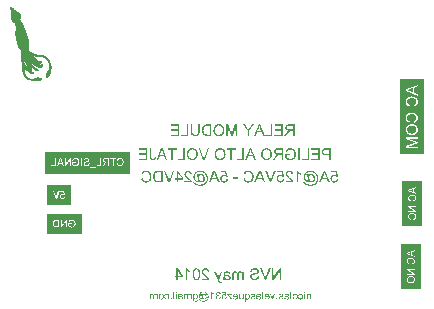
<source format=gbo>
%FSLAX25Y25*%
%MOIN*%
G70*
G01*
G75*
G04 Layer_Color=32896*
%ADD10R,0.03543X0.03150*%
%ADD11R,0.03150X0.03543*%
%ADD12C,0.02500*%
%ADD13O,0.07874X0.03937*%
%ADD14O,0.07874X0.03937*%
%ADD15C,0.10000*%
%ADD16C,0.07874*%
%ADD17R,0.07874X0.07874*%
%ADD18C,0.12500*%
%ADD19R,0.05906X0.05906*%
%ADD20C,0.05906*%
%ADD21C,0.00984*%
%ADD22C,0.00787*%
%ADD23C,0.01000*%
%ADD24R,0.03150X0.11024*%
%ADD25R,0.04343X0.03950*%
%ADD26R,0.03950X0.04343*%
%ADD27O,0.08674X0.04737*%
%ADD28O,0.08674X0.04737*%
%ADD29C,0.10800*%
%ADD30C,0.08674*%
%ADD31R,0.08674X0.08674*%
%ADD32C,0.13300*%
%ADD33R,0.06706X0.06706*%
%ADD34C,0.06706*%
%ADD35C,0.00100*%
G36*
X407935Y282000D02*
X407443D01*
Y285270D01*
X406338Y282000D01*
X405882D01*
X404758Y285217D01*
Y282000D01*
X404267D01*
Y285843D01*
X404957D01*
X405876Y283170D01*
X405922Y283024D01*
X405969Y282901D01*
X406004Y282796D01*
X406028Y282708D01*
X406051Y282644D01*
X406069Y282597D01*
X406074Y282568D01*
X406080Y282556D01*
X406104Y282632D01*
X406133Y282725D01*
X406162Y282819D01*
X406192Y282913D01*
X406221Y282995D01*
X406244Y283059D01*
X406250Y283088D01*
X406256Y283106D01*
X406262Y283117D01*
Y283123D01*
X407174Y285843D01*
X407935D01*
Y282000D01*
D02*
G37*
G36*
X395398Y283620D02*
Y283509D01*
X395392Y283404D01*
X395387Y283305D01*
X395375Y283211D01*
X395363Y283129D01*
X395352Y283047D01*
X395340Y282977D01*
X395322Y282913D01*
X395311Y282854D01*
X395299Y282802D01*
X395287Y282755D01*
X395275Y282719D01*
X395264Y282690D01*
X395258Y282673D01*
X395252Y282661D01*
Y282655D01*
X395188Y282532D01*
X395112Y282421D01*
X395036Y282333D01*
X394954Y282257D01*
X394883Y282193D01*
X394819Y282152D01*
X394796Y282135D01*
X394784Y282129D01*
X394772Y282117D01*
X394766D01*
X394632Y282059D01*
X394480Y282012D01*
X394334Y281982D01*
X394193Y281959D01*
X394129Y281953D01*
X394070Y281947D01*
X394018Y281942D01*
X393971D01*
X393936Y281936D01*
X393883D01*
X393684Y281947D01*
X393509Y281971D01*
X393427Y281982D01*
X393357Y282000D01*
X393286Y282023D01*
X393228Y282041D01*
X393175Y282059D01*
X393123Y282082D01*
X393082Y282099D01*
X393052Y282111D01*
X393023Y282129D01*
X393006Y282135D01*
X392994Y282146D01*
X392988D01*
X392871Y282234D01*
X392766Y282322D01*
X392684Y282415D01*
X392619Y282503D01*
X392573Y282585D01*
X392538Y282644D01*
X392526Y282667D01*
X392520Y282684D01*
X392514Y282696D01*
Y282702D01*
X392467Y282837D01*
X392438Y282989D01*
X392415Y283141D01*
X392397Y283287D01*
X392391Y283357D01*
X392386Y283421D01*
Y283474D01*
X392380Y283527D01*
Y283568D01*
Y283597D01*
Y283615D01*
Y283620D01*
Y285843D01*
X392889D01*
Y283620D01*
Y283492D01*
X392900Y283369D01*
X392912Y283264D01*
X392924Y283164D01*
X392941Y283071D01*
X392965Y282995D01*
X392988Y282924D01*
X393006Y282860D01*
X393029Y282807D01*
X393052Y282761D01*
X393070Y282725D01*
X393093Y282696D01*
X393105Y282673D01*
X393117Y282655D01*
X393128Y282649D01*
Y282644D01*
X393175Y282597D01*
X393234Y282562D01*
X393357Y282497D01*
X393485Y282456D01*
X393620Y282421D01*
X393737Y282404D01*
X393790Y282398D01*
X393836D01*
X393877Y282392D01*
X393930D01*
X394047Y282398D01*
X394152Y282410D01*
X394246Y282433D01*
X394328Y282456D01*
X394392Y282474D01*
X394439Y282497D01*
X394468Y282509D01*
X394480Y282515D01*
X394562Y282568D01*
X394626Y282626D01*
X394685Y282690D01*
X394726Y282749D01*
X394761Y282802D01*
X394784Y282842D01*
X394796Y282872D01*
X394802Y282883D01*
X394819Y282930D01*
X394831Y282983D01*
X394854Y283100D01*
X394866Y283223D01*
X394878Y283340D01*
X394883Y283451D01*
X394889Y283498D01*
Y283539D01*
Y283574D01*
Y283597D01*
Y283615D01*
Y283620D01*
Y285843D01*
X395398D01*
Y283620D01*
D02*
G37*
G36*
X427000Y282000D02*
X426491D01*
Y283708D01*
X425836D01*
X425777Y283702D01*
X425731D01*
X425690Y283697D01*
X425660Y283691D01*
X425637D01*
X425625Y283685D01*
X425619D01*
X425532Y283656D01*
X425461Y283620D01*
X425432Y283603D01*
X425409Y283591D01*
X425397Y283585D01*
X425391Y283579D01*
X425344Y283550D01*
X425304Y283509D01*
X425216Y283427D01*
X425186Y283386D01*
X425157Y283351D01*
X425140Y283328D01*
X425134Y283322D01*
X425075Y283246D01*
X425017Y283164D01*
X424953Y283076D01*
X424894Y282989D01*
X424841Y282913D01*
X424800Y282854D01*
X424789Y282831D01*
X424777Y282813D01*
X424765Y282802D01*
Y282796D01*
X424256Y282000D01*
X423619D01*
X424286Y283041D01*
X424362Y283152D01*
X424438Y283252D01*
X424508Y283340D01*
X424572Y283416D01*
X424625Y283474D01*
X424666Y283521D01*
X424695Y283544D01*
X424707Y283556D01*
X424748Y283591D01*
X424800Y283626D01*
X424900Y283691D01*
X424941Y283714D01*
X424976Y283732D01*
X424999Y283743D01*
X425011Y283749D01*
X424911Y283767D01*
X424818Y283784D01*
X424730Y283808D01*
X424654Y283837D01*
X424578Y283866D01*
X424514Y283895D01*
X424449Y283925D01*
X424397Y283954D01*
X424350Y283983D01*
X424309Y284007D01*
X424274Y284036D01*
X424245Y284053D01*
X424227Y284077D01*
X424210Y284088D01*
X424198Y284100D01*
X424151Y284153D01*
X424110Y284211D01*
X424040Y284328D01*
X423993Y284439D01*
X423964Y284551D01*
X423940Y284644D01*
X423935Y284685D01*
Y284720D01*
X423929Y284750D01*
Y284773D01*
Y284785D01*
Y284790D01*
X423935Y284908D01*
X423952Y285013D01*
X423981Y285112D01*
X424011Y285200D01*
X424040Y285270D01*
X424069Y285323D01*
X424087Y285358D01*
X424093Y285370D01*
X424157Y285463D01*
X424227Y285539D01*
X424297Y285604D01*
X424368Y285650D01*
X424426Y285691D01*
X424473Y285721D01*
X424508Y285732D01*
X424514Y285738D01*
X424520D01*
X424572Y285756D01*
X424631Y285773D01*
X424754Y285797D01*
X424882Y285820D01*
X425005Y285832D01*
X425122Y285838D01*
X425169D01*
X425216Y285843D01*
X427000D01*
Y282000D01*
D02*
G37*
G36*
X411913Y283626D02*
Y282000D01*
X411404D01*
Y283626D01*
X409871Y285843D01*
X410462D01*
X411205Y284709D01*
X411293Y284574D01*
X411375Y284445D01*
X411451Y284328D01*
X411509Y284229D01*
X411562Y284147D01*
X411597Y284083D01*
X411609Y284059D01*
X411620Y284042D01*
X411626Y284036D01*
Y284030D01*
X411696Y284153D01*
X411767Y284270D01*
X411831Y284381D01*
X411890Y284480D01*
X411942Y284562D01*
X411983Y284627D01*
X411995Y284650D01*
X412007Y284668D01*
X412018Y284674D01*
Y284679D01*
X412779Y285843D01*
X413393D01*
X411913Y283626D01*
D02*
G37*
G36*
X372000Y269290D02*
X343863D01*
Y276605D01*
X372000D01*
Y269290D01*
D02*
G37*
G36*
X352500Y258957D02*
X344304D01*
Y265562D01*
X352500D01*
Y258957D01*
D02*
G37*
G36*
X356000Y249457D02*
X344438D01*
Y256105D01*
X356000D01*
Y249457D01*
D02*
G37*
G36*
X423122Y282000D02*
X420255D01*
Y282451D01*
X422612D01*
Y283761D01*
X420489D01*
Y284211D01*
X422612D01*
Y285393D01*
X420343D01*
Y285843D01*
X423122D01*
Y282000D01*
D02*
G37*
G36*
X388536D02*
X385670D01*
Y282451D01*
X388027D01*
Y283761D01*
X385904D01*
Y284211D01*
X388027D01*
Y285393D01*
X385757D01*
Y285843D01*
X388536D01*
Y282000D01*
D02*
G37*
G36*
X401915Y285902D02*
X402062Y285884D01*
X402196Y285855D01*
X402319Y285826D01*
X402436Y285779D01*
X402547Y285738D01*
X402646Y285685D01*
X402740Y285639D01*
X402822Y285586D01*
X402892Y285533D01*
X402951Y285492D01*
X403003Y285452D01*
X403044Y285416D01*
X403074Y285387D01*
X403091Y285370D01*
X403097Y285364D01*
X403185Y285258D01*
X403267Y285147D01*
X403331Y285024D01*
X403389Y284902D01*
X403442Y284779D01*
X403483Y284656D01*
X403512Y284533D01*
X403542Y284416D01*
X403565Y284299D01*
X403577Y284200D01*
X403588Y284106D01*
X403600Y284024D01*
Y283960D01*
X403606Y283907D01*
Y283878D01*
Y283866D01*
X403594Y283679D01*
X403571Y283504D01*
X403536Y283340D01*
X403518Y283270D01*
X403495Y283199D01*
X403477Y283135D01*
X403460Y283076D01*
X403442Y283030D01*
X403425Y282989D01*
X403407Y282954D01*
X403401Y282930D01*
X403389Y282913D01*
Y282907D01*
X403296Y282749D01*
X403196Y282603D01*
X403085Y282486D01*
X402980Y282380D01*
X402886Y282298D01*
X402845Y282269D01*
X402810Y282240D01*
X402781Y282222D01*
X402758Y282205D01*
X402746Y282199D01*
X402740Y282193D01*
X402658Y282146D01*
X402576Y282111D01*
X402407Y282047D01*
X402243Y282000D01*
X402097Y281971D01*
X402026Y281959D01*
X401962Y281947D01*
X401909Y281942D01*
X401863D01*
X401822Y281936D01*
X401769D01*
X401588Y281947D01*
X401412Y281971D01*
X401254Y282012D01*
X401120Y282053D01*
X401055Y282076D01*
X401003Y282094D01*
X400956Y282117D01*
X400915Y282135D01*
X400880Y282146D01*
X400856Y282158D01*
X400845Y282170D01*
X400839D01*
X400687Y282269D01*
X400552Y282380D01*
X400435Y282497D01*
X400342Y282608D01*
X400271Y282708D01*
X400242Y282755D01*
X400213Y282790D01*
X400195Y282825D01*
X400184Y282848D01*
X400172Y282860D01*
Y282866D01*
X400090Y283041D01*
X400032Y283223D01*
X399991Y283398D01*
X399961Y283562D01*
X399950Y283638D01*
X399944Y283702D01*
X399938Y283761D01*
Y283814D01*
X399932Y283854D01*
Y283890D01*
Y283907D01*
Y283913D01*
X399944Y284123D01*
X399967Y284317D01*
X400002Y284492D01*
X400026Y284568D01*
X400043Y284644D01*
X400067Y284709D01*
X400090Y284767D01*
X400107Y284820D01*
X400125Y284861D01*
X400137Y284896D01*
X400148Y284919D01*
X400160Y284937D01*
Y284943D01*
X400254Y285106D01*
X400353Y285247D01*
X400464Y285370D01*
X400570Y285469D01*
X400663Y285545D01*
X400704Y285580D01*
X400739Y285604D01*
X400769Y285627D01*
X400792Y285639D01*
X400804Y285650D01*
X400809D01*
X400891Y285697D01*
X400973Y285738D01*
X401137Y285797D01*
X401301Y285843D01*
X401447Y285878D01*
X401517Y285884D01*
X401576Y285896D01*
X401634Y285902D01*
X401681D01*
X401716Y285908D01*
X401769D01*
X401915Y285902D01*
D02*
G37*
G36*
X430507Y229703D02*
X430191D01*
Y230062D01*
X430507D01*
Y229703D01*
D02*
G37*
G36*
X391555Y282000D02*
X389156D01*
Y282451D01*
X391046D01*
Y285843D01*
X391555D01*
Y282000D01*
D02*
G37*
G36*
X419576D02*
X417178D01*
Y282451D01*
X419067D01*
Y285843D01*
X419576D01*
Y282000D01*
D02*
G37*
G36*
X416991D02*
X416453D01*
X416037Y283164D01*
X414423D01*
X413978Y282000D01*
X413405D01*
X414967Y285843D01*
X415522D01*
X416991Y282000D01*
D02*
G37*
G36*
X399277D02*
X397896D01*
X397767Y282006D01*
X397651Y282012D01*
X397545Y282023D01*
X397458Y282035D01*
X397381Y282047D01*
X397329Y282053D01*
X397294Y282064D01*
X397282D01*
X397182Y282094D01*
X397095Y282123D01*
X397019Y282152D01*
X396954Y282181D01*
X396902Y282211D01*
X396861Y282234D01*
X396832Y282246D01*
X396826Y282252D01*
X396756Y282304D01*
X396691Y282363D01*
X396627Y282421D01*
X396580Y282474D01*
X396533Y282526D01*
X396504Y282568D01*
X396480Y282591D01*
X396475Y282603D01*
X396416Y282690D01*
X396363Y282784D01*
X396317Y282877D01*
X396282Y282965D01*
X396252Y283047D01*
X396229Y283106D01*
X396223Y283129D01*
X396217Y283147D01*
X396212Y283158D01*
Y283164D01*
X396176Y283293D01*
X396153Y283427D01*
X396130Y283562D01*
X396118Y283679D01*
X396112Y283784D01*
Y283831D01*
X396106Y283866D01*
Y283901D01*
Y283925D01*
Y283936D01*
Y283942D01*
X396112Y284129D01*
X396130Y284299D01*
X396153Y284451D01*
X396170Y284521D01*
X396182Y284586D01*
X396194Y284644D01*
X396212Y284697D01*
X396223Y284744D01*
X396235Y284779D01*
X396247Y284808D01*
X396252Y284831D01*
X396258Y284843D01*
Y284849D01*
X396323Y284995D01*
X396393Y285124D01*
X396469Y285235D01*
X396545Y285329D01*
X396609Y285405D01*
X396662Y285463D01*
X396703Y285498D01*
X396709Y285510D01*
X396715D01*
X396808Y285580D01*
X396902Y285639D01*
X396995Y285685D01*
X397083Y285721D01*
X397159Y285750D01*
X397223Y285767D01*
X397247Y285779D01*
X397259D01*
X397270Y285785D01*
X397276D01*
X397370Y285803D01*
X397481Y285820D01*
X397598Y285832D01*
X397703Y285838D01*
X397803Y285843D01*
X399277D01*
Y282000D01*
D02*
G37*
G36*
X419252Y266500D02*
X418732D01*
X417228Y270343D01*
X417743D01*
X418785Y267553D01*
X418825Y267436D01*
X418866Y267319D01*
X418901Y267214D01*
X418931Y267120D01*
X418954Y267038D01*
X418972Y266974D01*
X418977Y266950D01*
X418983Y266933D01*
X418989Y266927D01*
Y266921D01*
X419054Y267144D01*
X419089Y267249D01*
X419124Y267348D01*
X419153Y267430D01*
X419171Y267495D01*
X419182Y267518D01*
X419188Y267535D01*
X419194Y267547D01*
Y267553D01*
X420189Y270343D01*
X420744D01*
X419252Y266500D01*
D02*
G37*
G36*
X385474D02*
X384954D01*
X383451Y270343D01*
X383965D01*
X385007Y267553D01*
X385048Y267436D01*
X385088Y267319D01*
X385123Y267214D01*
X385153Y267120D01*
X385176Y267038D01*
X385194Y266974D01*
X385200Y266950D01*
X385206Y266933D01*
X385211Y266927D01*
Y266921D01*
X385276Y267144D01*
X385311Y267249D01*
X385346Y267348D01*
X385375Y267430D01*
X385393Y267495D01*
X385404Y267518D01*
X385410Y267535D01*
X385416Y267547D01*
Y267553D01*
X386411Y270343D01*
X386966D01*
X385474Y266500D01*
D02*
G37*
G36*
X411712Y270396D02*
X411887Y270373D01*
X412045Y270332D01*
X412115Y270314D01*
X412180Y270291D01*
X412238Y270267D01*
X412297Y270250D01*
X412344Y270227D01*
X412379Y270209D01*
X412414Y270197D01*
X412437Y270185D01*
X412449Y270174D01*
X412455D01*
X412601Y270080D01*
X412736Y269969D01*
X412847Y269858D01*
X412934Y269747D01*
X413011Y269647D01*
X413040Y269606D01*
X413063Y269571D01*
X413081Y269536D01*
X413092Y269513D01*
X413104Y269501D01*
Y269495D01*
X413180Y269326D01*
X413239Y269144D01*
X413274Y268969D01*
X413303Y268805D01*
X413315Y268729D01*
X413321Y268665D01*
X413326Y268600D01*
Y268548D01*
X413332Y268507D01*
Y268477D01*
Y268454D01*
Y268448D01*
X413326Y268243D01*
X413303Y268056D01*
X413268Y267881D01*
X413250Y267799D01*
X413233Y267728D01*
X413215Y267658D01*
X413198Y267600D01*
X413180Y267547D01*
X413163Y267500D01*
X413151Y267465D01*
X413139Y267442D01*
X413133Y267424D01*
Y267418D01*
X413052Y267249D01*
X412952Y267103D01*
X412858Y266974D01*
X412759Y266874D01*
X412677Y266792D01*
X412607Y266734D01*
X412578Y266716D01*
X412560Y266699D01*
X412548Y266693D01*
X412542Y266687D01*
X412466Y266640D01*
X412385Y266605D01*
X412221Y266541D01*
X412051Y266500D01*
X411887Y266465D01*
X411817Y266459D01*
X411747Y266447D01*
X411688Y266441D01*
X411636D01*
X411589Y266436D01*
X411530D01*
X411419Y266441D01*
X411314Y266447D01*
X411121Y266488D01*
X411033Y266512D01*
X410945Y266541D01*
X410869Y266570D01*
X410799Y266599D01*
X410735Y266629D01*
X410682Y266658D01*
X410635Y266687D01*
X410594Y266711D01*
X410559Y266734D01*
X410536Y266752D01*
X410524Y266757D01*
X410518Y266763D01*
X410442Y266828D01*
X410372Y266898D01*
X410255Y267050D01*
X410150Y267208D01*
X410074Y267366D01*
X410039Y267436D01*
X410015Y267500D01*
X409992Y267565D01*
X409969Y267612D01*
X409957Y267658D01*
X409945Y267688D01*
X409939Y267711D01*
Y267717D01*
X410448Y267846D01*
X410495Y267676D01*
X410554Y267524D01*
X410624Y267401D01*
X410688Y267296D01*
X410752Y267219D01*
X410805Y267161D01*
X410840Y267126D01*
X410846Y267120D01*
X410852Y267114D01*
X410969Y267032D01*
X411086Y266974D01*
X411209Y266927D01*
X411320Y266898D01*
X411419Y266880D01*
X411466Y266874D01*
X411501D01*
X411530Y266869D01*
X411571D01*
X411700Y266874D01*
X411823Y266898D01*
X411934Y266927D01*
X412028Y266956D01*
X412110Y266991D01*
X412174Y267015D01*
X412197Y267026D01*
X412215Y267038D01*
X412221Y267044D01*
X412227D01*
X412332Y267120D01*
X412420Y267208D01*
X412496Y267296D01*
X412560Y267389D01*
X412607Y267465D01*
X412636Y267535D01*
X412648Y267559D01*
X412660Y267576D01*
X412665Y267588D01*
Y267594D01*
X412712Y267734D01*
X412747Y267881D01*
X412771Y268027D01*
X412788Y268161D01*
X412794Y268220D01*
X412800Y268273D01*
Y268325D01*
X412806Y268366D01*
Y268401D01*
Y268425D01*
Y268442D01*
Y268448D01*
X412800Y268588D01*
X412788Y268723D01*
X412771Y268846D01*
X412747Y268957D01*
X412724Y269051D01*
X412718Y269092D01*
X412706Y269121D01*
X412701Y269150D01*
X412695Y269168D01*
X412689Y269179D01*
Y269185D01*
X412636Y269314D01*
X412572Y269431D01*
X412502Y269524D01*
X412437Y269606D01*
X412373Y269671D01*
X412320Y269718D01*
X412285Y269747D01*
X412279Y269758D01*
X412273D01*
X412156Y269829D01*
X412034Y269881D01*
X411911Y269922D01*
X411794Y269946D01*
X411688Y269963D01*
X411648Y269969D01*
X411607D01*
X411577Y269975D01*
X411536D01*
X411396Y269969D01*
X411273Y269946D01*
X411162Y269916D01*
X411074Y269881D01*
X410998Y269840D01*
X410945Y269811D01*
X410910Y269788D01*
X410899Y269782D01*
X410805Y269700D01*
X410729Y269606D01*
X410659Y269501D01*
X410606Y269402D01*
X410565Y269314D01*
X410548Y269273D01*
X410530Y269238D01*
X410518Y269209D01*
X410513Y269185D01*
X410507Y269174D01*
Y269168D01*
X410004Y269285D01*
X410074Y269472D01*
X410115Y269560D01*
X410156Y269636D01*
X410203Y269712D01*
X410249Y269782D01*
X410290Y269840D01*
X410337Y269899D01*
X410378Y269946D01*
X410419Y269987D01*
X410460Y270028D01*
X410489Y270057D01*
X410518Y270080D01*
X410536Y270098D01*
X410548Y270104D01*
X410554Y270110D01*
X410630Y270162D01*
X410706Y270209D01*
X410787Y270250D01*
X410869Y270285D01*
X411033Y270338D01*
X411185Y270373D01*
X411256Y270384D01*
X411320Y270390D01*
X411378Y270396D01*
X411425Y270402D01*
X411466Y270408D01*
X411525D01*
X411712Y270396D01*
D02*
G37*
G36*
X408067Y267652D02*
X406622D01*
Y268126D01*
X408067D01*
Y267652D01*
D02*
G37*
G36*
X441418Y268314D02*
X440974Y268249D01*
X440933Y268308D01*
X440886Y268360D01*
X440839Y268407D01*
X440798Y268448D01*
X440757Y268477D01*
X440722Y268501D01*
X440698Y268512D01*
X440693Y268518D01*
X440623Y268553D01*
X440552Y268583D01*
X440482Y268600D01*
X440418Y268618D01*
X440359Y268623D01*
X440318Y268629D01*
X440277D01*
X440149Y268618D01*
X440032Y268594D01*
X439926Y268553D01*
X439844Y268512D01*
X439774Y268472D01*
X439727Y268430D01*
X439698Y268407D01*
X439686Y268395D01*
X439610Y268302D01*
X439552Y268197D01*
X439511Y268091D01*
X439488Y267992D01*
X439470Y267898D01*
X439464Y267857D01*
Y267822D01*
X439458Y267799D01*
Y267775D01*
Y267764D01*
Y267758D01*
X439470Y267606D01*
X439494Y267471D01*
X439534Y267354D01*
X439575Y267255D01*
X439616Y267179D01*
X439657Y267120D01*
X439681Y267085D01*
X439692Y267079D01*
Y267073D01*
X439739Y267026D01*
X439786Y266991D01*
X439880Y266927D01*
X439979Y266886D01*
X440067Y266851D01*
X440149Y266833D01*
X440213Y266828D01*
X440236Y266822D01*
X440272D01*
X440371Y266828D01*
X440464Y266851D01*
X440547Y266880D01*
X440617Y266910D01*
X440675Y266945D01*
X440716Y266968D01*
X440739Y266991D01*
X440751Y266997D01*
X440821Y267073D01*
X440874Y267161D01*
X440921Y267249D01*
X440950Y267337D01*
X440974Y267418D01*
X440991Y267483D01*
X440997Y267506D01*
X441003Y267524D01*
Y267535D01*
Y267541D01*
X441500Y267506D01*
X441488Y267418D01*
X441471Y267331D01*
X441424Y267179D01*
X441360Y267044D01*
X441295Y266933D01*
X441260Y266886D01*
X441231Y266845D01*
X441202Y266810D01*
X441178Y266781D01*
X441155Y266757D01*
X441137Y266740D01*
X441131Y266734D01*
X441126Y266728D01*
X441061Y266675D01*
X440991Y266634D01*
X440921Y266594D01*
X440851Y266559D01*
X440710Y266506D01*
X440576Y266471D01*
X440511Y266459D01*
X440453Y266453D01*
X440400Y266447D01*
X440359Y266441D01*
X440324Y266436D01*
X440272D01*
X440155Y266441D01*
X440043Y266453D01*
X439944Y266477D01*
X439844Y266506D01*
X439757Y266541D01*
X439669Y266582D01*
X439593Y266623D01*
X439529Y266670D01*
X439464Y266711D01*
X439411Y266752D01*
X439365Y266792D01*
X439330Y266828D01*
X439300Y266857D01*
X439277Y266880D01*
X439265Y266892D01*
X439259Y266898D01*
X439207Y266968D01*
X439160Y267044D01*
X439119Y267120D01*
X439084Y267202D01*
X439031Y267348D01*
X438990Y267489D01*
X438979Y267553D01*
X438973Y267612D01*
X438967Y267664D01*
X438961Y267711D01*
X438955Y267746D01*
Y267775D01*
Y267793D01*
Y267799D01*
X438961Y267898D01*
X438973Y267998D01*
X438990Y268085D01*
X439008Y268173D01*
X439037Y268249D01*
X439066Y268325D01*
X439096Y268390D01*
X439131Y268454D01*
X439166Y268507D01*
X439195Y268553D01*
X439224Y268594D01*
X439254Y268629D01*
X439271Y268659D01*
X439289Y268676D01*
X439300Y268688D01*
X439306Y268694D01*
X439371Y268758D01*
X439441Y268811D01*
X439511Y268858D01*
X439587Y268899D01*
X439657Y268934D01*
X439727Y268957D01*
X439862Y269004D01*
X439921Y269016D01*
X439979Y269027D01*
X440026Y269033D01*
X440073Y269039D01*
X440108Y269045D01*
X440155D01*
X440295Y269033D01*
X440429Y269004D01*
X440552Y268969D01*
X440658Y268922D01*
X440751Y268875D01*
X440786Y268858D01*
X440821Y268840D01*
X440845Y268822D01*
X440862Y268811D01*
X440874Y268805D01*
X440880Y268799D01*
X440669Y269834D01*
X439137D01*
Y270285D01*
X441044D01*
X441418Y268314D01*
D02*
G37*
G36*
X423441D02*
X422997Y268249D01*
X422956Y268308D01*
X422909Y268360D01*
X422862Y268407D01*
X422821Y268448D01*
X422780Y268477D01*
X422745Y268501D01*
X422721Y268512D01*
X422716Y268518D01*
X422645Y268553D01*
X422575Y268583D01*
X422505Y268600D01*
X422441Y268618D01*
X422382Y268623D01*
X422341Y268629D01*
X422300D01*
X422172Y268618D01*
X422055Y268594D01*
X421949Y268553D01*
X421867Y268512D01*
X421797Y268472D01*
X421750Y268430D01*
X421721Y268407D01*
X421709Y268395D01*
X421633Y268302D01*
X421575Y268197D01*
X421534Y268091D01*
X421511Y267992D01*
X421493Y267898D01*
X421487Y267857D01*
Y267822D01*
X421481Y267799D01*
Y267775D01*
Y267764D01*
Y267758D01*
X421493Y267606D01*
X421516Y267471D01*
X421557Y267354D01*
X421598Y267255D01*
X421639Y267179D01*
X421680Y267120D01*
X421704Y267085D01*
X421715Y267079D01*
Y267073D01*
X421762Y267026D01*
X421809Y266991D01*
X421903Y266927D01*
X422002Y266886D01*
X422090Y266851D01*
X422172Y266833D01*
X422236Y266828D01*
X422259Y266822D01*
X422294D01*
X422394Y266828D01*
X422487Y266851D01*
X422569Y266880D01*
X422640Y266910D01*
X422698Y266945D01*
X422739Y266968D01*
X422762Y266991D01*
X422774Y266997D01*
X422844Y267073D01*
X422897Y267161D01*
X422944Y267249D01*
X422973Y267337D01*
X422997Y267418D01*
X423014Y267483D01*
X423020Y267506D01*
X423026Y267524D01*
Y267535D01*
Y267541D01*
X423523Y267506D01*
X423511Y267418D01*
X423494Y267331D01*
X423447Y267179D01*
X423383Y267044D01*
X423318Y266933D01*
X423283Y266886D01*
X423254Y266845D01*
X423225Y266810D01*
X423201Y266781D01*
X423178Y266757D01*
X423160Y266740D01*
X423154Y266734D01*
X423148Y266728D01*
X423084Y266675D01*
X423014Y266634D01*
X422944Y266594D01*
X422874Y266559D01*
X422733Y266506D01*
X422599Y266471D01*
X422534Y266459D01*
X422476Y266453D01*
X422423Y266447D01*
X422382Y266441D01*
X422347Y266436D01*
X422294D01*
X422178Y266441D01*
X422066Y266453D01*
X421967Y266477D01*
X421867Y266506D01*
X421780Y266541D01*
X421692Y266582D01*
X421616Y266623D01*
X421552Y266670D01*
X421487Y266711D01*
X421434Y266752D01*
X421388Y266792D01*
X421353Y266828D01*
X421323Y266857D01*
X421300Y266880D01*
X421288Y266892D01*
X421282Y266898D01*
X421230Y266968D01*
X421183Y267044D01*
X421142Y267120D01*
X421107Y267202D01*
X421054Y267348D01*
X421013Y267489D01*
X421002Y267553D01*
X420996Y267612D01*
X420990Y267664D01*
X420984Y267711D01*
X420978Y267746D01*
Y267775D01*
Y267793D01*
Y267799D01*
X420984Y267898D01*
X420996Y267998D01*
X421013Y268085D01*
X421031Y268173D01*
X421060Y268249D01*
X421089Y268325D01*
X421119Y268390D01*
X421154Y268454D01*
X421189Y268507D01*
X421218Y268553D01*
X421247Y268594D01*
X421277Y268629D01*
X421294Y268659D01*
X421312Y268676D01*
X421323Y268688D01*
X421329Y268694D01*
X421393Y268758D01*
X421464Y268811D01*
X421534Y268858D01*
X421610Y268899D01*
X421680Y268934D01*
X421750Y268957D01*
X421885Y269004D01*
X421944Y269016D01*
X422002Y269027D01*
X422049Y269033D01*
X422096Y269039D01*
X422131Y269045D01*
X422178D01*
X422318Y269033D01*
X422452Y269004D01*
X422575Y268969D01*
X422681Y268922D01*
X422774Y268875D01*
X422809Y268858D01*
X422844Y268840D01*
X422868Y268822D01*
X422885Y268811D01*
X422897Y268805D01*
X422903Y268799D01*
X422692Y269834D01*
X421160D01*
Y270285D01*
X423067D01*
X423441Y268314D01*
D02*
G37*
G36*
X404657D02*
X404212Y268249D01*
X404171Y268308D01*
X404124Y268360D01*
X404078Y268407D01*
X404037Y268448D01*
X403996Y268477D01*
X403961Y268501D01*
X403937Y268512D01*
X403931Y268518D01*
X403861Y268553D01*
X403791Y268583D01*
X403721Y268600D01*
X403656Y268618D01*
X403598Y268623D01*
X403557Y268629D01*
X403516D01*
X403387Y268618D01*
X403270Y268594D01*
X403165Y268553D01*
X403083Y268512D01*
X403013Y268472D01*
X402966Y268430D01*
X402937Y268407D01*
X402925Y268395D01*
X402849Y268302D01*
X402790Y268197D01*
X402750Y268091D01*
X402726Y267992D01*
X402709Y267898D01*
X402703Y267857D01*
Y267822D01*
X402697Y267799D01*
Y267775D01*
Y267764D01*
Y267758D01*
X402709Y267606D01*
X402732Y267471D01*
X402773Y267354D01*
X402814Y267255D01*
X402855Y267179D01*
X402896Y267120D01*
X402919Y267085D01*
X402931Y267079D01*
Y267073D01*
X402978Y267026D01*
X403024Y266991D01*
X403118Y266927D01*
X403218Y266886D01*
X403305Y266851D01*
X403387Y266833D01*
X403452Y266828D01*
X403475Y266822D01*
X403510D01*
X403610Y266828D01*
X403703Y266851D01*
X403785Y266880D01*
X403855Y266910D01*
X403914Y266945D01*
X403955Y266968D01*
X403978Y266991D01*
X403990Y266997D01*
X404060Y267073D01*
X404113Y267161D01*
X404159Y267249D01*
X404189Y267337D01*
X404212Y267418D01*
X404230Y267483D01*
X404236Y267506D01*
X404241Y267524D01*
Y267535D01*
Y267541D01*
X404739Y267506D01*
X404727Y267418D01*
X404709Y267331D01*
X404663Y267179D01*
X404598Y267044D01*
X404534Y266933D01*
X404499Y266886D01*
X404469Y266845D01*
X404440Y266810D01*
X404417Y266781D01*
X404393Y266757D01*
X404376Y266740D01*
X404370Y266734D01*
X404364Y266728D01*
X404300Y266675D01*
X404230Y266634D01*
X404159Y266594D01*
X404089Y266559D01*
X403949Y266506D01*
X403814Y266471D01*
X403750Y266459D01*
X403691Y266453D01*
X403639Y266447D01*
X403598Y266441D01*
X403563Y266436D01*
X403510D01*
X403393Y266441D01*
X403282Y266453D01*
X403183Y266477D01*
X403083Y266506D01*
X402995Y266541D01*
X402908Y266582D01*
X402832Y266623D01*
X402767Y266670D01*
X402703Y266711D01*
X402650Y266752D01*
X402603Y266792D01*
X402568Y266828D01*
X402539Y266857D01*
X402516Y266880D01*
X402504Y266892D01*
X402498Y266898D01*
X402445Y266968D01*
X402399Y267044D01*
X402358Y267120D01*
X402323Y267202D01*
X402270Y267348D01*
X402229Y267489D01*
X402217Y267553D01*
X402211Y267612D01*
X402206Y267664D01*
X402200Y267711D01*
X402194Y267746D01*
Y267775D01*
Y267793D01*
Y267799D01*
X402200Y267898D01*
X402211Y267998D01*
X402229Y268085D01*
X402247Y268173D01*
X402276Y268249D01*
X402305Y268325D01*
X402334Y268390D01*
X402369Y268454D01*
X402404Y268507D01*
X402434Y268553D01*
X402463Y268594D01*
X402492Y268629D01*
X402510Y268659D01*
X402527Y268676D01*
X402539Y268688D01*
X402545Y268694D01*
X402609Y268758D01*
X402679Y268811D01*
X402750Y268858D01*
X402826Y268899D01*
X402896Y268934D01*
X402966Y268957D01*
X403101Y269004D01*
X403159Y269016D01*
X403218Y269027D01*
X403264Y269033D01*
X403311Y269039D01*
X403346Y269045D01*
X403393D01*
X403534Y269033D01*
X403668Y269004D01*
X403791Y268969D01*
X403896Y268922D01*
X403990Y268875D01*
X404025Y268858D01*
X404060Y268840D01*
X404083Y268822D01*
X404101Y268811D01*
X404113Y268805D01*
X404118Y268799D01*
X403908Y269834D01*
X402375D01*
Y270285D01*
X404282D01*
X404657Y268314D01*
D02*
G37*
G36*
X377641Y270396D02*
X377817Y270373D01*
X377975Y270332D01*
X378045Y270314D01*
X378109Y270291D01*
X378168Y270267D01*
X378226Y270250D01*
X378273Y270227D01*
X378308Y270209D01*
X378343Y270197D01*
X378367Y270185D01*
X378379Y270174D01*
X378384D01*
X378531Y270080D01*
X378665Y269969D01*
X378776Y269858D01*
X378864Y269747D01*
X378940Y269647D01*
X378969Y269606D01*
X378993Y269571D01*
X379010Y269536D01*
X379022Y269513D01*
X379034Y269501D01*
Y269495D01*
X379110Y269326D01*
X379168Y269144D01*
X379203Y268969D01*
X379233Y268805D01*
X379244Y268729D01*
X379250Y268665D01*
X379256Y268600D01*
Y268548D01*
X379262Y268507D01*
Y268477D01*
Y268454D01*
Y268448D01*
X379256Y268243D01*
X379233Y268056D01*
X379198Y267881D01*
X379180Y267799D01*
X379162Y267728D01*
X379145Y267658D01*
X379127Y267600D01*
X379110Y267547D01*
X379092Y267500D01*
X379081Y267465D01*
X379069Y267442D01*
X379063Y267424D01*
Y267418D01*
X378981Y267249D01*
X378882Y267103D01*
X378788Y266974D01*
X378689Y266874D01*
X378607Y266792D01*
X378537Y266734D01*
X378507Y266716D01*
X378490Y266699D01*
X378478Y266693D01*
X378472Y266687D01*
X378396Y266640D01*
X378314Y266605D01*
X378150Y266541D01*
X377981Y266500D01*
X377817Y266465D01*
X377747Y266459D01*
X377677Y266447D01*
X377618Y266441D01*
X377565D01*
X377519Y266436D01*
X377460D01*
X377349Y266441D01*
X377244Y266447D01*
X377051Y266488D01*
X376963Y266512D01*
X376875Y266541D01*
X376799Y266570D01*
X376729Y266599D01*
X376664Y266629D01*
X376612Y266658D01*
X376565Y266687D01*
X376524Y266711D01*
X376489Y266734D01*
X376466Y266752D01*
X376454Y266757D01*
X376448Y266763D01*
X376372Y266828D01*
X376302Y266898D01*
X376185Y267050D01*
X376079Y267208D01*
X376003Y267366D01*
X375968Y267436D01*
X375945Y267500D01*
X375922Y267565D01*
X375898Y267612D01*
X375886Y267658D01*
X375875Y267688D01*
X375869Y267711D01*
Y267717D01*
X376378Y267846D01*
X376425Y267676D01*
X376483Y267524D01*
X376553Y267401D01*
X376618Y267296D01*
X376682Y267219D01*
X376735Y267161D01*
X376770Y267126D01*
X376776Y267120D01*
X376781Y267114D01*
X376899Y267032D01*
X377015Y266974D01*
X377138Y266927D01*
X377249Y266898D01*
X377349Y266880D01*
X377396Y266874D01*
X377431D01*
X377460Y266869D01*
X377501D01*
X377630Y266874D01*
X377753Y266898D01*
X377864Y266927D01*
X377957Y266956D01*
X378039Y266991D01*
X378103Y267015D01*
X378127Y267026D01*
X378145Y267038D01*
X378150Y267044D01*
X378156D01*
X378261Y267120D01*
X378349Y267208D01*
X378425Y267296D01*
X378490Y267389D01*
X378537Y267465D01*
X378566Y267535D01*
X378577Y267559D01*
X378589Y267576D01*
X378595Y267588D01*
Y267594D01*
X378642Y267734D01*
X378677Y267881D01*
X378700Y268027D01*
X378718Y268161D01*
X378724Y268220D01*
X378730Y268273D01*
Y268325D01*
X378735Y268366D01*
Y268401D01*
Y268425D01*
Y268442D01*
Y268448D01*
X378730Y268588D01*
X378718Y268723D01*
X378700Y268846D01*
X378677Y268957D01*
X378654Y269051D01*
X378648Y269092D01*
X378636Y269121D01*
X378630Y269150D01*
X378624Y269168D01*
X378618Y269179D01*
Y269185D01*
X378566Y269314D01*
X378501Y269431D01*
X378431Y269524D01*
X378367Y269606D01*
X378302Y269671D01*
X378250Y269718D01*
X378215Y269747D01*
X378209Y269758D01*
X378203D01*
X378086Y269829D01*
X377963Y269881D01*
X377840Y269922D01*
X377723Y269946D01*
X377618Y269963D01*
X377577Y269969D01*
X377536D01*
X377507Y269975D01*
X377466D01*
X377326Y269969D01*
X377203Y269946D01*
X377092Y269916D01*
X377004Y269881D01*
X376928Y269840D01*
X376875Y269811D01*
X376840Y269788D01*
X376828Y269782D01*
X376735Y269700D01*
X376659Y269606D01*
X376588Y269501D01*
X376536Y269402D01*
X376495Y269314D01*
X376477Y269273D01*
X376460Y269238D01*
X376448Y269209D01*
X376442Y269185D01*
X376436Y269174D01*
Y269168D01*
X375933Y269285D01*
X376003Y269472D01*
X376044Y269560D01*
X376085Y269636D01*
X376132Y269712D01*
X376179Y269782D01*
X376220Y269840D01*
X376267Y269899D01*
X376308Y269946D01*
X376348Y269987D01*
X376390Y270028D01*
X376419Y270057D01*
X376448Y270080D01*
X376466Y270098D01*
X376477Y270104D01*
X376483Y270110D01*
X376559Y270162D01*
X376635Y270209D01*
X376717Y270250D01*
X376799Y270285D01*
X376963Y270338D01*
X377115Y270373D01*
X377185Y270384D01*
X377249Y270390D01*
X377308Y270396D01*
X377355Y270402D01*
X377396Y270408D01*
X377454D01*
X377641Y270396D01*
D02*
G37*
G36*
X382988Y266500D02*
X381608D01*
X381479Y266506D01*
X381362Y266512D01*
X381257Y266523D01*
X381169Y266535D01*
X381093Y266547D01*
X381040Y266553D01*
X381005Y266564D01*
X380993D01*
X380894Y266594D01*
X380806Y266623D01*
X380730Y266652D01*
X380666Y266681D01*
X380613Y266711D01*
X380572Y266734D01*
X380543Y266746D01*
X380537Y266752D01*
X380467Y266804D01*
X380403Y266863D01*
X380338Y266921D01*
X380291Y266974D01*
X380245Y267026D01*
X380215Y267068D01*
X380192Y267091D01*
X380186Y267103D01*
X380128Y267190D01*
X380075Y267284D01*
X380028Y267377D01*
X379993Y267465D01*
X379964Y267547D01*
X379941Y267606D01*
X379935Y267629D01*
X379929Y267647D01*
X379923Y267658D01*
Y267664D01*
X379888Y267793D01*
X379864Y267927D01*
X379841Y268062D01*
X379829Y268179D01*
X379823Y268284D01*
Y268331D01*
X379818Y268366D01*
Y268401D01*
Y268425D01*
Y268436D01*
Y268442D01*
X379823Y268629D01*
X379841Y268799D01*
X379864Y268951D01*
X379882Y269021D01*
X379894Y269086D01*
X379905Y269144D01*
X379923Y269197D01*
X379935Y269244D01*
X379946Y269279D01*
X379958Y269308D01*
X379964Y269331D01*
X379970Y269343D01*
Y269349D01*
X380034Y269495D01*
X380104Y269624D01*
X380180Y269735D01*
X380256Y269829D01*
X380321Y269905D01*
X380373Y269963D01*
X380414Y269998D01*
X380420Y270010D01*
X380426D01*
X380520Y270080D01*
X380613Y270139D01*
X380707Y270185D01*
X380795Y270221D01*
X380871Y270250D01*
X380935Y270267D01*
X380958Y270279D01*
X380970D01*
X380982Y270285D01*
X380988D01*
X381081Y270303D01*
X381192Y270320D01*
X381309Y270332D01*
X381415Y270338D01*
X381514Y270343D01*
X382988D01*
Y266500D01*
D02*
G37*
G36*
X432421Y270402D02*
X432573Y270390D01*
X432713Y270373D01*
X432848Y270349D01*
X432977Y270320D01*
X433094Y270285D01*
X433199Y270256D01*
X433298Y270221D01*
X433392Y270180D01*
X433468Y270150D01*
X433538Y270115D01*
X433597Y270086D01*
X433643Y270063D01*
X433673Y270045D01*
X433696Y270033D01*
X433702Y270028D01*
X433807Y269952D01*
X433907Y269876D01*
X434000Y269788D01*
X434088Y269700D01*
X434170Y269612D01*
X434246Y269519D01*
X434316Y269431D01*
X434375Y269343D01*
X434427Y269261D01*
X434474Y269185D01*
X434515Y269115D01*
X434550Y269056D01*
X434574Y269010D01*
X434591Y268969D01*
X434603Y268945D01*
X434609Y268939D01*
X434656Y268828D01*
X434691Y268723D01*
X434755Y268507D01*
X434802Y268302D01*
X434819Y268202D01*
X434831Y268115D01*
X434843Y268033D01*
X434854Y267957D01*
X434860Y267886D01*
Y267834D01*
X434866Y267787D01*
Y267752D01*
Y267728D01*
Y267723D01*
X434854Y267512D01*
X434831Y267313D01*
X434796Y267132D01*
X434778Y267050D01*
X434755Y266974D01*
X434737Y266904D01*
X434720Y266845D01*
X434702Y266792D01*
X434685Y266746D01*
X434667Y266705D01*
X434661Y266681D01*
X434650Y266664D01*
Y266658D01*
X434579Y266517D01*
X434492Y266389D01*
X434410Y266272D01*
X434322Y266172D01*
X434246Y266090D01*
X434188Y266026D01*
X434164Y266003D01*
X434147Y265985D01*
X434135Y265979D01*
X434129Y265973D01*
X433994Y265868D01*
X433854Y265775D01*
X433714Y265699D01*
X433579Y265634D01*
X433521Y265611D01*
X433468Y265587D01*
X433415Y265570D01*
X433374Y265552D01*
X433339Y265541D01*
X433316Y265529D01*
X433298Y265523D01*
X433292D01*
X433105Y265470D01*
X432918Y265435D01*
X432737Y265406D01*
X432567Y265388D01*
X432497Y265383D01*
X432427Y265377D01*
X432368D01*
X432315Y265371D01*
X432216D01*
X431988Y265377D01*
X431883Y265388D01*
X431783Y265400D01*
X431684Y265412D01*
X431596Y265424D01*
X431514Y265441D01*
X431438Y265459D01*
X431374Y265470D01*
X431315Y265488D01*
X431262Y265500D01*
X431222Y265517D01*
X431186Y265523D01*
X431157Y265535D01*
X431145Y265541D01*
X431140D01*
X430976Y265605D01*
X430830Y265681D01*
X430695Y265757D01*
X430584Y265827D01*
X430490Y265892D01*
X430455Y265921D01*
X430426Y265944D01*
X430403Y265962D01*
X430379Y265979D01*
X430373Y265985D01*
X430368Y265991D01*
X430251Y266096D01*
X430157Y266202D01*
X430075Y266295D01*
X430011Y266377D01*
X429964Y266447D01*
X429929Y266500D01*
X429911Y266535D01*
X429905Y266547D01*
X430379D01*
X430479Y266430D01*
X430584Y266324D01*
X430701Y266225D01*
X430812Y266149D01*
X430917Y266079D01*
X430958Y266055D01*
X430999Y266032D01*
X431029Y266014D01*
X431052Y266003D01*
X431069Y265991D01*
X431075D01*
X431257Y265915D01*
X431450Y265857D01*
X431643Y265815D01*
X431824Y265786D01*
X431906Y265775D01*
X431982Y265769D01*
X432052Y265763D01*
X432111D01*
X432163Y265757D01*
X432228D01*
X432462Y265769D01*
X432684Y265792D01*
X432784Y265810D01*
X432883Y265827D01*
X432971Y265845D01*
X433053Y265868D01*
X433129Y265892D01*
X433199Y265909D01*
X433257Y265927D01*
X433304Y265944D01*
X433345Y265962D01*
X433374Y265968D01*
X433392Y265979D01*
X433398D01*
X433491Y266026D01*
X433585Y266073D01*
X433667Y266126D01*
X433743Y266178D01*
X433819Y266237D01*
X433883Y266295D01*
X433942Y266348D01*
X434000Y266406D01*
X434047Y266459D01*
X434088Y266506D01*
X434123Y266553D01*
X434152Y266588D01*
X434176Y266617D01*
X434193Y266646D01*
X434199Y266658D01*
X434205Y266664D01*
X434252Y266752D01*
X434293Y266845D01*
X434363Y267032D01*
X434410Y267214D01*
X434445Y267389D01*
X434457Y267465D01*
X434462Y267535D01*
X434474Y267600D01*
Y267658D01*
X434480Y267699D01*
Y267734D01*
Y267758D01*
Y267764D01*
X434474Y267881D01*
X434468Y267992D01*
X434439Y268202D01*
X434416Y268302D01*
X434392Y268395D01*
X434369Y268483D01*
X434340Y268565D01*
X434316Y268641D01*
X434293Y268711D01*
X434269Y268770D01*
X434246Y268817D01*
X434228Y268858D01*
X434217Y268887D01*
X434205Y268904D01*
Y268910D01*
X434152Y269010D01*
X434088Y269103D01*
X434030Y269185D01*
X433965Y269267D01*
X433895Y269343D01*
X433831Y269408D01*
X433766Y269472D01*
X433702Y269524D01*
X433643Y269571D01*
X433591Y269618D01*
X433544Y269653D01*
X433497Y269682D01*
X433462Y269706D01*
X433439Y269723D01*
X433421Y269729D01*
X433415Y269735D01*
X433316Y269788D01*
X433222Y269834D01*
X433123Y269870D01*
X433023Y269905D01*
X432836Y269957D01*
X432748Y269975D01*
X432661Y269992D01*
X432585Y270004D01*
X432514Y270010D01*
X432450Y270022D01*
X432397D01*
X432351Y270028D01*
X432292D01*
X432093Y270016D01*
X431912Y269992D01*
X431742Y269957D01*
X431666Y269934D01*
X431596Y269916D01*
X431537Y269893D01*
X431479Y269870D01*
X431426Y269852D01*
X431385Y269834D01*
X431356Y269823D01*
X431327Y269811D01*
X431315Y269799D01*
X431309D01*
X431151Y269706D01*
X431017Y269606D01*
X430900Y269507D01*
X430806Y269408D01*
X430736Y269326D01*
X430683Y269255D01*
X430666Y269226D01*
X430654Y269209D01*
X430642Y269197D01*
Y269191D01*
X430566Y269045D01*
X430508Y268904D01*
X430467Y268764D01*
X430443Y268641D01*
X430432Y268583D01*
X430426Y268530D01*
X430420Y268483D01*
Y268448D01*
X430414Y268413D01*
Y268390D01*
Y268378D01*
Y268372D01*
X430420Y268232D01*
X430443Y268103D01*
X430467Y267980D01*
X430502Y267869D01*
X430531Y267775D01*
X430549Y267740D01*
X430560Y267705D01*
X430572Y267682D01*
X430584Y267664D01*
X430590Y267652D01*
Y267647D01*
X430660Y267524D01*
X430736Y267413D01*
X430818Y267313D01*
X430894Y267237D01*
X430964Y267173D01*
X431017Y267126D01*
X431040Y267108D01*
X431058Y267097D01*
X431064Y267085D01*
X431069D01*
X431151Y267032D01*
X431222Y266991D01*
X431280Y266968D01*
X431333Y266945D01*
X431374Y266933D01*
X431409Y266927D01*
X431432D01*
X431485Y266933D01*
X431526Y266950D01*
X431549Y266968D01*
X431561Y266974D01*
X431590Y267015D01*
X431608Y267056D01*
X431613Y267085D01*
Y267091D01*
Y267097D01*
Y267108D01*
X431608Y267126D01*
X431602Y267179D01*
X431590Y267243D01*
X431572Y267313D01*
X431561Y267383D01*
X431549Y267442D01*
X431543Y267465D01*
Y267483D01*
X431537Y267495D01*
Y267500D01*
X431157Y269261D01*
X431625D01*
X431719Y268852D01*
X431777Y268939D01*
X431836Y269010D01*
X431894Y269074D01*
X431953Y269127D01*
X432000Y269162D01*
X432041Y269191D01*
X432064Y269209D01*
X432076Y269214D01*
X432152Y269255D01*
X432228Y269285D01*
X432304Y269308D01*
X432368Y269320D01*
X432427Y269331D01*
X432468Y269337D01*
X432509D01*
X432620Y269326D01*
X432731Y269302D01*
X432836Y269273D01*
X432930Y269232D01*
X433012Y269191D01*
X433076Y269162D01*
X433099Y269144D01*
X433117Y269138D01*
X433123Y269127D01*
X433129D01*
X433240Y269039D01*
X433345Y268939D01*
X433433Y268834D01*
X433509Y268735D01*
X433573Y268641D01*
X433597Y268600D01*
X433614Y268565D01*
X433632Y268536D01*
X433643Y268512D01*
X433655Y268501D01*
Y268495D01*
X433725Y268343D01*
X433778Y268191D01*
X433813Y268050D01*
X433837Y267921D01*
X433848Y267869D01*
X433854Y267816D01*
X433860Y267775D01*
Y267734D01*
X433866Y267705D01*
Y267682D01*
Y267670D01*
Y267664D01*
X433860Y267541D01*
X433842Y267424D01*
X433825Y267319D01*
X433796Y267231D01*
X433772Y267155D01*
X433755Y267097D01*
X433743Y267073D01*
X433737Y267056D01*
X433731Y267050D01*
Y267044D01*
X433678Y266945D01*
X433620Y266863D01*
X433562Y266787D01*
X433503Y266734D01*
X433450Y266687D01*
X433410Y266652D01*
X433386Y266634D01*
X433374Y266629D01*
X433292Y266582D01*
X433211Y266553D01*
X433135Y266529D01*
X433064Y266512D01*
X433006Y266500D01*
X432965Y266494D01*
X432924D01*
X432842Y266500D01*
X432766Y266512D01*
X432696Y266529D01*
X432631Y266553D01*
X432579Y266576D01*
X432538Y266594D01*
X432514Y266605D01*
X432503Y266611D01*
X432427Y266658D01*
X432351Y266711D01*
X432286Y266763D01*
X432228Y266816D01*
X432181Y266857D01*
X432146Y266892D01*
X432123Y266921D01*
X432117Y266927D01*
X432111Y266869D01*
X432105Y266822D01*
X432099Y266781D01*
X432087Y266752D01*
X432082Y266728D01*
X432076Y266711D01*
X432070Y266705D01*
Y266699D01*
X432023Y266629D01*
X431970Y266582D01*
X431941Y266564D01*
X431923Y266553D01*
X431912Y266541D01*
X431906D01*
X431859Y266523D01*
X431812Y266512D01*
X431719Y266494D01*
X431678D01*
X431643Y266488D01*
X431613D01*
X431508Y266494D01*
X431403Y266512D01*
X431303Y266535D01*
X431210Y266570D01*
X431116Y266611D01*
X431034Y266658D01*
X430953Y266705D01*
X430876Y266752D01*
X430806Y266798D01*
X430748Y266851D01*
X430695Y266892D01*
X430648Y266933D01*
X430613Y266968D01*
X430590Y266991D01*
X430572Y267009D01*
X430566Y267015D01*
X430473Y267126D01*
X430391Y267243D01*
X430315Y267360D01*
X430256Y267477D01*
X430204Y267588D01*
X430157Y267699D01*
X430122Y267810D01*
X430092Y267910D01*
X430075Y268004D01*
X430057Y268091D01*
X430046Y268167D01*
X430034Y268232D01*
Y268284D01*
X430028Y268325D01*
Y268354D01*
Y268360D01*
Y268460D01*
X430040Y268553D01*
X430069Y268741D01*
X430110Y268904D01*
X430133Y268986D01*
X430157Y269056D01*
X430180Y269121D01*
X430204Y269179D01*
X430227Y269226D01*
X430245Y269267D01*
X430262Y269302D01*
X430274Y269331D01*
X430280Y269343D01*
X430286Y269349D01*
X430344Y269443D01*
X430408Y269536D01*
X430473Y269618D01*
X430537Y269694D01*
X430607Y269764D01*
X430678Y269829D01*
X430742Y269887D01*
X430806Y269940D01*
X430865Y269987D01*
X430923Y270028D01*
X430976Y270063D01*
X431017Y270092D01*
X431052Y270110D01*
X431081Y270127D01*
X431099Y270139D01*
X431105D01*
X431204Y270185D01*
X431303Y270227D01*
X431502Y270297D01*
X431701Y270343D01*
X431789Y270361D01*
X431877Y270373D01*
X431959Y270384D01*
X432035Y270396D01*
X432105Y270402D01*
X432158D01*
X432204Y270408D01*
X432269D01*
X432421Y270402D01*
D02*
G37*
G36*
X395659D02*
X395812Y270390D01*
X395952Y270373D01*
X396087Y270349D01*
X396215Y270320D01*
X396332Y270285D01*
X396437Y270256D01*
X396537Y270221D01*
X396631Y270180D01*
X396707Y270150D01*
X396777Y270115D01*
X396835Y270086D01*
X396882Y270063D01*
X396911Y270045D01*
X396935Y270033D01*
X396940Y270028D01*
X397046Y269952D01*
X397145Y269876D01*
X397239Y269788D01*
X397327Y269700D01*
X397409Y269612D01*
X397485Y269519D01*
X397555Y269431D01*
X397613Y269343D01*
X397666Y269261D01*
X397713Y269185D01*
X397754Y269115D01*
X397789Y269056D01*
X397812Y269010D01*
X397830Y268969D01*
X397841Y268945D01*
X397847Y268939D01*
X397894Y268828D01*
X397929Y268723D01*
X397994Y268507D01*
X398040Y268302D01*
X398058Y268202D01*
X398070Y268115D01*
X398081Y268033D01*
X398093Y267957D01*
X398099Y267886D01*
Y267834D01*
X398105Y267787D01*
Y267752D01*
Y267728D01*
Y267723D01*
X398093Y267512D01*
X398070Y267313D01*
X398035Y267132D01*
X398017Y267050D01*
X397994Y266974D01*
X397976Y266904D01*
X397958Y266845D01*
X397941Y266792D01*
X397923Y266746D01*
X397906Y266705D01*
X397900Y266681D01*
X397888Y266664D01*
Y266658D01*
X397818Y266517D01*
X397730Y266389D01*
X397648Y266272D01*
X397561Y266172D01*
X397485Y266090D01*
X397426Y266026D01*
X397403Y266003D01*
X397385Y265985D01*
X397374Y265979D01*
X397368Y265973D01*
X397233Y265868D01*
X397093Y265775D01*
X396952Y265699D01*
X396818Y265634D01*
X396759Y265611D01*
X396707Y265587D01*
X396654Y265570D01*
X396613Y265552D01*
X396578Y265541D01*
X396554Y265529D01*
X396537Y265523D01*
X396531D01*
X396344Y265470D01*
X396157Y265435D01*
X395975Y265406D01*
X395806Y265388D01*
X395735Y265383D01*
X395665Y265377D01*
X395607D01*
X395554Y265371D01*
X395455D01*
X395227Y265377D01*
X395121Y265388D01*
X395022Y265400D01*
X394922Y265412D01*
X394834Y265424D01*
X394753Y265441D01*
X394677Y265459D01*
X394612Y265470D01*
X394554Y265488D01*
X394501Y265500D01*
X394460Y265517D01*
X394425Y265523D01*
X394396Y265535D01*
X394384Y265541D01*
X394378D01*
X394214Y265605D01*
X394068Y265681D01*
X393934Y265757D01*
X393823Y265827D01*
X393729Y265892D01*
X393694Y265921D01*
X393665Y265944D01*
X393641Y265962D01*
X393618Y265979D01*
X393612Y265985D01*
X393606Y265991D01*
X393489Y266096D01*
X393395Y266202D01*
X393314Y266295D01*
X393249Y266377D01*
X393202Y266447D01*
X393167Y266500D01*
X393150Y266535D01*
X393144Y266547D01*
X393618D01*
X393717Y266430D01*
X393823Y266324D01*
X393939Y266225D01*
X394051Y266149D01*
X394156Y266079D01*
X394197Y266055D01*
X394238Y266032D01*
X394267Y266014D01*
X394290Y266003D01*
X394308Y265991D01*
X394314D01*
X394495Y265915D01*
X394688Y265857D01*
X394881Y265815D01*
X395063Y265786D01*
X395145Y265775D01*
X395221Y265769D01*
X395291Y265763D01*
X395349D01*
X395402Y265757D01*
X395466D01*
X395700Y265769D01*
X395923Y265792D01*
X396022Y265810D01*
X396122Y265827D01*
X396209Y265845D01*
X396291Y265868D01*
X396367Y265892D01*
X396437Y265909D01*
X396496Y265927D01*
X396543Y265944D01*
X396584Y265962D01*
X396613Y265968D01*
X396631Y265979D01*
X396636D01*
X396730Y266026D01*
X396824Y266073D01*
X396905Y266126D01*
X396982Y266178D01*
X397058Y266237D01*
X397122Y266295D01*
X397180Y266348D01*
X397239Y266406D01*
X397286Y266459D01*
X397327Y266506D01*
X397362Y266553D01*
X397391Y266588D01*
X397414Y266617D01*
X397432Y266646D01*
X397438Y266658D01*
X397444Y266664D01*
X397491Y266752D01*
X397531Y266845D01*
X397602Y267032D01*
X397648Y267214D01*
X397684Y267389D01*
X397695Y267465D01*
X397701Y267535D01*
X397713Y267600D01*
Y267658D01*
X397719Y267699D01*
Y267734D01*
Y267758D01*
Y267764D01*
X397713Y267881D01*
X397707Y267992D01*
X397678Y268202D01*
X397654Y268302D01*
X397631Y268395D01*
X397607Y268483D01*
X397578Y268565D01*
X397555Y268641D01*
X397531Y268711D01*
X397508Y268770D01*
X397485Y268817D01*
X397467Y268858D01*
X397455Y268887D01*
X397444Y268904D01*
Y268910D01*
X397391Y269010D01*
X397327Y269103D01*
X397268Y269185D01*
X397204Y269267D01*
X397134Y269343D01*
X397069Y269408D01*
X397005Y269472D01*
X396940Y269524D01*
X396882Y269571D01*
X396829Y269618D01*
X396783Y269653D01*
X396736Y269682D01*
X396701Y269706D01*
X396677Y269723D01*
X396660Y269729D01*
X396654Y269735D01*
X396554Y269788D01*
X396461Y269834D01*
X396361Y269870D01*
X396262Y269905D01*
X396075Y269957D01*
X395987Y269975D01*
X395899Y269992D01*
X395823Y270004D01*
X395753Y270010D01*
X395689Y270022D01*
X395636D01*
X395589Y270028D01*
X395531D01*
X395332Y270016D01*
X395150Y269992D01*
X394981Y269957D01*
X394905Y269934D01*
X394834Y269916D01*
X394776Y269893D01*
X394718Y269870D01*
X394665Y269852D01*
X394624Y269834D01*
X394595Y269823D01*
X394566Y269811D01*
X394554Y269799D01*
X394548D01*
X394390Y269706D01*
X394255Y269606D01*
X394138Y269507D01*
X394045Y269408D01*
X393975Y269326D01*
X393922Y269255D01*
X393904Y269226D01*
X393893Y269209D01*
X393881Y269197D01*
Y269191D01*
X393805Y269045D01*
X393746Y268904D01*
X393706Y268764D01*
X393682Y268641D01*
X393670Y268583D01*
X393665Y268530D01*
X393659Y268483D01*
Y268448D01*
X393653Y268413D01*
Y268390D01*
Y268378D01*
Y268372D01*
X393659Y268232D01*
X393682Y268103D01*
X393706Y267980D01*
X393741Y267869D01*
X393770Y267775D01*
X393787Y267740D01*
X393799Y267705D01*
X393811Y267682D01*
X393823Y267664D01*
X393828Y267652D01*
Y267647D01*
X393899Y267524D01*
X393975Y267413D01*
X394057Y267313D01*
X394132Y267237D01*
X394203Y267173D01*
X394255Y267126D01*
X394279Y267108D01*
X394296Y267097D01*
X394302Y267085D01*
X394308D01*
X394390Y267032D01*
X394460Y266991D01*
X394519Y266968D01*
X394571Y266945D01*
X394612Y266933D01*
X394647Y266927D01*
X394671D01*
X394723Y266933D01*
X394764Y266950D01*
X394788Y266968D01*
X394799Y266974D01*
X394829Y267015D01*
X394846Y267056D01*
X394852Y267085D01*
Y267091D01*
Y267097D01*
Y267108D01*
X394846Y267126D01*
X394840Y267179D01*
X394829Y267243D01*
X394811Y267313D01*
X394799Y267383D01*
X394788Y267442D01*
X394782Y267465D01*
Y267483D01*
X394776Y267495D01*
Y267500D01*
X394396Y269261D01*
X394864D01*
X394957Y268852D01*
X395016Y268939D01*
X395074Y269010D01*
X395133Y269074D01*
X395191Y269127D01*
X395238Y269162D01*
X395279Y269191D01*
X395303Y269209D01*
X395314Y269214D01*
X395390Y269255D01*
X395466Y269285D01*
X395542Y269308D01*
X395607Y269320D01*
X395665Y269331D01*
X395706Y269337D01*
X395747D01*
X395858Y269326D01*
X395970Y269302D01*
X396075Y269273D01*
X396168Y269232D01*
X396250Y269191D01*
X396315Y269162D01*
X396338Y269144D01*
X396356Y269138D01*
X396361Y269127D01*
X396367D01*
X396478Y269039D01*
X396584Y268939D01*
X396672Y268834D01*
X396747Y268735D01*
X396812Y268641D01*
X396835Y268600D01*
X396853Y268565D01*
X396870Y268536D01*
X396882Y268512D01*
X396894Y268501D01*
Y268495D01*
X396964Y268343D01*
X397017Y268191D01*
X397052Y268050D01*
X397075Y267921D01*
X397087Y267869D01*
X397093Y267816D01*
X397098Y267775D01*
Y267734D01*
X397104Y267705D01*
Y267682D01*
Y267670D01*
Y267664D01*
X397098Y267541D01*
X397081Y267424D01*
X397063Y267319D01*
X397034Y267231D01*
X397011Y267155D01*
X396993Y267097D01*
X396982Y267073D01*
X396976Y267056D01*
X396970Y267050D01*
Y267044D01*
X396917Y266945D01*
X396859Y266863D01*
X396800Y266787D01*
X396742Y266734D01*
X396689Y266687D01*
X396648Y266652D01*
X396625Y266634D01*
X396613Y266629D01*
X396531Y266582D01*
X396449Y266553D01*
X396373Y266529D01*
X396303Y266512D01*
X396244Y266500D01*
X396203Y266494D01*
X396163D01*
X396081Y266500D01*
X396005Y266512D01*
X395934Y266529D01*
X395870Y266553D01*
X395817Y266576D01*
X395776Y266594D01*
X395753Y266605D01*
X395741Y266611D01*
X395665Y266658D01*
X395589Y266711D01*
X395525Y266763D01*
X395466Y266816D01*
X395420Y266857D01*
X395385Y266892D01*
X395361Y266921D01*
X395355Y266927D01*
X395349Y266869D01*
X395343Y266822D01*
X395338Y266781D01*
X395326Y266752D01*
X395320Y266728D01*
X395314Y266711D01*
X395308Y266705D01*
Y266699D01*
X395262Y266629D01*
X395209Y266582D01*
X395180Y266564D01*
X395162Y266553D01*
X395150Y266541D01*
X395145D01*
X395098Y266523D01*
X395051Y266512D01*
X394957Y266494D01*
X394916D01*
X394881Y266488D01*
X394852D01*
X394747Y266494D01*
X394641Y266512D01*
X394542Y266535D01*
X394448Y266570D01*
X394355Y266611D01*
X394273Y266658D01*
X394191Y266705D01*
X394115Y266752D01*
X394045Y266798D01*
X393986Y266851D01*
X393934Y266892D01*
X393887Y266933D01*
X393852Y266968D01*
X393828Y266991D01*
X393811Y267009D01*
X393805Y267015D01*
X393711Y267126D01*
X393629Y267243D01*
X393553Y267360D01*
X393495Y267477D01*
X393442Y267588D01*
X393395Y267699D01*
X393360Y267810D01*
X393331Y267910D01*
X393314Y268004D01*
X393296Y268091D01*
X393284Y268167D01*
X393273Y268232D01*
Y268284D01*
X393267Y268325D01*
Y268354D01*
Y268360D01*
Y268460D01*
X393279Y268553D01*
X393308Y268741D01*
X393349Y268904D01*
X393372Y268986D01*
X393395Y269056D01*
X393419Y269121D01*
X393442Y269179D01*
X393466Y269226D01*
X393483Y269267D01*
X393501Y269302D01*
X393512Y269331D01*
X393518Y269343D01*
X393524Y269349D01*
X393583Y269443D01*
X393647Y269536D01*
X393711Y269618D01*
X393776Y269694D01*
X393846Y269764D01*
X393916Y269829D01*
X393981Y269887D01*
X394045Y269940D01*
X394103Y269987D01*
X394162Y270028D01*
X394214Y270063D01*
X394255Y270092D01*
X394290Y270110D01*
X394320Y270127D01*
X394337Y270139D01*
X394343D01*
X394443Y270185D01*
X394542Y270227D01*
X394741Y270297D01*
X394940Y270343D01*
X395028Y270361D01*
X395115Y270373D01*
X395197Y270384D01*
X395273Y270396D01*
X395343Y270402D01*
X395396D01*
X395443Y270408D01*
X395507D01*
X395659Y270402D01*
D02*
G37*
G36*
X389903Y267851D02*
Y267418D01*
X388236D01*
Y266500D01*
X387762D01*
Y267418D01*
X387241D01*
Y267851D01*
X387762D01*
Y270338D01*
X388148D01*
X389903Y267851D01*
D02*
G37*
G36*
X438745Y266500D02*
X438206D01*
X437791Y267664D01*
X436176D01*
X435732Y266500D01*
X435159D01*
X436721Y270343D01*
X437276D01*
X438745Y266500D01*
D02*
G37*
G36*
X417187D02*
X416649D01*
X416234Y267664D01*
X414619D01*
X414175Y266500D01*
X413601D01*
X415163Y270343D01*
X415719D01*
X417187Y266500D01*
D02*
G37*
G36*
X401983D02*
X401445D01*
X401030Y267664D01*
X399415D01*
X398971Y266500D01*
X398397D01*
X399959Y270343D01*
X400515D01*
X401983Y266500D01*
D02*
G37*
G36*
X387697Y229703D02*
X387381D01*
Y230062D01*
X387697D01*
Y229703D01*
D02*
G37*
G36*
X425940Y227500D02*
X425624D01*
Y230062D01*
X425940D01*
Y227500D01*
D02*
G37*
G36*
X421272D02*
X420913D01*
Y227859D01*
X421272D01*
Y227500D01*
D02*
G37*
G36*
X416592D02*
X416276D01*
Y230062D01*
X416592D01*
Y227500D01*
D02*
G37*
G36*
X430507D02*
X430191D01*
Y229356D01*
X430507D01*
Y227500D01*
D02*
G37*
G36*
X407345Y229395D02*
X407411Y229388D01*
X407474Y229376D01*
X407532Y229360D01*
X407591Y229337D01*
X407641Y229317D01*
X407688Y229294D01*
X407731Y229271D01*
X407770Y229243D01*
X407801Y229220D01*
X407832Y229200D01*
X407856Y229181D01*
X407875Y229161D01*
X407887Y229150D01*
X407895Y229142D01*
X407899Y229138D01*
X407942Y229087D01*
X407977Y229033D01*
X408008Y228974D01*
X408035Y228916D01*
X408059Y228853D01*
X408078Y228795D01*
X408106Y228678D01*
X408117Y228623D01*
X408125Y228573D01*
X408129Y228526D01*
X408133Y228487D01*
X408137Y228455D01*
Y228428D01*
Y228413D01*
Y228409D01*
X408133Y228327D01*
X408125Y228249D01*
X408113Y228175D01*
X408098Y228108D01*
X408082Y228046D01*
X408063Y227988D01*
X408039Y227937D01*
X408016Y227890D01*
X407996Y227847D01*
X407973Y227808D01*
X407953Y227777D01*
X407934Y227753D01*
X407922Y227734D01*
X407910Y227718D01*
X407903Y227711D01*
X407899Y227707D01*
X407852Y227664D01*
X407801Y227625D01*
X407751Y227590D01*
X407696Y227562D01*
X407645Y227539D01*
X407591Y227519D01*
X407489Y227488D01*
X407439Y227477D01*
X407396Y227469D01*
X407357Y227465D01*
X407322Y227461D01*
X407294Y227457D01*
X407255D01*
X407138Y227465D01*
X407037Y227481D01*
X406943Y227508D01*
X406869Y227535D01*
X406834Y227551D01*
X406807Y227562D01*
X406783Y227578D01*
X406764Y227590D01*
X406744Y227597D01*
X406733Y227605D01*
X406729Y227613D01*
X406725D01*
X406655Y227676D01*
X406592Y227750D01*
X406545Y227824D01*
X406506Y227894D01*
X406475Y227960D01*
X406464Y227988D01*
X406456Y228011D01*
X406448Y228030D01*
X406444Y228046D01*
X406440Y228054D01*
Y228058D01*
X406764Y228101D01*
X406795Y228030D01*
X406826Y227968D01*
X406857Y227917D01*
X406889Y227878D01*
X406916Y227843D01*
X406939Y227824D01*
X406955Y227808D01*
X406959Y227804D01*
X407006Y227773D01*
X407056Y227753D01*
X407107Y227738D01*
X407154Y227726D01*
X407193Y227718D01*
X407224Y227714D01*
X407255D01*
X407337Y227722D01*
X407411Y227738D01*
X407478Y227765D01*
X407536Y227796D01*
X407579Y227824D01*
X407614Y227851D01*
X407634Y227867D01*
X407641Y227874D01*
X407692Y227941D01*
X407735Y228019D01*
X407762Y228097D01*
X407786Y228171D01*
X407801Y228241D01*
X407805Y228268D01*
X407809Y228296D01*
Y228315D01*
X407813Y228335D01*
Y228342D01*
Y228346D01*
X406432D01*
X406428Y228381D01*
Y228409D01*
Y228424D01*
Y228428D01*
X406432Y228514D01*
X406440Y228592D01*
X406452Y228666D01*
X406464Y228732D01*
X406483Y228799D01*
X406503Y228857D01*
X406526Y228908D01*
X406545Y228959D01*
X406569Y229001D01*
X406592Y229037D01*
X406612Y229068D01*
X406627Y229095D01*
X406643Y229115D01*
X406655Y229130D01*
X406663Y229138D01*
X406666Y229142D01*
X406713Y229189D01*
X406760Y229228D01*
X406811Y229263D01*
X406861Y229290D01*
X406912Y229317D01*
X406963Y229337D01*
X407056Y229368D01*
X407103Y229380D01*
X407142Y229388D01*
X407181Y229392D01*
X407212Y229395D01*
X407240Y229399D01*
X407275D01*
X407345Y229395D01*
D02*
G37*
G36*
X384452D02*
X384534Y229384D01*
X384612Y229364D01*
X384674Y229345D01*
X384729Y229321D01*
X384772Y229306D01*
X384787Y229298D01*
X384799Y229290D01*
X384803Y229286D01*
X384807D01*
X384877Y229239D01*
X384940Y229185D01*
X384990Y229130D01*
X385033Y229076D01*
X385064Y229025D01*
X385088Y228986D01*
X385096Y228970D01*
X385103Y228959D01*
X385107Y228951D01*
Y228947D01*
X385138Y228861D01*
X385162Y228767D01*
X385181Y228682D01*
X385193Y228600D01*
X385201Y228526D01*
Y228498D01*
X385205Y228471D01*
Y228452D01*
Y228432D01*
Y228424D01*
Y228420D01*
X385201Y228335D01*
X385193Y228257D01*
X385185Y228179D01*
X385170Y228112D01*
X385150Y228046D01*
X385131Y227988D01*
X385111Y227933D01*
X385088Y227886D01*
X385068Y227843D01*
X385049Y227808D01*
X385029Y227777D01*
X385010Y227750D01*
X384994Y227730D01*
X384986Y227714D01*
X384979Y227707D01*
X384975Y227703D01*
X384928Y227660D01*
X384881Y227621D01*
X384834Y227590D01*
X384784Y227562D01*
X384733Y227539D01*
X384682Y227516D01*
X384585Y227488D01*
X384538Y227477D01*
X384499Y227469D01*
X384460Y227465D01*
X384429Y227461D01*
X384401Y227457D01*
X384366D01*
X384312Y227461D01*
X384257Y227465D01*
X384159Y227484D01*
X384070Y227516D01*
X383996Y227547D01*
X383937Y227578D01*
X383914Y227594D01*
X383890Y227609D01*
X383875Y227621D01*
X383863Y227629D01*
X383859Y227637D01*
X383855D01*
X383785Y227711D01*
X383727Y227789D01*
X383680Y227874D01*
X383645Y227952D01*
X383621Y228027D01*
X383613Y228058D01*
X383606Y228085D01*
X383602Y228104D01*
X383598Y228120D01*
X383594Y228132D01*
Y228136D01*
X383902Y228179D01*
X383918Y228097D01*
X383941Y228023D01*
X383968Y227964D01*
X383996Y227913D01*
X384019Y227874D01*
X384043Y227851D01*
X384058Y227832D01*
X384062Y227828D01*
X384109Y227789D01*
X384159Y227761D01*
X384214Y227742D01*
X384261Y227730D01*
X384304Y227722D01*
X384339Y227714D01*
X384370D01*
X384413Y227718D01*
X384452Y227722D01*
X384522Y227742D01*
X384589Y227769D01*
X384639Y227800D01*
X384682Y227828D01*
X384713Y227855D01*
X384733Y227874D01*
X384741Y227882D01*
X384764Y227917D01*
X384787Y227956D01*
X384823Y228038D01*
X384846Y228132D01*
X384861Y228222D01*
X384873Y228299D01*
X384877Y228335D01*
Y228366D01*
X384881Y228393D01*
Y228413D01*
Y228424D01*
Y228428D01*
Y228495D01*
X384873Y228557D01*
X384869Y228615D01*
X384858Y228670D01*
X384846Y228717D01*
X384834Y228764D01*
X384823Y228803D01*
X384807Y228838D01*
X384795Y228869D01*
X384784Y228896D01*
X384772Y228920D01*
X384760Y228939D01*
X384748Y228951D01*
X384745Y228962D01*
X384737Y228970D01*
X384709Y229001D01*
X384678Y229029D01*
X384612Y229068D01*
X384549Y229099D01*
X384487Y229122D01*
X384433Y229134D01*
X384390Y229138D01*
X384374Y229142D01*
X384351D01*
X384296Y229138D01*
X384241Y229126D01*
X384198Y229111D01*
X384159Y229095D01*
X384128Y229076D01*
X384105Y229060D01*
X384089Y229048D01*
X384085Y229044D01*
X384046Y229005D01*
X384015Y228962D01*
X383988Y228916D01*
X383964Y228869D01*
X383949Y228826D01*
X383937Y228795D01*
X383933Y228771D01*
X383929Y228767D01*
Y228764D01*
X383625Y228810D01*
X383652Y228908D01*
X383688Y228998D01*
X383727Y229072D01*
X383769Y229134D01*
X383808Y229181D01*
X383840Y229216D01*
X383863Y229236D01*
X383867Y229243D01*
X383871D01*
X383945Y229294D01*
X384027Y229333D01*
X384113Y229360D01*
X384191Y229380D01*
X384261Y229392D01*
X384288Y229395D01*
X384315D01*
X384335Y229399D01*
X384366D01*
X384452Y229395D01*
D02*
G37*
G36*
X431697D02*
X431763Y229388D01*
X431825Y229372D01*
X431880Y229352D01*
X431934Y229329D01*
X431981Y229302D01*
X432024Y229275D01*
X432067Y229247D01*
X432102Y229216D01*
X432129Y229189D01*
X432157Y229161D01*
X432176Y229138D01*
X432196Y229118D01*
X432207Y229103D01*
X432211Y229095D01*
X432215Y229091D01*
Y229356D01*
X432500D01*
Y227500D01*
X432184D01*
Y228514D01*
Y228576D01*
X432176Y228635D01*
X432172Y228690D01*
X432161Y228740D01*
X432149Y228783D01*
X432137Y228822D01*
X432126Y228857D01*
X432110Y228888D01*
X432098Y228916D01*
X432087Y228939D01*
X432063Y228970D01*
X432048Y228990D01*
X432040Y228998D01*
X431985Y229041D01*
X431923Y229072D01*
X431868Y229095D01*
X431814Y229111D01*
X431763Y229118D01*
X431728Y229126D01*
X431693D01*
X431646Y229122D01*
X431607Y229118D01*
X431568Y229107D01*
X431537Y229099D01*
X431509Y229087D01*
X431490Y229076D01*
X431478Y229072D01*
X431474Y229068D01*
X431443Y229044D01*
X431416Y229017D01*
X431392Y228994D01*
X431373Y228966D01*
X431361Y228947D01*
X431353Y228927D01*
X431346Y228916D01*
Y228912D01*
X431334Y228873D01*
X431322Y228830D01*
X431314Y228779D01*
X431311Y228736D01*
X431307Y228693D01*
Y228658D01*
Y228635D01*
Y228631D01*
Y228627D01*
Y227500D01*
X430991D01*
Y228639D01*
Y228717D01*
X430995Y228779D01*
X430999Y228834D01*
Y228877D01*
X431002Y228908D01*
X431006Y228931D01*
X431010Y228943D01*
Y228947D01*
X431022Y228994D01*
X431038Y229041D01*
X431053Y229080D01*
X431069Y229111D01*
X431084Y229138D01*
X431096Y229161D01*
X431104Y229173D01*
X431108Y229177D01*
X431135Y229212D01*
X431170Y229243D01*
X431205Y229271D01*
X431240Y229294D01*
X431272Y229313D01*
X431295Y229325D01*
X431311Y229333D01*
X431318Y229337D01*
X431373Y229356D01*
X431424Y229372D01*
X431478Y229384D01*
X431525Y229392D01*
X431564Y229395D01*
X431599Y229399D01*
X431626D01*
X431697Y229395D01*
D02*
G37*
G36*
X387697Y227500D02*
X387381D01*
Y229356D01*
X387697D01*
Y227500D01*
D02*
G37*
G36*
X413300Y229392D02*
X413343Y229388D01*
X413386Y229380D01*
X413421Y229372D01*
X413445Y229368D01*
X413460Y229360D01*
X413468D01*
X413511Y229345D01*
X413550Y229329D01*
X413585Y229313D01*
X413612Y229298D01*
X413636Y229286D01*
X413651Y229275D01*
X413663Y229271D01*
X413667Y229267D01*
X413702Y229239D01*
X413733Y229208D01*
X413761Y229181D01*
X413780Y229154D01*
X413799Y229130D01*
X413811Y229111D01*
X413819Y229095D01*
X413823Y229091D01*
X413842Y229052D01*
X413854Y229009D01*
X413866Y228970D01*
X413870Y228935D01*
X413874Y228908D01*
X413877Y228881D01*
Y228865D01*
Y228861D01*
X413874Y228810D01*
X413866Y228764D01*
X413858Y228721D01*
X413842Y228686D01*
X413831Y228654D01*
X413823Y228631D01*
X413815Y228615D01*
X413811Y228611D01*
X413784Y228573D01*
X413749Y228537D01*
X413718Y228506D01*
X413683Y228483D01*
X413655Y228463D01*
X413632Y228448D01*
X413612Y228440D01*
X413608Y228436D01*
X413581Y228424D01*
X413550Y228413D01*
X413476Y228385D01*
X413394Y228362D01*
X413316Y228339D01*
X413242Y228315D01*
X413211Y228307D01*
X413179Y228299D01*
X413156Y228292D01*
X413140Y228288D01*
X413129Y228284D01*
X413125D01*
X413078Y228272D01*
X413035Y228260D01*
X413000Y228253D01*
X412965Y228241D01*
X412910Y228222D01*
X412867Y228210D01*
X412836Y228194D01*
X412817Y228186D01*
X412805Y228183D01*
X412801Y228179D01*
X412770Y228155D01*
X412746Y228128D01*
X412731Y228097D01*
X412719Y228073D01*
X412711Y228046D01*
X412708Y228030D01*
Y228015D01*
Y228011D01*
X412711Y227968D01*
X412723Y227929D01*
X412743Y227890D01*
X412758Y227859D01*
X412778Y227835D01*
X412797Y227816D01*
X412809Y227804D01*
X412813Y227800D01*
X412856Y227773D01*
X412906Y227750D01*
X412961Y227734D01*
X413016Y227726D01*
X413062Y227718D01*
X413101Y227714D01*
X413136D01*
X413211Y227718D01*
X413281Y227730D01*
X413335Y227746D01*
X413386Y227765D01*
X413421Y227781D01*
X413448Y227796D01*
X413468Y227808D01*
X413472Y227812D01*
X413511Y227855D01*
X413546Y227902D01*
X413569Y227948D01*
X413589Y227995D01*
X413601Y228038D01*
X413612Y228073D01*
X413616Y228097D01*
Y228101D01*
Y228104D01*
X413928Y228054D01*
X413905Y227948D01*
X413870Y227859D01*
X413831Y227781D01*
X413792Y227718D01*
X413753Y227668D01*
X413722Y227633D01*
X413698Y227613D01*
X413694Y227605D01*
X413690D01*
X413651Y227578D01*
X413612Y227555D01*
X413523Y227519D01*
X413433Y227492D01*
X413343Y227477D01*
X413261Y227465D01*
X413226Y227461D01*
X413195D01*
X413172Y227457D01*
X413136D01*
X413059Y227461D01*
X412984Y227469D01*
X412918Y227481D01*
X412860Y227496D01*
X412813Y227508D01*
X412778Y227519D01*
X412754Y227527D01*
X412746Y227531D01*
X412684Y227562D01*
X412630Y227597D01*
X412583Y227633D01*
X412548Y227668D01*
X412516Y227699D01*
X412493Y227722D01*
X412481Y227738D01*
X412477Y227746D01*
X412446Y227800D01*
X412423Y227851D01*
X412407Y227902D01*
X412395Y227948D01*
X412388Y227984D01*
X412384Y228015D01*
Y228034D01*
Y228042D01*
X412388Y228101D01*
X412395Y228151D01*
X412407Y228198D01*
X412423Y228237D01*
X412438Y228268D01*
X412450Y228292D01*
X412458Y228307D01*
X412462Y228311D01*
X412493Y228350D01*
X412524Y228381D01*
X412559Y228413D01*
X412594Y228436D01*
X412622Y228452D01*
X412645Y228463D01*
X412661Y228471D01*
X412669Y228475D01*
X412696Y228487D01*
X412727Y228498D01*
X412797Y228522D01*
X412875Y228549D01*
X412953Y228573D01*
X413023Y228592D01*
X413055Y228600D01*
X413082Y228608D01*
X413105Y228615D01*
X413121Y228619D01*
X413133Y228623D01*
X413136D01*
X413179Y228635D01*
X413214Y228647D01*
X413277Y228662D01*
X413328Y228678D01*
X413363Y228690D01*
X413390Y228697D01*
X413406Y228701D01*
X413413Y228705D01*
X413417D01*
X413445Y228717D01*
X413472Y228732D01*
X413491Y228744D01*
X413507Y228760D01*
X413530Y228779D01*
X413534Y228783D01*
X413538Y228787D01*
X413558Y228826D01*
X413569Y228861D01*
Y228877D01*
X413573Y228888D01*
Y228896D01*
Y228900D01*
X413569Y228935D01*
X413558Y228966D01*
X413546Y228998D01*
X413526Y229021D01*
X413511Y229041D01*
X413499Y229056D01*
X413487Y229064D01*
X413484Y229068D01*
X413445Y229091D01*
X413394Y229111D01*
X413343Y229122D01*
X413293Y229134D01*
X413246Y229138D01*
X413207Y229142D01*
X413172D01*
X413105Y229138D01*
X413051Y229130D01*
X413000Y229115D01*
X412961Y229103D01*
X412930Y229087D01*
X412906Y229072D01*
X412891Y229064D01*
X412887Y229060D01*
X412852Y229029D01*
X412824Y228990D01*
X412801Y228955D01*
X412785Y228920D01*
X412774Y228888D01*
X412766Y228861D01*
X412762Y228846D01*
Y228838D01*
X412454Y228881D01*
X412470Y228943D01*
X412485Y228998D01*
X412505Y229048D01*
X412520Y229087D01*
X412540Y229118D01*
X412555Y229142D01*
X412563Y229157D01*
X412567Y229161D01*
X412598Y229200D01*
X412637Y229236D01*
X412680Y229263D01*
X412719Y229290D01*
X412754Y229306D01*
X412785Y229321D01*
X412805Y229329D01*
X412809Y229333D01*
X412813D01*
X412875Y229356D01*
X412942Y229372D01*
X413004Y229384D01*
X413066Y229392D01*
X413117Y229395D01*
X413160Y229399D01*
X413250D01*
X413300Y229392D01*
D02*
G37*
G36*
X382635Y229395D02*
X382697Y229392D01*
X382810Y229368D01*
X382911Y229333D01*
X382954Y229313D01*
X382993Y229298D01*
X383032Y229278D01*
X383064Y229259D01*
X383091Y229239D01*
X383114Y229224D01*
X383134Y229212D01*
X383145Y229200D01*
X383153Y229197D01*
X383157Y229193D01*
X383208Y229142D01*
X383251Y229087D01*
X383290Y229029D01*
X383321Y228966D01*
X383348Y228904D01*
X383372Y228842D01*
X383391Y228779D01*
X383407Y228717D01*
X383418Y228658D01*
X383426Y228604D01*
X383434Y228557D01*
X383438Y228514D01*
Y228479D01*
X383442Y228452D01*
Y228436D01*
Y228428D01*
X383438Y228342D01*
X383430Y228260D01*
X383418Y228186D01*
X383403Y228116D01*
X383387Y228054D01*
X383368Y227991D01*
X383344Y227941D01*
X383321Y227890D01*
X383301Y227847D01*
X383278Y227812D01*
X383259Y227781D01*
X383239Y227753D01*
X383227Y227734D01*
X383216Y227718D01*
X383208Y227711D01*
X383204Y227707D01*
X383157Y227664D01*
X383106Y227625D01*
X383056Y227590D01*
X383001Y227562D01*
X382950Y227539D01*
X382896Y227519D01*
X382798Y227488D01*
X382752Y227477D01*
X382709Y227469D01*
X382670Y227465D01*
X382639Y227461D01*
X382611Y227457D01*
X382572D01*
X382483Y227461D01*
X382401Y227477D01*
X382327Y227492D01*
X382260Y227516D01*
X382206Y227535D01*
X382163Y227555D01*
X382147Y227558D01*
X382135Y227566D01*
X382132Y227570D01*
X382128D01*
X382053Y227617D01*
X381991Y227668D01*
X381937Y227718D01*
X381894Y227769D01*
X381858Y227816D01*
X381831Y227851D01*
X381816Y227878D01*
X381812Y227882D01*
Y227886D01*
X381777Y227968D01*
X381749Y228062D01*
X381730Y228155D01*
X381714Y228245D01*
X381710Y228288D01*
X381706Y228327D01*
Y228362D01*
X381702Y228393D01*
Y228416D01*
Y228436D01*
Y228448D01*
Y228452D01*
X381706Y228534D01*
X381714Y228608D01*
X381726Y228682D01*
X381741Y228748D01*
X381761Y228810D01*
X381781Y228865D01*
X381804Y228920D01*
X381823Y228966D01*
X381847Y229005D01*
X381870Y229044D01*
X381890Y229076D01*
X381909Y229099D01*
X381925Y229118D01*
X381937Y229134D01*
X381944Y229142D01*
X381948Y229146D01*
X381995Y229189D01*
X382046Y229228D01*
X382096Y229263D01*
X382147Y229294D01*
X382202Y229317D01*
X382252Y229337D01*
X382350Y229368D01*
X382397Y229380D01*
X382440Y229388D01*
X382475Y229392D01*
X382510Y229395D01*
X382537Y229399D01*
X382572D01*
X382635Y229395D01*
D02*
G37*
G36*
X396698Y230101D02*
X396799Y230094D01*
X396893Y230082D01*
X396983Y230066D01*
X397069Y230047D01*
X397147Y230023D01*
X397217Y230004D01*
X397283Y229980D01*
X397345Y229953D01*
X397396Y229934D01*
X397443Y229910D01*
X397482Y229891D01*
X397513Y229875D01*
X397533Y229863D01*
X397548Y229856D01*
X397552Y229852D01*
X397622Y229801D01*
X397689Y229750D01*
X397751Y229692D01*
X397810Y229633D01*
X397864Y229575D01*
X397915Y229512D01*
X397962Y229454D01*
X398001Y229395D01*
X398036Y229341D01*
X398067Y229290D01*
X398094Y229243D01*
X398118Y229204D01*
X398133Y229173D01*
X398145Y229146D01*
X398153Y229130D01*
X398157Y229126D01*
X398188Y229052D01*
X398211Y228982D01*
X398254Y228838D01*
X398285Y228701D01*
X398297Y228635D01*
X398305Y228576D01*
X398313Y228522D01*
X398320Y228471D01*
X398324Y228424D01*
Y228389D01*
X398328Y228358D01*
Y228335D01*
Y228319D01*
Y228315D01*
X398320Y228175D01*
X398305Y228042D01*
X398281Y227921D01*
X398270Y227867D01*
X398254Y227816D01*
X398242Y227769D01*
X398231Y227730D01*
X398219Y227695D01*
X398207Y227664D01*
X398196Y227637D01*
X398192Y227621D01*
X398184Y227609D01*
Y227605D01*
X398137Y227512D01*
X398079Y227426D01*
X398024Y227348D01*
X397966Y227282D01*
X397915Y227227D01*
X397876Y227184D01*
X397860Y227168D01*
X397849Y227157D01*
X397841Y227153D01*
X397837Y227149D01*
X397747Y227079D01*
X397654Y227016D01*
X397560Y226966D01*
X397470Y226923D01*
X397431Y226907D01*
X397396Y226892D01*
X397361Y226880D01*
X397334Y226868D01*
X397310Y226860D01*
X397295Y226853D01*
X397283Y226849D01*
X397279D01*
X397154Y226814D01*
X397029Y226790D01*
X396909Y226771D01*
X396796Y226759D01*
X396749Y226755D01*
X396702Y226751D01*
X396663D01*
X396628Y226747D01*
X396562D01*
X396409Y226751D01*
X396339Y226759D01*
X396273Y226767D01*
X396207Y226775D01*
X396148Y226782D01*
X396094Y226794D01*
X396043Y226806D01*
X396000Y226814D01*
X395961Y226825D01*
X395926Y226833D01*
X395899Y226845D01*
X395875Y226849D01*
X395856Y226856D01*
X395848Y226860D01*
X395844D01*
X395735Y226903D01*
X395637Y226954D01*
X395548Y227005D01*
X395473Y227051D01*
X395411Y227094D01*
X395388Y227114D01*
X395368Y227130D01*
X395353Y227141D01*
X395337Y227153D01*
X395333Y227157D01*
X395329Y227161D01*
X395251Y227231D01*
X395189Y227301D01*
X395134Y227363D01*
X395091Y227418D01*
X395060Y227465D01*
X395037Y227500D01*
X395025Y227523D01*
X395021Y227531D01*
X395337D01*
X395403Y227453D01*
X395473Y227383D01*
X395551Y227317D01*
X395625Y227266D01*
X395696Y227219D01*
X395723Y227204D01*
X395750Y227188D01*
X395770Y227176D01*
X395785Y227168D01*
X395797Y227161D01*
X395801D01*
X395922Y227110D01*
X396051Y227071D01*
X396179Y227044D01*
X396300Y227024D01*
X396355Y227016D01*
X396406Y227012D01*
X396452Y227009D01*
X396491D01*
X396526Y227005D01*
X396569D01*
X396725Y227012D01*
X396873Y227028D01*
X396940Y227040D01*
X397006Y227051D01*
X397065Y227063D01*
X397119Y227079D01*
X397170Y227094D01*
X397217Y227106D01*
X397256Y227118D01*
X397287Y227130D01*
X397314Y227141D01*
X397334Y227145D01*
X397345Y227153D01*
X397349D01*
X397412Y227184D01*
X397474Y227215D01*
X397529Y227250D01*
X397579Y227286D01*
X397630Y227325D01*
X397673Y227363D01*
X397712Y227399D01*
X397751Y227438D01*
X397782Y227473D01*
X397810Y227504D01*
X397833Y227535D01*
X397852Y227558D01*
X397868Y227578D01*
X397880Y227597D01*
X397884Y227605D01*
X397887Y227609D01*
X397919Y227668D01*
X397946Y227730D01*
X397993Y227855D01*
X398024Y227976D01*
X398047Y228093D01*
X398055Y228144D01*
X398059Y228190D01*
X398067Y228233D01*
Y228272D01*
X398071Y228299D01*
Y228323D01*
Y228339D01*
Y228342D01*
X398067Y228420D01*
X398063Y228495D01*
X398043Y228635D01*
X398028Y228701D01*
X398012Y228764D01*
X397997Y228822D01*
X397977Y228877D01*
X397962Y228927D01*
X397946Y228974D01*
X397930Y229013D01*
X397915Y229044D01*
X397903Y229072D01*
X397895Y229091D01*
X397887Y229103D01*
Y229107D01*
X397852Y229173D01*
X397810Y229236D01*
X397771Y229290D01*
X397728Y229345D01*
X397681Y229395D01*
X397638Y229438D01*
X397595Y229481D01*
X397552Y229516D01*
X397513Y229548D01*
X397478Y229579D01*
X397447Y229602D01*
X397416Y229622D01*
X397392Y229637D01*
X397377Y229649D01*
X397365Y229653D01*
X397361Y229657D01*
X397295Y229692D01*
X397232Y229723D01*
X397166Y229746D01*
X397100Y229770D01*
X396975Y229805D01*
X396916Y229817D01*
X396858Y229828D01*
X396807Y229836D01*
X396760Y229840D01*
X396718Y229848D01*
X396682D01*
X396651Y229852D01*
X396612D01*
X396480Y229844D01*
X396359Y229828D01*
X396246Y229805D01*
X396195Y229789D01*
X396148Y229778D01*
X396109Y229762D01*
X396070Y229746D01*
X396035Y229735D01*
X396008Y229723D01*
X395988Y229715D01*
X395969Y229707D01*
X395961Y229700D01*
X395957D01*
X395852Y229637D01*
X395762Y229571D01*
X395684Y229505D01*
X395622Y229438D01*
X395575Y229384D01*
X395540Y229337D01*
X395528Y229317D01*
X395520Y229306D01*
X395512Y229298D01*
Y229294D01*
X395462Y229197D01*
X395423Y229103D01*
X395395Y229009D01*
X395380Y228927D01*
X395372Y228888D01*
X395368Y228853D01*
X395364Y228822D01*
Y228799D01*
X395360Y228775D01*
Y228760D01*
Y228752D01*
Y228748D01*
X395364Y228654D01*
X395380Y228569D01*
X395395Y228487D01*
X395419Y228413D01*
X395438Y228350D01*
X395450Y228327D01*
X395458Y228303D01*
X395466Y228288D01*
X395473Y228276D01*
X395477Y228268D01*
Y228264D01*
X395524Y228183D01*
X395575Y228108D01*
X395629Y228042D01*
X395680Y227991D01*
X395727Y227948D01*
X395762Y227917D01*
X395778Y227906D01*
X395789Y227898D01*
X395793Y227890D01*
X395797D01*
X395852Y227855D01*
X395899Y227828D01*
X395937Y227812D01*
X395973Y227796D01*
X396000Y227789D01*
X396023Y227785D01*
X396039D01*
X396074Y227789D01*
X396101Y227800D01*
X396117Y227812D01*
X396125Y227816D01*
X396144Y227843D01*
X396156Y227870D01*
X396160Y227890D01*
Y227894D01*
Y227898D01*
Y227906D01*
X396156Y227917D01*
X396152Y227952D01*
X396144Y227995D01*
X396132Y228042D01*
X396125Y228089D01*
X396117Y228128D01*
X396113Y228144D01*
Y228155D01*
X396109Y228163D01*
Y228167D01*
X395856Y229341D01*
X396168D01*
X396230Y229068D01*
X396269Y229126D01*
X396308Y229173D01*
X396347Y229216D01*
X396386Y229251D01*
X396417Y229275D01*
X396445Y229294D01*
X396460Y229306D01*
X396468Y229310D01*
X396519Y229337D01*
X396569Y229356D01*
X396620Y229372D01*
X396663Y229380D01*
X396702Y229388D01*
X396729Y229392D01*
X396757D01*
X396831Y229384D01*
X396905Y229368D01*
X396975Y229349D01*
X397037Y229321D01*
X397092Y229294D01*
X397135Y229275D01*
X397150Y229263D01*
X397162Y229259D01*
X397166Y229251D01*
X397170D01*
X397244Y229193D01*
X397314Y229126D01*
X397373Y229056D01*
X397423Y228990D01*
X397466Y228927D01*
X397482Y228900D01*
X397494Y228877D01*
X397505Y228857D01*
X397513Y228842D01*
X397521Y228834D01*
Y228830D01*
X397568Y228729D01*
X397603Y228627D01*
X397626Y228534D01*
X397642Y228448D01*
X397650Y228413D01*
X397654Y228378D01*
X397657Y228350D01*
Y228323D01*
X397661Y228303D01*
Y228288D01*
Y228280D01*
Y228276D01*
X397657Y228194D01*
X397646Y228116D01*
X397634Y228046D01*
X397615Y227988D01*
X397599Y227937D01*
X397587Y227898D01*
X397579Y227882D01*
X397575Y227870D01*
X397572Y227867D01*
Y227863D01*
X397536Y227796D01*
X397498Y227742D01*
X397459Y227691D01*
X397420Y227656D01*
X397384Y227625D01*
X397357Y227601D01*
X397341Y227590D01*
X397334Y227586D01*
X397279Y227555D01*
X397224Y227535D01*
X397174Y227519D01*
X397127Y227508D01*
X397088Y227500D01*
X397061Y227496D01*
X397033D01*
X396979Y227500D01*
X396928Y227508D01*
X396881Y227519D01*
X396838Y227535D01*
X396803Y227551D01*
X396776Y227562D01*
X396760Y227570D01*
X396753Y227574D01*
X396702Y227605D01*
X396651Y227640D01*
X396608Y227676D01*
X396569Y227711D01*
X396538Y227738D01*
X396515Y227761D01*
X396499Y227781D01*
X396495Y227785D01*
X396491Y227746D01*
X396487Y227714D01*
X396483Y227687D01*
X396476Y227668D01*
X396472Y227652D01*
X396468Y227640D01*
X396464Y227637D01*
Y227633D01*
X396433Y227586D01*
X396398Y227555D01*
X396378Y227543D01*
X396367Y227535D01*
X396359Y227527D01*
X396355D01*
X396324Y227516D01*
X396292Y227508D01*
X396230Y227496D01*
X396203D01*
X396179Y227492D01*
X396160D01*
X396090Y227496D01*
X396019Y227508D01*
X395953Y227523D01*
X395891Y227547D01*
X395828Y227574D01*
X395774Y227605D01*
X395719Y227637D01*
X395668Y227668D01*
X395622Y227699D01*
X395583Y227734D01*
X395548Y227761D01*
X395516Y227789D01*
X395493Y227812D01*
X395477Y227828D01*
X395466Y227839D01*
X395462Y227843D01*
X395399Y227917D01*
X395345Y227995D01*
X395294Y228073D01*
X395255Y228151D01*
X395220Y228225D01*
X395189Y228299D01*
X395165Y228374D01*
X395146Y228440D01*
X395134Y228502D01*
X395122Y228561D01*
X395115Y228611D01*
X395107Y228654D01*
Y228690D01*
X395103Y228717D01*
Y228736D01*
Y228740D01*
Y228806D01*
X395111Y228869D01*
X395130Y228994D01*
X395158Y229103D01*
X395173Y229157D01*
X395189Y229204D01*
X395204Y229247D01*
X395220Y229286D01*
X395235Y229317D01*
X395247Y229345D01*
X395259Y229368D01*
X395267Y229388D01*
X395271Y229395D01*
X395274Y229399D01*
X395314Y229462D01*
X395356Y229524D01*
X395399Y229579D01*
X395442Y229629D01*
X395489Y229676D01*
X395536Y229719D01*
X395579Y229758D01*
X395622Y229793D01*
X395661Y229824D01*
X395700Y229852D01*
X395735Y229875D01*
X395762Y229895D01*
X395785Y229906D01*
X395805Y229918D01*
X395817Y229926D01*
X395820D01*
X395887Y229957D01*
X395953Y229984D01*
X396086Y230031D01*
X396218Y230062D01*
X396277Y230074D01*
X396335Y230082D01*
X396390Y230090D01*
X396441Y230097D01*
X396487Y230101D01*
X396522D01*
X396554Y230105D01*
X396597D01*
X396698Y230101D01*
D02*
G37*
G36*
X422649Y229392D02*
X422691Y229388D01*
X422734Y229380D01*
X422769Y229372D01*
X422793Y229368D01*
X422809Y229360D01*
X422816D01*
X422859Y229345D01*
X422898Y229329D01*
X422933Y229313D01*
X422961Y229298D01*
X422984Y229286D01*
X423000Y229275D01*
X423011Y229271D01*
X423015Y229267D01*
X423050Y229239D01*
X423081Y229208D01*
X423109Y229181D01*
X423128Y229154D01*
X423148Y229130D01*
X423160Y229111D01*
X423167Y229095D01*
X423171Y229091D01*
X423191Y229052D01*
X423202Y229009D01*
X423214Y228970D01*
X423218Y228935D01*
X423222Y228908D01*
X423226Y228881D01*
Y228865D01*
Y228861D01*
X423222Y228810D01*
X423214Y228764D01*
X423206Y228721D01*
X423191Y228686D01*
X423179Y228654D01*
X423171Y228631D01*
X423163Y228615D01*
X423160Y228611D01*
X423132Y228573D01*
X423097Y228537D01*
X423066Y228506D01*
X423031Y228483D01*
X423003Y228463D01*
X422980Y228448D01*
X422961Y228440D01*
X422957Y228436D01*
X422929Y228424D01*
X422898Y228413D01*
X422824Y228385D01*
X422742Y228362D01*
X422664Y228339D01*
X422590Y228315D01*
X422559Y228307D01*
X422528Y228299D01*
X422504Y228292D01*
X422489Y228288D01*
X422477Y228284D01*
X422473D01*
X422426Y228272D01*
X422383Y228260D01*
X422348Y228253D01*
X422313Y228241D01*
X422259Y228222D01*
X422216Y228210D01*
X422185Y228194D01*
X422165Y228186D01*
X422153Y228183D01*
X422149Y228179D01*
X422118Y228155D01*
X422095Y228128D01*
X422079Y228097D01*
X422067Y228073D01*
X422060Y228046D01*
X422056Y228030D01*
Y228015D01*
Y228011D01*
X422060Y227968D01*
X422071Y227929D01*
X422091Y227890D01*
X422107Y227859D01*
X422126Y227835D01*
X422146Y227816D01*
X422157Y227804D01*
X422161Y227800D01*
X422204Y227773D01*
X422255Y227750D01*
X422309Y227734D01*
X422364Y227726D01*
X422411Y227718D01*
X422450Y227714D01*
X422485D01*
X422559Y227718D01*
X422629Y227730D01*
X422684Y227746D01*
X422734Y227765D01*
X422769Y227781D01*
X422797Y227796D01*
X422816Y227808D01*
X422820Y227812D01*
X422859Y227855D01*
X422894Y227902D01*
X422918Y227948D01*
X422937Y227995D01*
X422949Y228038D01*
X422961Y228073D01*
X422964Y228097D01*
Y228101D01*
Y228104D01*
X423277Y228054D01*
X423253Y227948D01*
X423218Y227859D01*
X423179Y227781D01*
X423140Y227718D01*
X423101Y227668D01*
X423070Y227633D01*
X423046Y227613D01*
X423042Y227605D01*
X423039D01*
X423000Y227578D01*
X422961Y227555D01*
X422871Y227519D01*
X422781Y227492D01*
X422691Y227477D01*
X422610Y227465D01*
X422575Y227461D01*
X422543D01*
X422520Y227457D01*
X422485D01*
X422407Y227461D01*
X422333Y227469D01*
X422266Y227481D01*
X422208Y227496D01*
X422161Y227508D01*
X422126Y227519D01*
X422103Y227527D01*
X422095Y227531D01*
X422032Y227562D01*
X421978Y227597D01*
X421931Y227633D01*
X421896Y227668D01*
X421865Y227699D01*
X421841Y227722D01*
X421830Y227738D01*
X421826Y227746D01*
X421795Y227800D01*
X421771Y227851D01*
X421756Y227902D01*
X421744Y227948D01*
X421736Y227984D01*
X421732Y228015D01*
Y228034D01*
Y228042D01*
X421736Y228101D01*
X421744Y228151D01*
X421756Y228198D01*
X421771Y228237D01*
X421787Y228268D01*
X421798Y228292D01*
X421806Y228307D01*
X421810Y228311D01*
X421841Y228350D01*
X421873Y228381D01*
X421908Y228413D01*
X421943Y228436D01*
X421970Y228452D01*
X421993Y228463D01*
X422009Y228471D01*
X422017Y228475D01*
X422044Y228487D01*
X422075Y228498D01*
X422146Y228522D01*
X422224Y228549D01*
X422301Y228573D01*
X422372Y228592D01*
X422403Y228600D01*
X422430Y228608D01*
X422454Y228615D01*
X422469Y228619D01*
X422481Y228623D01*
X422485D01*
X422528Y228635D01*
X422563Y228647D01*
X422625Y228662D01*
X422676Y228678D01*
X422711Y228690D01*
X422738Y228697D01*
X422754Y228701D01*
X422762Y228705D01*
X422766D01*
X422793Y228717D01*
X422820Y228732D01*
X422840Y228744D01*
X422855Y228760D01*
X422879Y228779D01*
X422883Y228783D01*
X422887Y228787D01*
X422906Y228826D01*
X422918Y228861D01*
Y228877D01*
X422922Y228888D01*
Y228896D01*
Y228900D01*
X422918Y228935D01*
X422906Y228966D01*
X422894Y228998D01*
X422875Y229021D01*
X422859Y229041D01*
X422848Y229056D01*
X422836Y229064D01*
X422832Y229068D01*
X422793Y229091D01*
X422742Y229111D01*
X422691Y229122D01*
X422641Y229134D01*
X422594Y229138D01*
X422555Y229142D01*
X422520D01*
X422454Y229138D01*
X422399Y229130D01*
X422348Y229115D01*
X422309Y229103D01*
X422278Y229087D01*
X422255Y229072D01*
X422239Y229064D01*
X422235Y229060D01*
X422200Y229029D01*
X422173Y228990D01*
X422149Y228955D01*
X422134Y228920D01*
X422122Y228888D01*
X422114Y228861D01*
X422110Y228846D01*
Y228838D01*
X421802Y228881D01*
X421818Y228943D01*
X421834Y228998D01*
X421853Y229048D01*
X421869Y229087D01*
X421888Y229118D01*
X421904Y229142D01*
X421911Y229157D01*
X421915Y229161D01*
X421947Y229200D01*
X421986Y229236D01*
X422028Y229263D01*
X422067Y229290D01*
X422103Y229306D01*
X422134Y229321D01*
X422153Y229329D01*
X422157Y229333D01*
X422161D01*
X422224Y229356D01*
X422290Y229372D01*
X422352Y229384D01*
X422415Y229392D01*
X422465Y229395D01*
X422508Y229399D01*
X422598D01*
X422649Y229392D01*
D02*
G37*
G36*
X386909Y227500D02*
X386593D01*
Y230062D01*
X386909D01*
Y227500D01*
D02*
G37*
G36*
X386020D02*
X385661D01*
Y227859D01*
X386020D01*
Y227500D01*
D02*
G37*
G36*
X427235Y229395D02*
X427297Y229392D01*
X427411Y229368D01*
X427512Y229333D01*
X427555Y229313D01*
X427594Y229298D01*
X427633Y229278D01*
X427664Y229259D01*
X427691Y229239D01*
X427715Y229224D01*
X427734Y229212D01*
X427746Y229200D01*
X427754Y229197D01*
X427758Y229193D01*
X427808Y229142D01*
X427851Y229087D01*
X427890Y229029D01*
X427921Y228966D01*
X427949Y228904D01*
X427972Y228842D01*
X427992Y228779D01*
X428007Y228717D01*
X428019Y228658D01*
X428027Y228604D01*
X428034Y228557D01*
X428038Y228514D01*
Y228479D01*
X428042Y228452D01*
Y228436D01*
Y228428D01*
X428038Y228342D01*
X428031Y228260D01*
X428019Y228186D01*
X428003Y228116D01*
X427988Y228054D01*
X427968Y227991D01*
X427945Y227941D01*
X427921Y227890D01*
X427902Y227847D01*
X427879Y227812D01*
X427859Y227781D01*
X427840Y227753D01*
X427828Y227734D01*
X427816Y227718D01*
X427808Y227711D01*
X427804Y227707D01*
X427758Y227664D01*
X427707Y227625D01*
X427656Y227590D01*
X427602Y227562D01*
X427551Y227539D01*
X427496Y227519D01*
X427399Y227488D01*
X427352Y227477D01*
X427309Y227469D01*
X427270Y227465D01*
X427239Y227461D01*
X427212Y227457D01*
X427173D01*
X427083Y227461D01*
X427001Y227477D01*
X426927Y227492D01*
X426861Y227516D01*
X426806Y227535D01*
X426763Y227555D01*
X426748Y227558D01*
X426736Y227566D01*
X426732Y227570D01*
X426728D01*
X426654Y227617D01*
X426591Y227668D01*
X426537Y227718D01*
X426494Y227769D01*
X426459Y227816D01*
X426432Y227851D01*
X426416Y227878D01*
X426412Y227882D01*
Y227886D01*
X426377Y227968D01*
X426350Y228062D01*
X426330Y228155D01*
X426315Y228245D01*
X426311Y228288D01*
X426307Y228327D01*
Y228362D01*
X426303Y228393D01*
Y228416D01*
Y228436D01*
Y228448D01*
Y228452D01*
X426307Y228534D01*
X426315Y228608D01*
X426326Y228682D01*
X426342Y228748D01*
X426361Y228810D01*
X426381Y228865D01*
X426404Y228920D01*
X426424Y228966D01*
X426447Y229005D01*
X426471Y229044D01*
X426490Y229076D01*
X426510Y229099D01*
X426525Y229118D01*
X426537Y229134D01*
X426545Y229142D01*
X426549Y229146D01*
X426595Y229189D01*
X426646Y229228D01*
X426697Y229263D01*
X426748Y229294D01*
X426802Y229317D01*
X426853Y229337D01*
X426950Y229368D01*
X426997Y229380D01*
X427040Y229388D01*
X427075Y229392D01*
X427110Y229395D01*
X427138Y229399D01*
X427173D01*
X427235Y229395D01*
D02*
G37*
G36*
X406144Y229103D02*
X405329D01*
X405266Y229107D01*
X405208D01*
X405153Y229111D01*
X405102D01*
X405067Y229115D01*
X405032D01*
X406214Y227753D01*
Y227500D01*
X404572D01*
Y227769D01*
X405430D01*
X405571Y227765D01*
X405637Y227761D01*
X405699D01*
X405750Y227757D01*
X405793Y227753D01*
X405808Y227750D01*
X405828D01*
X405633Y227968D01*
X404627Y229150D01*
Y229356D01*
X406144D01*
Y229103D01*
D02*
G37*
G36*
X391889Y229395D02*
X391956Y229388D01*
X392010Y229372D01*
X392061Y229356D01*
X392100Y229341D01*
X392131Y229325D01*
X392151Y229317D01*
X392158Y229313D01*
X392209Y229282D01*
X392256Y229243D01*
X392295Y229208D01*
X392326Y229173D01*
X392353Y229142D01*
X392373Y229118D01*
X392385Y229103D01*
X392389Y229095D01*
Y229356D01*
X392669D01*
Y227500D01*
X392353D01*
Y228463D01*
X392350Y228553D01*
X392346Y228631D01*
X392338Y228697D01*
X392326Y228752D01*
X392318Y228795D01*
X392311Y228826D01*
X392307Y228842D01*
X392303Y228849D01*
X392279Y228896D01*
X392256Y228939D01*
X392229Y228974D01*
X392201Y229005D01*
X392178Y229025D01*
X392158Y229044D01*
X392143Y229052D01*
X392139Y229056D01*
X392096Y229080D01*
X392053Y229095D01*
X392010Y229111D01*
X391975Y229118D01*
X391940Y229122D01*
X391917Y229126D01*
X391893D01*
X391831Y229122D01*
X391780Y229111D01*
X391737Y229091D01*
X391702Y229076D01*
X391675Y229056D01*
X391659Y229037D01*
X391648Y229025D01*
X391644Y229021D01*
X391616Y228978D01*
X391597Y228927D01*
X391585Y228877D01*
X391573Y228822D01*
X391569Y228779D01*
X391566Y228740D01*
Y228725D01*
Y228713D01*
Y228709D01*
Y228705D01*
Y227500D01*
X391250D01*
Y228576D01*
X391246Y228678D01*
X391230Y228764D01*
X391211Y228834D01*
X391183Y228892D01*
X391160Y228939D01*
X391141Y228970D01*
X391125Y228986D01*
X391121Y228994D01*
X391070Y229037D01*
X391012Y229072D01*
X390957Y229095D01*
X390907Y229111D01*
X390864Y229118D01*
X390825Y229126D01*
X390793D01*
X390754Y229122D01*
X390719Y229118D01*
X390684Y229111D01*
X390657Y229103D01*
X390637Y229091D01*
X390622Y229083D01*
X390610Y229080D01*
X390606Y229076D01*
X390579Y229056D01*
X390556Y229033D01*
X390536Y229009D01*
X390520Y228990D01*
X390509Y228970D01*
X390501Y228955D01*
X390493Y228943D01*
Y228939D01*
X390481Y228904D01*
X390474Y228861D01*
X390466Y228771D01*
X390462Y228732D01*
Y228697D01*
Y228674D01*
Y228670D01*
Y228666D01*
Y227500D01*
X390146D01*
Y228771D01*
Y228830D01*
X390154Y228885D01*
X390169Y228982D01*
X390193Y229060D01*
X390220Y229126D01*
X390251Y229177D01*
X390275Y229216D01*
X390290Y229236D01*
X390298Y229243D01*
X390360Y229294D01*
X390427Y229333D01*
X390497Y229360D01*
X390567Y229380D01*
X390626Y229392D01*
X390653Y229395D01*
X390676D01*
X390696Y229399D01*
X390723D01*
X390790Y229395D01*
X390848Y229384D01*
X390907Y229368D01*
X390961Y229349D01*
X391062Y229294D01*
X391105Y229267D01*
X391144Y229236D01*
X391179Y229204D01*
X391211Y229177D01*
X391238Y229150D01*
X391261Y229122D01*
X391277Y229103D01*
X391289Y229087D01*
X391297Y229076D01*
X391300Y229072D01*
X391324Y229126D01*
X391351Y229177D01*
X391382Y229216D01*
X391413Y229251D01*
X391441Y229278D01*
X391464Y229298D01*
X391480Y229310D01*
X391488Y229313D01*
X391538Y229341D01*
X391593Y229364D01*
X391651Y229380D01*
X391702Y229388D01*
X391749Y229395D01*
X391788Y229399D01*
X391823D01*
X391889Y229395D01*
D02*
G37*
G36*
X380556D02*
X380622Y229388D01*
X380677Y229372D01*
X380728Y229356D01*
X380767Y229341D01*
X380798Y229325D01*
X380817Y229317D01*
X380825Y229313D01*
X380876Y229282D01*
X380923Y229243D01*
X380961Y229208D01*
X380993Y229173D01*
X381020Y229142D01*
X381040Y229118D01*
X381051Y229103D01*
X381055Y229095D01*
Y229356D01*
X381336D01*
Y227500D01*
X381020D01*
Y228463D01*
X381016Y228553D01*
X381012Y228631D01*
X381004Y228697D01*
X380993Y228752D01*
X380985Y228795D01*
X380977Y228826D01*
X380973Y228842D01*
X380969Y228849D01*
X380946Y228896D01*
X380923Y228939D01*
X380895Y228974D01*
X380868Y229005D01*
X380844Y229025D01*
X380825Y229044D01*
X380809Y229052D01*
X380805Y229056D01*
X380763Y229080D01*
X380720Y229095D01*
X380677Y229111D01*
X380642Y229118D01*
X380607Y229122D01*
X380583Y229126D01*
X380560D01*
X380497Y229122D01*
X380447Y229111D01*
X380404Y229091D01*
X380369Y229076D01*
X380341Y229056D01*
X380326Y229037D01*
X380314Y229025D01*
X380310Y229021D01*
X380283Y228978D01*
X380263Y228927D01*
X380252Y228877D01*
X380240Y228822D01*
X380236Y228779D01*
X380232Y228740D01*
Y228725D01*
Y228713D01*
Y228709D01*
Y228705D01*
Y227500D01*
X379916D01*
Y228576D01*
X379912Y228678D01*
X379897Y228764D01*
X379877Y228834D01*
X379850Y228892D01*
X379827Y228939D01*
X379807Y228970D01*
X379791Y228986D01*
X379788Y228994D01*
X379737Y229037D01*
X379678Y229072D01*
X379624Y229095D01*
X379573Y229111D01*
X379530Y229118D01*
X379491Y229126D01*
X379460D01*
X379421Y229122D01*
X379386Y229118D01*
X379351Y229111D01*
X379324Y229103D01*
X379304Y229091D01*
X379288Y229083D01*
X379277Y229080D01*
X379273Y229076D01*
X379245Y229056D01*
X379222Y229033D01*
X379203Y229009D01*
X379187Y228990D01*
X379175Y228970D01*
X379168Y228955D01*
X379160Y228943D01*
Y228939D01*
X379148Y228904D01*
X379140Y228861D01*
X379132Y228771D01*
X379129Y228732D01*
Y228697D01*
Y228674D01*
Y228670D01*
Y228666D01*
Y227500D01*
X378813D01*
Y228771D01*
Y228830D01*
X378820Y228885D01*
X378836Y228982D01*
X378859Y229060D01*
X378887Y229126D01*
X378918Y229177D01*
X378941Y229216D01*
X378957Y229236D01*
X378965Y229243D01*
X379027Y229294D01*
X379093Y229333D01*
X379164Y229360D01*
X379234Y229380D01*
X379292Y229392D01*
X379320Y229395D01*
X379343D01*
X379363Y229399D01*
X379390D01*
X379456Y229395D01*
X379515Y229384D01*
X379573Y229368D01*
X379628Y229349D01*
X379729Y229294D01*
X379772Y229267D01*
X379811Y229236D01*
X379846Y229204D01*
X379877Y229177D01*
X379905Y229150D01*
X379928Y229122D01*
X379944Y229103D01*
X379955Y229087D01*
X379963Y229076D01*
X379967Y229072D01*
X379990Y229126D01*
X380018Y229177D01*
X380049Y229216D01*
X380080Y229251D01*
X380107Y229278D01*
X380131Y229298D01*
X380146Y229310D01*
X380154Y229313D01*
X380205Y229341D01*
X380259Y229364D01*
X380318Y229380D01*
X380369Y229388D01*
X380416Y229395D01*
X380454Y229399D01*
X380490D01*
X380556Y229395D01*
D02*
G37*
G36*
X411420D02*
X411498Y229380D01*
X411565Y229364D01*
X411623Y229341D01*
X411674Y229321D01*
X411713Y229302D01*
X411736Y229286D01*
X411740Y229282D01*
X411744D01*
X411810Y229236D01*
X411865Y229181D01*
X411912Y229126D01*
X411955Y229072D01*
X411986Y229025D01*
X412006Y228982D01*
X412013Y228966D01*
X412021Y228959D01*
X412025Y228951D01*
Y228947D01*
X412056Y228861D01*
X412080Y228775D01*
X412099Y228690D01*
X412111Y228611D01*
X412119Y228545D01*
Y228514D01*
X412122Y228491D01*
Y228471D01*
Y228455D01*
Y228448D01*
Y228444D01*
X412119Y228358D01*
X412111Y228280D01*
X412099Y228206D01*
X412083Y228136D01*
X412068Y228073D01*
X412048Y228011D01*
X412025Y227956D01*
X412002Y227909D01*
X411982Y227867D01*
X411959Y227828D01*
X411939Y227793D01*
X411920Y227769D01*
X411908Y227746D01*
X411896Y227730D01*
X411889Y227722D01*
X411885Y227718D01*
X411838Y227672D01*
X411791Y227633D01*
X411744Y227597D01*
X411693Y227566D01*
X411647Y227543D01*
X411600Y227519D01*
X411510Y227488D01*
X411471Y227481D01*
X411432Y227473D01*
X411401Y227465D01*
X411370Y227461D01*
X411346Y227457D01*
X411315D01*
X411261Y227461D01*
X411210Y227469D01*
X411163Y227477D01*
X411120Y227492D01*
X411085Y227504D01*
X411062Y227512D01*
X411042Y227519D01*
X411038Y227523D01*
X410991Y227551D01*
X410949Y227578D01*
X410914Y227605D01*
X410886Y227633D01*
X410863Y227660D01*
X410843Y227679D01*
X410836Y227691D01*
X410832Y227695D01*
Y226790D01*
X410516D01*
Y229356D01*
X410800D01*
Y229107D01*
X410839Y229157D01*
X410878Y229204D01*
X410921Y229243D01*
X410968Y229275D01*
X411011Y229306D01*
X411058Y229329D01*
X411101Y229349D01*
X411144Y229364D01*
X411222Y229384D01*
X411257Y229392D01*
X411284Y229395D01*
X411307Y229399D01*
X411342D01*
X411420Y229395D01*
D02*
G37*
G36*
X401659Y230066D02*
X401756Y230047D01*
X401846Y230019D01*
X401920Y229988D01*
X401979Y229953D01*
X402002Y229938D01*
X402022Y229926D01*
X402041Y229914D01*
X402053Y229906D01*
X402057Y229902D01*
X402061Y229899D01*
X402131Y229828D01*
X402185Y229750D01*
X402232Y229668D01*
X402263Y229590D01*
X402291Y229520D01*
X402298Y229489D01*
X402306Y229462D01*
X402310Y229442D01*
X402314Y229427D01*
X402318Y229415D01*
Y229411D01*
X402002Y229356D01*
X401986Y229438D01*
X401963Y229508D01*
X401940Y229567D01*
X401912Y229614D01*
X401889Y229653D01*
X401869Y229680D01*
X401854Y229696D01*
X401850Y229700D01*
X401799Y229739D01*
X401749Y229766D01*
X401698Y229789D01*
X401647Y229801D01*
X401608Y229809D01*
X401573Y229817D01*
X401542D01*
X401475Y229813D01*
X401417Y229797D01*
X401366Y229782D01*
X401323Y229758D01*
X401288Y229739D01*
X401261Y229719D01*
X401245Y229703D01*
X401241Y229700D01*
X401202Y229657D01*
X401175Y229606D01*
X401152Y229559D01*
X401140Y229516D01*
X401132Y229473D01*
X401124Y229442D01*
Y229423D01*
Y229419D01*
Y229415D01*
X401132Y229337D01*
X401152Y229271D01*
X401175Y229216D01*
X401206Y229173D01*
X401238Y229138D01*
X401261Y229111D01*
X401280Y229095D01*
X401288Y229091D01*
X401351Y229056D01*
X401413Y229033D01*
X401472Y229013D01*
X401526Y229001D01*
X401577Y228994D01*
X401612Y228990D01*
X401663D01*
X401678Y228994D01*
X401698D01*
X401733Y228717D01*
X401686Y228729D01*
X401643Y228736D01*
X401604Y228740D01*
X401573Y228744D01*
X401546Y228748D01*
X401511D01*
X401433Y228740D01*
X401366Y228725D01*
X401304Y228705D01*
X401253Y228678D01*
X401210Y228650D01*
X401179Y228631D01*
X401163Y228615D01*
X401156Y228608D01*
X401109Y228553D01*
X401074Y228495D01*
X401047Y228432D01*
X401031Y228378D01*
X401019Y228327D01*
X401015Y228288D01*
X401011Y228272D01*
Y228260D01*
Y228257D01*
Y228253D01*
X401019Y228171D01*
X401035Y228097D01*
X401058Y228030D01*
X401086Y227976D01*
X401117Y227929D01*
X401140Y227898D01*
X401156Y227878D01*
X401163Y227870D01*
X401222Y227820D01*
X401284Y227781D01*
X401347Y227757D01*
X401409Y227738D01*
X401460Y227726D01*
X401499Y227722D01*
X401514Y227718D01*
X401538D01*
X401604Y227722D01*
X401667Y227738D01*
X401721Y227757D01*
X401764Y227777D01*
X401803Y227800D01*
X401830Y227816D01*
X401846Y227832D01*
X401854Y227835D01*
X401897Y227886D01*
X401936Y227945D01*
X401967Y228011D01*
X401990Y228073D01*
X402010Y228132D01*
X402022Y228179D01*
X402029Y228194D01*
Y228210D01*
X402033Y228218D01*
Y228222D01*
X402349Y228179D01*
X402341Y228120D01*
X402330Y228065D01*
X402294Y227964D01*
X402255Y227874D01*
X402209Y227796D01*
X402189Y227765D01*
X402166Y227738D01*
X402146Y227714D01*
X402131Y227691D01*
X402115Y227676D01*
X402103Y227664D01*
X402100Y227660D01*
X402096Y227656D01*
X402053Y227621D01*
X402006Y227590D01*
X401963Y227562D01*
X401916Y227543D01*
X401823Y227504D01*
X401733Y227481D01*
X401694Y227473D01*
X401655Y227469D01*
X401624Y227465D01*
X401592Y227461D01*
X401569Y227457D01*
X401538D01*
X401472Y227461D01*
X401405Y227469D01*
X401343Y227477D01*
X401284Y227492D01*
X401230Y227512D01*
X401179Y227531D01*
X401132Y227551D01*
X401089Y227574D01*
X401054Y227594D01*
X401019Y227613D01*
X400988Y227633D01*
X400965Y227652D01*
X400945Y227668D01*
X400933Y227676D01*
X400926Y227683D01*
X400922Y227687D01*
X400879Y227734D01*
X400840Y227781D01*
X400809Y227828D01*
X400781Y227874D01*
X400754Y227921D01*
X400735Y227972D01*
X400707Y228062D01*
X400696Y228101D01*
X400688Y228140D01*
X400684Y228171D01*
X400680Y228202D01*
X400676Y228225D01*
Y228241D01*
Y228253D01*
Y228257D01*
X400680Y228346D01*
X400696Y228428D01*
X400715Y228498D01*
X400738Y228557D01*
X400766Y228604D01*
X400785Y228639D01*
X400801Y228662D01*
X400805Y228670D01*
X400855Y228729D01*
X400914Y228775D01*
X400972Y228814D01*
X401027Y228842D01*
X401078Y228865D01*
X401117Y228877D01*
X401132Y228885D01*
X401144D01*
X401152Y228888D01*
X401156D01*
X401093Y228920D01*
X401039Y228959D01*
X400996Y228994D01*
X400957Y229029D01*
X400929Y229060D01*
X400906Y229083D01*
X400894Y229099D01*
X400890Y229107D01*
X400859Y229157D01*
X400840Y229212D01*
X400824Y229263D01*
X400812Y229310D01*
X400805Y229349D01*
X400801Y229380D01*
Y229399D01*
Y229407D01*
X400805Y229473D01*
X400816Y229532D01*
X400832Y229587D01*
X400848Y229637D01*
X400863Y229676D01*
X400879Y229707D01*
X400890Y229727D01*
X400894Y229735D01*
X400933Y229789D01*
X400976Y229840D01*
X401023Y229883D01*
X401066Y229918D01*
X401105Y229945D01*
X401136Y229965D01*
X401160Y229977D01*
X401163Y229980D01*
X401167D01*
X401234Y230012D01*
X401300Y230035D01*
X401366Y230051D01*
X401425Y230062D01*
X401475Y230070D01*
X401514Y230074D01*
X401604D01*
X401659Y230066D01*
D02*
G37*
G36*
X394065Y229395D02*
X394147Y229380D01*
X394218Y229360D01*
X394284Y229337D01*
X394335Y229313D01*
X394374Y229294D01*
X394385Y229286D01*
X394397Y229278D01*
X394401Y229275D01*
X394405D01*
X394471Y229224D01*
X394526Y229169D01*
X394572Y229111D01*
X394615Y229056D01*
X394647Y229005D01*
X394666Y228966D01*
X394674Y228951D01*
X394682Y228939D01*
X394686Y228931D01*
Y228927D01*
X394717Y228842D01*
X394740Y228756D01*
X394756Y228674D01*
X394767Y228596D01*
X394775Y228534D01*
Y228506D01*
X394779Y228483D01*
Y228463D01*
Y228448D01*
Y228440D01*
Y228436D01*
X394775Y228366D01*
X394771Y228296D01*
X394748Y228171D01*
X394728Y228112D01*
X394713Y228058D01*
X394693Y228007D01*
X394674Y227960D01*
X394654Y227917D01*
X394635Y227882D01*
X394615Y227851D01*
X394600Y227824D01*
X394588Y227800D01*
X394576Y227785D01*
X394572Y227777D01*
X394569Y227773D01*
X394526Y227726D01*
X394483Y227683D01*
X394436Y227648D01*
X394385Y227617D01*
X394338Y227590D01*
X394288Y227566D01*
X394241Y227547D01*
X394194Y227535D01*
X394147Y227523D01*
X394108Y227516D01*
X394069Y227508D01*
X394038Y227504D01*
X394011Y227500D01*
X393976D01*
X393921Y227504D01*
X393867Y227512D01*
X393816Y227523D01*
X393769Y227539D01*
X393679Y227578D01*
X393605Y227621D01*
X393547Y227664D01*
X393523Y227687D01*
X393500Y227703D01*
X393484Y227718D01*
X393473Y227730D01*
X393469Y227738D01*
X393465Y227742D01*
Y227687D01*
Y227637D01*
Y227594D01*
Y227551D01*
X393469Y227516D01*
Y227481D01*
X393477Y227426D01*
X393480Y227387D01*
X393484Y227360D01*
X393488Y227344D01*
Y227340D01*
X393508Y227286D01*
X393531Y227235D01*
X393555Y227196D01*
X393582Y227161D01*
X393609Y227133D01*
X393629Y227114D01*
X393644Y227102D01*
X393648Y227098D01*
X393695Y227067D01*
X393750Y227048D01*
X393804Y227032D01*
X393859Y227020D01*
X393910Y227012D01*
X393949Y227009D01*
X393984D01*
X394054Y227012D01*
X394120Y227024D01*
X394175Y227036D01*
X394218Y227055D01*
X394257Y227071D01*
X394280Y227083D01*
X394300Y227094D01*
X394303Y227098D01*
X394335Y227126D01*
X394358Y227157D01*
X394377Y227192D01*
X394393Y227227D01*
X394401Y227258D01*
X394409Y227282D01*
X394413Y227297D01*
Y227305D01*
X394717Y227348D01*
Y227293D01*
X394709Y227243D01*
X394689Y227153D01*
X394658Y227075D01*
X394623Y227012D01*
X394584Y226962D01*
X394553Y226927D01*
X394530Y226907D01*
X394526Y226899D01*
X394522D01*
X394440Y226849D01*
X394350Y226810D01*
X394261Y226786D01*
X394175Y226767D01*
X394101Y226755D01*
X394065Y226751D01*
X394038D01*
X394015Y226747D01*
X393984D01*
X393882Y226751D01*
X393793Y226763D01*
X393711Y226782D01*
X393640Y226802D01*
X393586Y226817D01*
X393547Y226837D01*
X393531Y226845D01*
X393519Y226849D01*
X393516Y226853D01*
X393512D01*
X393445Y226895D01*
X393387Y226942D01*
X393340Y226989D01*
X393301Y227036D01*
X393274Y227079D01*
X393250Y227110D01*
X393239Y227133D01*
X393235Y227137D01*
Y227141D01*
X393219Y227176D01*
X393204Y227219D01*
X393184Y227313D01*
X393168Y227414D01*
X393157Y227512D01*
X393153Y227558D01*
X393149Y227605D01*
Y227644D01*
X393145Y227679D01*
Y227711D01*
Y227730D01*
Y227746D01*
Y227750D01*
Y229356D01*
X393434D01*
Y229130D01*
X393473Y229177D01*
X393516Y229220D01*
X393562Y229255D01*
X393605Y229286D01*
X393652Y229313D01*
X393699Y229333D01*
X393742Y229352D01*
X393785Y229364D01*
X393859Y229384D01*
X393894Y229392D01*
X393921Y229395D01*
X393945Y229399D01*
X393976D01*
X394065Y229395D01*
D02*
G37*
G36*
X399420Y230012D02*
X399463Y229949D01*
X399510Y229891D01*
X399557Y229836D01*
X399600Y229793D01*
X399635Y229758D01*
X399658Y229735D01*
X399662Y229731D01*
X399666Y229727D01*
X399740Y229664D01*
X399818Y229606D01*
X399896Y229555D01*
X399966Y229512D01*
X400029Y229477D01*
X400056Y229466D01*
X400079Y229454D01*
X400095Y229442D01*
X400110Y229434D01*
X400118Y229431D01*
X400122D01*
Y229122D01*
X400068Y229146D01*
X400009Y229173D01*
X399955Y229197D01*
X399904Y229224D01*
X399861Y229247D01*
X399826Y229267D01*
X399802Y229282D01*
X399798Y229286D01*
X399795D01*
X399728Y229325D01*
X399670Y229368D01*
X399619Y229403D01*
X399576Y229438D01*
X399541Y229466D01*
X399514Y229485D01*
X399498Y229501D01*
X399494Y229505D01*
Y227500D01*
X399178D01*
Y230074D01*
X399385D01*
X399420Y230012D01*
D02*
G37*
G36*
X404287Y228709D02*
X403991Y228666D01*
X403964Y228705D01*
X403933Y228740D01*
X403901Y228771D01*
X403874Y228799D01*
X403847Y228818D01*
X403823Y228834D01*
X403808Y228842D01*
X403804Y228846D01*
X403757Y228869D01*
X403710Y228888D01*
X403663Y228900D01*
X403620Y228912D01*
X403581Y228916D01*
X403554Y228920D01*
X403527D01*
X403441Y228912D01*
X403363Y228896D01*
X403293Y228869D01*
X403238Y228842D01*
X403192Y228814D01*
X403160Y228787D01*
X403141Y228771D01*
X403133Y228764D01*
X403082Y228701D01*
X403043Y228631D01*
X403016Y228561D01*
X403000Y228495D01*
X402989Y228432D01*
X402985Y228405D01*
Y228381D01*
X402981Y228366D01*
Y228350D01*
Y228342D01*
Y228339D01*
X402989Y228237D01*
X403004Y228147D01*
X403032Y228069D01*
X403059Y228003D01*
X403086Y227952D01*
X403114Y227913D01*
X403129Y227890D01*
X403137Y227886D01*
Y227882D01*
X403168Y227851D01*
X403199Y227828D01*
X403262Y227785D01*
X403328Y227757D01*
X403386Y227734D01*
X403441Y227722D01*
X403484Y227718D01*
X403500Y227714D01*
X403523D01*
X403589Y227718D01*
X403652Y227734D01*
X403706Y227753D01*
X403753Y227773D01*
X403792Y227796D01*
X403819Y227812D01*
X403835Y227828D01*
X403843Y227832D01*
X403890Y227882D01*
X403925Y227941D01*
X403956Y227999D01*
X403975Y228058D01*
X403991Y228112D01*
X404003Y228155D01*
X404007Y228171D01*
X404010Y228183D01*
Y228190D01*
Y228194D01*
X404342Y228171D01*
X404334Y228112D01*
X404322Y228054D01*
X404291Y227952D01*
X404248Y227863D01*
X404206Y227789D01*
X404182Y227757D01*
X404163Y227730D01*
X404143Y227707D01*
X404128Y227687D01*
X404112Y227672D01*
X404100Y227660D01*
X404096Y227656D01*
X404092Y227652D01*
X404049Y227617D01*
X404003Y227590D01*
X403956Y227562D01*
X403909Y227539D01*
X403816Y227504D01*
X403726Y227481D01*
X403683Y227473D01*
X403644Y227469D01*
X403609Y227465D01*
X403581Y227461D01*
X403558Y227457D01*
X403523D01*
X403445Y227461D01*
X403371Y227469D01*
X403305Y227484D01*
X403238Y227504D01*
X403180Y227527D01*
X403121Y227555D01*
X403071Y227582D01*
X403028Y227613D01*
X402985Y227640D01*
X402950Y227668D01*
X402918Y227695D01*
X402895Y227718D01*
X402876Y227738D01*
X402860Y227753D01*
X402852Y227761D01*
X402848Y227765D01*
X402813Y227812D01*
X402782Y227863D01*
X402755Y227913D01*
X402731Y227968D01*
X402696Y228065D01*
X402669Y228159D01*
X402661Y228202D01*
X402657Y228241D01*
X402653Y228276D01*
X402649Y228307D01*
X402645Y228331D01*
Y228350D01*
Y228362D01*
Y228366D01*
X402649Y228432D01*
X402657Y228498D01*
X402669Y228557D01*
X402681Y228615D01*
X402700Y228666D01*
X402720Y228717D01*
X402739Y228760D01*
X402763Y228803D01*
X402786Y228838D01*
X402805Y228869D01*
X402825Y228896D01*
X402844Y228920D01*
X402856Y228939D01*
X402868Y228951D01*
X402876Y228959D01*
X402879Y228962D01*
X402922Y229005D01*
X402969Y229041D01*
X403016Y229072D01*
X403067Y229099D01*
X403114Y229122D01*
X403160Y229138D01*
X403250Y229169D01*
X403289Y229177D01*
X403328Y229185D01*
X403359Y229189D01*
X403390Y229193D01*
X403414Y229197D01*
X403445D01*
X403539Y229189D01*
X403628Y229169D01*
X403710Y229146D01*
X403780Y229115D01*
X403843Y229083D01*
X403866Y229072D01*
X403890Y229060D01*
X403905Y229048D01*
X403917Y229041D01*
X403925Y229037D01*
X403929Y229033D01*
X403788Y229723D01*
X402766D01*
Y230023D01*
X404038D01*
X404287Y228709D01*
D02*
G37*
G36*
X410028Y228202D02*
Y228132D01*
X410024Y228073D01*
Y228023D01*
X410020Y227980D01*
X410016Y227948D01*
Y227929D01*
X410013Y227913D01*
Y227909D01*
X410001Y227859D01*
X409985Y227816D01*
X409970Y227777D01*
X409950Y227742D01*
X409938Y227714D01*
X409927Y227691D01*
X409919Y227679D01*
X409915Y227676D01*
X409884Y227640D01*
X409853Y227613D01*
X409818Y227586D01*
X409783Y227562D01*
X409751Y227543D01*
X409728Y227531D01*
X409712Y227523D01*
X409704Y227519D01*
X409650Y227500D01*
X409595Y227484D01*
X409545Y227473D01*
X409498Y227465D01*
X409455Y227461D01*
X409424Y227457D01*
X409396D01*
X409330Y227461D01*
X409264Y227469D01*
X409205Y227484D01*
X409147Y227508D01*
X409096Y227531D01*
X409045Y227555D01*
X409002Y227586D01*
X408963Y227613D01*
X408928Y227640D01*
X408897Y227672D01*
X408870Y227695D01*
X408847Y227722D01*
X408831Y227742D01*
X408819Y227757D01*
X408811Y227765D01*
X408808Y227769D01*
Y227500D01*
X408527D01*
Y229356D01*
X408843D01*
Y228358D01*
X408847Y228276D01*
X408850Y228202D01*
X408858Y228140D01*
X408870Y228089D01*
X408882Y228046D01*
X408889Y228019D01*
X408893Y228003D01*
X408897Y227995D01*
X408921Y227952D01*
X408944Y227913D01*
X408975Y227878D01*
X409002Y227851D01*
X409030Y227828D01*
X409053Y227812D01*
X409069Y227800D01*
X409073Y227796D01*
X409120Y227773D01*
X409166Y227757D01*
X409209Y227742D01*
X409248Y227734D01*
X409283Y227730D01*
X409311Y227726D01*
X409334D01*
X409385Y227730D01*
X409432Y227738D01*
X409471Y227750D01*
X409506Y227761D01*
X409533Y227773D01*
X409552Y227785D01*
X409568Y227793D01*
X409572Y227796D01*
X409603Y227824D01*
X409630Y227855D01*
X409654Y227890D01*
X409669Y227921D01*
X409681Y227948D01*
X409689Y227972D01*
X409697Y227988D01*
Y227991D01*
X409701Y228030D01*
X409704Y228081D01*
X409708Y228136D01*
Y228190D01*
X409712Y228241D01*
Y228284D01*
Y228299D01*
Y228311D01*
Y228319D01*
Y228323D01*
Y229356D01*
X410028D01*
Y228202D01*
D02*
G37*
G36*
X429052Y229395D02*
X429134Y229384D01*
X429212Y229364D01*
X429275Y229345D01*
X429329Y229321D01*
X429372Y229306D01*
X429388Y229298D01*
X429399Y229290D01*
X429403Y229286D01*
X429407D01*
X429478Y229239D01*
X429540Y229185D01*
X429591Y229130D01*
X429634Y229076D01*
X429665Y229025D01*
X429688Y228986D01*
X429696Y228970D01*
X429704Y228959D01*
X429708Y228951D01*
Y228947D01*
X429739Y228861D01*
X429762Y228767D01*
X429782Y228682D01*
X429793Y228600D01*
X429801Y228526D01*
Y228498D01*
X429805Y228471D01*
Y228452D01*
Y228432D01*
Y228424D01*
Y228420D01*
X429801Y228335D01*
X429793Y228257D01*
X429786Y228179D01*
X429770Y228112D01*
X429750Y228046D01*
X429731Y227988D01*
X429711Y227933D01*
X429688Y227886D01*
X429669Y227843D01*
X429649Y227808D01*
X429630Y227777D01*
X429610Y227750D01*
X429595Y227730D01*
X429587Y227714D01*
X429579Y227707D01*
X429575Y227703D01*
X429528Y227660D01*
X429481Y227621D01*
X429435Y227590D01*
X429384Y227562D01*
X429333Y227539D01*
X429283Y227516D01*
X429185Y227488D01*
X429138Y227477D01*
X429099Y227469D01*
X429060Y227465D01*
X429029Y227461D01*
X429002Y227457D01*
X428967D01*
X428912Y227461D01*
X428857Y227465D01*
X428760Y227484D01*
X428670Y227516D01*
X428596Y227547D01*
X428538Y227578D01*
X428514Y227594D01*
X428491Y227609D01*
X428475Y227621D01*
X428464Y227629D01*
X428460Y227637D01*
X428456D01*
X428385Y227711D01*
X428327Y227789D01*
X428280Y227874D01*
X428245Y227952D01*
X428222Y228027D01*
X428214Y228058D01*
X428206Y228085D01*
X428202Y228104D01*
X428198Y228120D01*
X428194Y228132D01*
Y228136D01*
X428503Y228179D01*
X428518Y228097D01*
X428542Y228023D01*
X428569Y227964D01*
X428596Y227913D01*
X428619Y227874D01*
X428643Y227851D01*
X428658Y227832D01*
X428662Y227828D01*
X428709Y227789D01*
X428760Y227761D01*
X428815Y227742D01*
X428861Y227730D01*
X428904Y227722D01*
X428939Y227714D01*
X428970D01*
X429013Y227718D01*
X429052Y227722D01*
X429123Y227742D01*
X429189Y227769D01*
X429240Y227800D01*
X429283Y227828D01*
X429314Y227855D01*
X429333Y227874D01*
X429341Y227882D01*
X429364Y227917D01*
X429388Y227956D01*
X429423Y228038D01*
X429446Y228132D01*
X429462Y228222D01*
X429474Y228299D01*
X429478Y228335D01*
Y228366D01*
X429481Y228393D01*
Y228413D01*
Y228424D01*
Y228428D01*
Y228495D01*
X429474Y228557D01*
X429470Y228615D01*
X429458Y228670D01*
X429446Y228717D01*
X429435Y228764D01*
X429423Y228803D01*
X429407Y228838D01*
X429396Y228869D01*
X429384Y228896D01*
X429372Y228920D01*
X429360Y228939D01*
X429349Y228951D01*
X429345Y228962D01*
X429337Y228970D01*
X429310Y229001D01*
X429279Y229029D01*
X429212Y229068D01*
X429150Y229099D01*
X429087Y229122D01*
X429033Y229134D01*
X428990Y229138D01*
X428974Y229142D01*
X428951D01*
X428896Y229138D01*
X428842Y229126D01*
X428799Y229111D01*
X428760Y229095D01*
X428729Y229076D01*
X428705Y229060D01*
X428690Y229048D01*
X428686Y229044D01*
X428647Y229005D01*
X428616Y228962D01*
X428588Y228916D01*
X428565Y228869D01*
X428549Y228826D01*
X428538Y228795D01*
X428534Y228771D01*
X428530Y228767D01*
Y228764D01*
X428226Y228810D01*
X428253Y228908D01*
X428288Y228998D01*
X428327Y229072D01*
X428370Y229134D01*
X428409Y229181D01*
X428440Y229216D01*
X428464Y229236D01*
X428467Y229243D01*
X428471D01*
X428545Y229294D01*
X428627Y229333D01*
X428713Y229360D01*
X428791Y229380D01*
X428861Y229392D01*
X428889Y229395D01*
X428916D01*
X428935Y229399D01*
X428967D01*
X429052Y229395D01*
D02*
G37*
G36*
X417887D02*
X417953Y229388D01*
X418015Y229376D01*
X418074Y229360D01*
X418132Y229337D01*
X418183Y229317D01*
X418230Y229294D01*
X418273Y229271D01*
X418312Y229243D01*
X418343Y229220D01*
X418374Y229200D01*
X418398Y229181D01*
X418417Y229161D01*
X418429Y229150D01*
X418437Y229142D01*
X418440Y229138D01*
X418483Y229087D01*
X418518Y229033D01*
X418550Y228974D01*
X418577Y228916D01*
X418600Y228853D01*
X418620Y228795D01*
X418647Y228678D01*
X418659Y228623D01*
X418667Y228573D01*
X418671Y228526D01*
X418675Y228487D01*
X418678Y228455D01*
Y228428D01*
Y228413D01*
Y228409D01*
X418675Y228327D01*
X418667Y228249D01*
X418655Y228175D01*
X418639Y228108D01*
X418624Y228046D01*
X418604Y227988D01*
X418581Y227937D01*
X418558Y227890D01*
X418538Y227847D01*
X418515Y227808D01*
X418495Y227777D01*
X418476Y227753D01*
X418464Y227734D01*
X418452Y227718D01*
X418444Y227711D01*
X418440Y227707D01*
X418394Y227664D01*
X418343Y227625D01*
X418292Y227590D01*
X418238Y227562D01*
X418187Y227539D01*
X418132Y227519D01*
X418031Y227488D01*
X417980Y227477D01*
X417937Y227469D01*
X417898Y227465D01*
X417863Y227461D01*
X417836Y227457D01*
X417797D01*
X417680Y227465D01*
X417579Y227481D01*
X417485Y227508D01*
X417411Y227535D01*
X417376Y227551D01*
X417348Y227562D01*
X417325Y227578D01*
X417306Y227590D01*
X417286Y227597D01*
X417274Y227605D01*
X417271Y227613D01*
X417267D01*
X417196Y227676D01*
X417134Y227750D01*
X417087Y227824D01*
X417048Y227894D01*
X417017Y227960D01*
X417005Y227988D01*
X416997Y228011D01*
X416990Y228030D01*
X416986Y228046D01*
X416982Y228054D01*
Y228058D01*
X417306Y228101D01*
X417337Y228030D01*
X417368Y227968D01*
X417399Y227917D01*
X417430Y227878D01*
X417458Y227843D01*
X417481Y227824D01*
X417497Y227808D01*
X417501Y227804D01*
X417547Y227773D01*
X417598Y227753D01*
X417649Y227738D01*
X417696Y227726D01*
X417735Y227718D01*
X417766Y227714D01*
X417797D01*
X417879Y227722D01*
X417953Y227738D01*
X418019Y227765D01*
X418078Y227796D01*
X418121Y227824D01*
X418156Y227851D01*
X418175Y227867D01*
X418183Y227874D01*
X418234Y227941D01*
X418277Y228019D01*
X418304Y228097D01*
X418327Y228171D01*
X418343Y228241D01*
X418347Y228268D01*
X418351Y228296D01*
Y228315D01*
X418355Y228335D01*
Y228342D01*
Y228346D01*
X416974D01*
X416970Y228381D01*
Y228409D01*
Y228424D01*
Y228428D01*
X416974Y228514D01*
X416982Y228592D01*
X416994Y228666D01*
X417005Y228732D01*
X417025Y228799D01*
X417044Y228857D01*
X417068Y228908D01*
X417087Y228959D01*
X417111Y229001D01*
X417134Y229037D01*
X417154Y229068D01*
X417169Y229095D01*
X417185Y229115D01*
X417196Y229130D01*
X417204Y229138D01*
X417208Y229142D01*
X417255Y229189D01*
X417302Y229228D01*
X417352Y229263D01*
X417403Y229290D01*
X417454Y229317D01*
X417505Y229337D01*
X417598Y229368D01*
X417645Y229380D01*
X417684Y229388D01*
X417723Y229392D01*
X417754Y229395D01*
X417781Y229399D01*
X417816D01*
X417887Y229395D01*
D02*
G37*
G36*
X419852Y227500D02*
X419556D01*
X418854Y229356D01*
X419178D01*
X419591Y228222D01*
X419618Y228147D01*
X419642Y228081D01*
X419661Y228019D01*
X419677Y227968D01*
X419689Y227929D01*
X419700Y227898D01*
X419704Y227878D01*
X419708Y227870D01*
X419728Y227941D01*
X419751Y228011D01*
X419770Y228073D01*
X419790Y228128D01*
X419805Y228175D01*
X419817Y228210D01*
X419825Y228233D01*
X419829Y228241D01*
X420227Y229356D01*
X420558D01*
X419852Y227500D01*
D02*
G37*
G36*
X424443Y229395D02*
X424524Y229388D01*
X424595Y229380D01*
X424657Y229368D01*
X424708Y229352D01*
X424747Y229345D01*
X424758Y229341D01*
X424770Y229337D01*
X424774Y229333D01*
X424778D01*
X424840Y229306D01*
X424895Y229275D01*
X424946Y229243D01*
X424985Y229216D01*
X425016Y229189D01*
X425035Y229165D01*
X425051Y229150D01*
X425055Y229146D01*
X425090Y229099D01*
X425117Y229044D01*
X425141Y228994D01*
X425160Y228943D01*
X425172Y228896D01*
X425184Y228861D01*
X425187Y228838D01*
X425191Y228834D01*
Y228830D01*
X424883Y228787D01*
X424864Y228853D01*
X424836Y228912D01*
X424813Y228959D01*
X424786Y228998D01*
X424762Y229025D01*
X424743Y229044D01*
X424731Y229056D01*
X424727Y229060D01*
X424684Y229087D01*
X424630Y229107D01*
X424579Y229118D01*
X424524Y229130D01*
X424474Y229134D01*
X424435Y229138D01*
X424400D01*
X424318Y229134D01*
X424244Y229122D01*
X424181Y229103D01*
X424131Y229083D01*
X424092Y229064D01*
X424064Y229044D01*
X424045Y229033D01*
X424041Y229029D01*
X424010Y228994D01*
X423990Y228955D01*
X423975Y228908D01*
X423963Y228865D01*
X423955Y228826D01*
X423951Y228791D01*
Y228767D01*
Y228764D01*
Y228760D01*
Y228752D01*
Y228740D01*
Y228713D01*
X423955Y228690D01*
Y228682D01*
Y228678D01*
X423990Y228666D01*
X424029Y228654D01*
X424119Y228631D01*
X424213Y228615D01*
X424302Y228600D01*
X424388Y228584D01*
X424423Y228580D01*
X424454Y228576D01*
X424482Y228573D01*
X424501D01*
X424513Y228569D01*
X424517D01*
X424583Y228561D01*
X424638Y228553D01*
X424688Y228545D01*
X424727Y228537D01*
X424758Y228530D01*
X424778Y228526D01*
X424794Y228522D01*
X424797D01*
X424844Y228506D01*
X424887Y228491D01*
X424922Y228475D01*
X424957Y228455D01*
X424985Y228440D01*
X425004Y228428D01*
X425020Y228420D01*
X425024Y228416D01*
X425059Y228389D01*
X425090Y228362D01*
X425121Y228331D01*
X425145Y228303D01*
X425164Y228276D01*
X425176Y228257D01*
X425184Y228241D01*
X425187Y228237D01*
X425207Y228194D01*
X425223Y228151D01*
X425230Y228108D01*
X425238Y228069D01*
X425242Y228038D01*
X425246Y228011D01*
Y227995D01*
Y227988D01*
X425238Y227906D01*
X425219Y227828D01*
X425195Y227765D01*
X425164Y227711D01*
X425133Y227664D01*
X425109Y227633D01*
X425090Y227613D01*
X425082Y227605D01*
X425016Y227555D01*
X424938Y227519D01*
X424864Y227492D01*
X424786Y227477D01*
X424719Y227465D01*
X424688Y227461D01*
X424665D01*
X424642Y227457D01*
X424614D01*
X424544Y227461D01*
X424482Y227469D01*
X424423Y227477D01*
X424368Y227488D01*
X424326Y227500D01*
X424294Y227512D01*
X424275Y227516D01*
X424267Y227519D01*
X424205Y227547D01*
X424146Y227578D01*
X424088Y227613D01*
X424037Y227652D01*
X423990Y227683D01*
X423959Y227711D01*
X423936Y227726D01*
X423928Y227734D01*
X423920Y227683D01*
X423912Y227640D01*
X423904Y227601D01*
X423893Y227566D01*
X423881Y227539D01*
X423873Y227516D01*
X423869Y227504D01*
X423865Y227500D01*
X423538D01*
X423573Y227578D01*
X423589Y227617D01*
X423600Y227648D01*
X423608Y227676D01*
X423612Y227699D01*
X423616Y227714D01*
Y227718D01*
X423620Y227746D01*
X423624Y227777D01*
Y227812D01*
X423628Y227855D01*
X423631Y227945D01*
Y228042D01*
X423635Y228132D01*
Y228171D01*
Y228206D01*
Y228233D01*
Y228257D01*
Y228272D01*
Y228276D01*
Y228697D01*
Y228771D01*
X423639Y228830D01*
X423643Y228881D01*
Y228920D01*
X423647Y228951D01*
X423651Y228970D01*
X423655Y228982D01*
Y228986D01*
X423666Y229033D01*
X423682Y229076D01*
X423698Y229111D01*
X423713Y229142D01*
X423729Y229169D01*
X423741Y229185D01*
X423748Y229197D01*
X423752Y229200D01*
X423783Y229232D01*
X423815Y229259D01*
X423854Y229282D01*
X423889Y229302D01*
X423920Y229317D01*
X423947Y229333D01*
X423963Y229337D01*
X423971Y229341D01*
X424029Y229360D01*
X424092Y229376D01*
X424158Y229384D01*
X424220Y229392D01*
X424275Y229395D01*
X424318Y229399D01*
X424357D01*
X424443Y229395D01*
D02*
G37*
G36*
X415094D02*
X415176Y229388D01*
X415246Y229380D01*
X415309Y229368D01*
X415359Y229352D01*
X415399Y229345D01*
X415410Y229341D01*
X415422Y229337D01*
X415426Y229333D01*
X415430D01*
X415492Y229306D01*
X415547Y229275D01*
X415597Y229243D01*
X415636Y229216D01*
X415668Y229189D01*
X415687Y229165D01*
X415703Y229150D01*
X415707Y229146D01*
X415742Y229099D01*
X415769Y229044D01*
X415792Y228994D01*
X415812Y228943D01*
X415824Y228896D01*
X415835Y228861D01*
X415839Y228838D01*
X415843Y228834D01*
Y228830D01*
X415535Y228787D01*
X415516Y228853D01*
X415488Y228912D01*
X415465Y228959D01*
X415438Y228998D01*
X415414Y229025D01*
X415395Y229044D01*
X415383Y229056D01*
X415379Y229060D01*
X415336Y229087D01*
X415281Y229107D01*
X415231Y229118D01*
X415176Y229130D01*
X415126Y229134D01*
X415087Y229138D01*
X415051D01*
X414969Y229134D01*
X414895Y229122D01*
X414833Y229103D01*
X414782Y229083D01*
X414743Y229064D01*
X414716Y229044D01*
X414697Y229033D01*
X414693Y229029D01*
X414661Y228994D01*
X414642Y228955D01*
X414626Y228908D01*
X414615Y228865D01*
X414607Y228826D01*
X414603Y228791D01*
Y228767D01*
Y228764D01*
Y228760D01*
Y228752D01*
Y228740D01*
Y228713D01*
X414607Y228690D01*
Y228682D01*
Y228678D01*
X414642Y228666D01*
X414681Y228654D01*
X414771Y228631D01*
X414864Y228615D01*
X414954Y228600D01*
X415040Y228584D01*
X415075Y228580D01*
X415106Y228576D01*
X415133Y228573D01*
X415153D01*
X415165Y228569D01*
X415168D01*
X415235Y228561D01*
X415289Y228553D01*
X415340Y228545D01*
X415379Y228537D01*
X415410Y228530D01*
X415430Y228526D01*
X415445Y228522D01*
X415449D01*
X415496Y228506D01*
X415539Y228491D01*
X415574Y228475D01*
X415609Y228455D01*
X415636Y228440D01*
X415656Y228428D01*
X415671Y228420D01*
X415675Y228416D01*
X415710Y228389D01*
X415742Y228362D01*
X415773Y228331D01*
X415796Y228303D01*
X415816Y228276D01*
X415828Y228257D01*
X415835Y228241D01*
X415839Y228237D01*
X415859Y228194D01*
X415874Y228151D01*
X415882Y228108D01*
X415890Y228069D01*
X415894Y228038D01*
X415898Y228011D01*
Y227995D01*
Y227988D01*
X415890Y227906D01*
X415870Y227828D01*
X415847Y227765D01*
X415816Y227711D01*
X415785Y227664D01*
X415761Y227633D01*
X415742Y227613D01*
X415734Y227605D01*
X415668Y227555D01*
X415590Y227519D01*
X415516Y227492D01*
X415438Y227477D01*
X415371Y227465D01*
X415340Y227461D01*
X415317D01*
X415293Y227457D01*
X415266D01*
X415196Y227461D01*
X415133Y227469D01*
X415075Y227477D01*
X415020Y227488D01*
X414977Y227500D01*
X414946Y227512D01*
X414927Y227516D01*
X414919Y227519D01*
X414856Y227547D01*
X414798Y227578D01*
X414739Y227613D01*
X414689Y227652D01*
X414642Y227683D01*
X414611Y227711D01*
X414587Y227726D01*
X414579Y227734D01*
X414572Y227683D01*
X414564Y227640D01*
X414556Y227601D01*
X414544Y227566D01*
X414533Y227539D01*
X414525Y227516D01*
X414521Y227504D01*
X414517Y227500D01*
X414189D01*
X414225Y227578D01*
X414240Y227617D01*
X414252Y227648D01*
X414260Y227676D01*
X414264Y227699D01*
X414267Y227714D01*
Y227718D01*
X414271Y227746D01*
X414275Y227777D01*
Y227812D01*
X414279Y227855D01*
X414283Y227945D01*
Y228042D01*
X414287Y228132D01*
Y228171D01*
Y228206D01*
Y228233D01*
Y228257D01*
Y228272D01*
Y228276D01*
Y228697D01*
Y228771D01*
X414291Y228830D01*
X414295Y228881D01*
Y228920D01*
X414299Y228951D01*
X414303Y228970D01*
X414306Y228982D01*
Y228986D01*
X414318Y229033D01*
X414334Y229076D01*
X414349Y229111D01*
X414365Y229142D01*
X414381Y229169D01*
X414392Y229185D01*
X414400Y229197D01*
X414404Y229200D01*
X414435Y229232D01*
X414466Y229259D01*
X414505Y229282D01*
X414540Y229302D01*
X414572Y229317D01*
X414599Y229333D01*
X414615Y229337D01*
X414622Y229341D01*
X414681Y229360D01*
X414743Y229376D01*
X414810Y229384D01*
X414872Y229392D01*
X414927Y229395D01*
X414969Y229399D01*
X415008D01*
X415094Y229395D01*
D02*
G37*
G36*
X388992D02*
X389073Y229388D01*
X389144Y229380D01*
X389206Y229368D01*
X389257Y229352D01*
X389296Y229345D01*
X389307Y229341D01*
X389319Y229337D01*
X389323Y229333D01*
X389327D01*
X389389Y229306D01*
X389444Y229275D01*
X389495Y229243D01*
X389534Y229216D01*
X389565Y229189D01*
X389584Y229165D01*
X389600Y229150D01*
X389604Y229146D01*
X389639Y229099D01*
X389666Y229044D01*
X389690Y228994D01*
X389709Y228943D01*
X389721Y228896D01*
X389733Y228861D01*
X389737Y228838D01*
X389740Y228834D01*
Y228830D01*
X389432Y228787D01*
X389413Y228853D01*
X389386Y228912D01*
X389362Y228959D01*
X389335Y228998D01*
X389311Y229025D01*
X389292Y229044D01*
X389280Y229056D01*
X389276Y229060D01*
X389233Y229087D01*
X389179Y229107D01*
X389128Y229118D01*
X389073Y229130D01*
X389023Y229134D01*
X388984Y229138D01*
X388949D01*
X388867Y229134D01*
X388793Y229122D01*
X388730Y229103D01*
X388680Y229083D01*
X388641Y229064D01*
X388613Y229044D01*
X388594Y229033D01*
X388590Y229029D01*
X388559Y228994D01*
X388539Y228955D01*
X388524Y228908D01*
X388512Y228865D01*
X388504Y228826D01*
X388500Y228791D01*
Y228767D01*
Y228764D01*
Y228760D01*
Y228752D01*
Y228740D01*
Y228713D01*
X388504Y228690D01*
Y228682D01*
Y228678D01*
X388539Y228666D01*
X388578Y228654D01*
X388668Y228631D01*
X388761Y228615D01*
X388851Y228600D01*
X388937Y228584D01*
X388972Y228580D01*
X389003Y228576D01*
X389031Y228573D01*
X389050D01*
X389062Y228569D01*
X389066D01*
X389132Y228561D01*
X389187Y228553D01*
X389237Y228545D01*
X389276Y228537D01*
X389307Y228530D01*
X389327Y228526D01*
X389343Y228522D01*
X389347D01*
X389393Y228506D01*
X389436Y228491D01*
X389471Y228475D01*
X389506Y228455D01*
X389534Y228440D01*
X389553Y228428D01*
X389569Y228420D01*
X389573Y228416D01*
X389608Y228389D01*
X389639Y228362D01*
X389670Y228331D01*
X389694Y228303D01*
X389713Y228276D01*
X389725Y228257D01*
X389733Y228241D01*
X389737Y228237D01*
X389756Y228194D01*
X389772Y228151D01*
X389779Y228108D01*
X389787Y228069D01*
X389791Y228038D01*
X389795Y228011D01*
Y227995D01*
Y227988D01*
X389787Y227906D01*
X389768Y227828D01*
X389744Y227765D01*
X389713Y227711D01*
X389682Y227664D01*
X389658Y227633D01*
X389639Y227613D01*
X389631Y227605D01*
X389565Y227555D01*
X389487Y227519D01*
X389413Y227492D01*
X389335Y227477D01*
X389268Y227465D01*
X389237Y227461D01*
X389214D01*
X389191Y227457D01*
X389163D01*
X389093Y227461D01*
X389031Y227469D01*
X388972Y227477D01*
X388917Y227488D01*
X388875Y227500D01*
X388843Y227512D01*
X388824Y227516D01*
X388816Y227519D01*
X388754Y227547D01*
X388695Y227578D01*
X388637Y227613D01*
X388586Y227652D01*
X388539Y227683D01*
X388508Y227711D01*
X388485Y227726D01*
X388477Y227734D01*
X388469Y227683D01*
X388461Y227640D01*
X388453Y227601D01*
X388442Y227566D01*
X388430Y227539D01*
X388422Y227516D01*
X388418Y227504D01*
X388414Y227500D01*
X388087D01*
X388122Y227578D01*
X388138Y227617D01*
X388149Y227648D01*
X388157Y227676D01*
X388161Y227699D01*
X388165Y227714D01*
Y227718D01*
X388169Y227746D01*
X388173Y227777D01*
Y227812D01*
X388176Y227855D01*
X388180Y227945D01*
Y228042D01*
X388184Y228132D01*
Y228171D01*
Y228206D01*
Y228233D01*
Y228257D01*
Y228272D01*
Y228276D01*
Y228697D01*
Y228771D01*
X388188Y228830D01*
X388192Y228881D01*
Y228920D01*
X388196Y228951D01*
X388200Y228970D01*
X388204Y228982D01*
Y228986D01*
X388215Y229033D01*
X388231Y229076D01*
X388247Y229111D01*
X388262Y229142D01*
X388278Y229169D01*
X388290Y229185D01*
X388297Y229197D01*
X388301Y229200D01*
X388333Y229232D01*
X388364Y229259D01*
X388403Y229282D01*
X388438Y229302D01*
X388469Y229317D01*
X388496Y229333D01*
X388512Y229337D01*
X388520Y229341D01*
X388578Y229360D01*
X388641Y229376D01*
X388707Y229384D01*
X388769Y229392D01*
X388824Y229395D01*
X388867Y229399D01*
X388906D01*
X388992Y229395D01*
D02*
G37*
G36*
X428074Y270267D02*
X428139Y270174D01*
X428209Y270086D01*
X428279Y270004D01*
X428343Y269940D01*
X428396Y269887D01*
X428431Y269852D01*
X428437Y269846D01*
X428443Y269840D01*
X428554Y269747D01*
X428671Y269659D01*
X428788Y269583D01*
X428893Y269519D01*
X428987Y269466D01*
X429028Y269448D01*
X429063Y269431D01*
X429086Y269413D01*
X429110Y269402D01*
X429121Y269396D01*
X429127D01*
Y268934D01*
X429045Y268969D01*
X428958Y269010D01*
X428876Y269045D01*
X428800Y269086D01*
X428735Y269121D01*
X428683Y269150D01*
X428648Y269174D01*
X428642Y269179D01*
X428636D01*
X428536Y269238D01*
X428449Y269302D01*
X428373Y269355D01*
X428308Y269408D01*
X428256Y269448D01*
X428215Y269478D01*
X428191Y269501D01*
X428185Y269507D01*
Y266500D01*
X427711D01*
Y270361D01*
X428022D01*
X428074Y270267D01*
D02*
G37*
G36*
X417527Y234000D02*
X417007D01*
X415503Y237843D01*
X416018D01*
X417060Y235053D01*
X417100Y234936D01*
X417141Y234819D01*
X417176Y234714D01*
X417206Y234620D01*
X417229Y234538D01*
X417247Y234474D01*
X417252Y234451D01*
X417258Y234433D01*
X417264Y234427D01*
Y234421D01*
X417329Y234644D01*
X417364Y234749D01*
X417399Y234848D01*
X417428Y234930D01*
X417446Y234995D01*
X417457Y235018D01*
X417463Y235035D01*
X417469Y235047D01*
Y235053D01*
X418464Y237843D01*
X419019D01*
X417527Y234000D01*
D02*
G37*
G36*
X428768Y274000D02*
X428259D01*
Y277843D01*
X428768D01*
Y274000D01*
D02*
G37*
G36*
X413860Y237902D02*
X413994Y237884D01*
X414111Y237867D01*
X414216Y237843D01*
X414298Y237814D01*
X414333Y237803D01*
X414363Y237797D01*
X414392Y237785D01*
X414409Y237779D01*
X414415Y237773D01*
X414421D01*
X414532Y237721D01*
X414632Y237656D01*
X414714Y237592D01*
X414778Y237533D01*
X414831Y237475D01*
X414872Y237428D01*
X414895Y237399D01*
X414901Y237393D01*
Y237387D01*
X414954Y237294D01*
X414994Y237194D01*
X415024Y237106D01*
X415041Y237019D01*
X415053Y236948D01*
X415065Y236896D01*
Y236872D01*
Y236855D01*
Y236849D01*
Y236843D01*
X415059Y236750D01*
X415041Y236656D01*
X415024Y236574D01*
X414994Y236504D01*
X414971Y236445D01*
X414954Y236404D01*
X414936Y236375D01*
X414930Y236363D01*
X414872Y236287D01*
X414807Y236217D01*
X414743Y236159D01*
X414673Y236106D01*
X414614Y236065D01*
X414567Y236036D01*
X414532Y236012D01*
X414527Y236007D01*
X414521D01*
X414480Y235983D01*
X414427Y235966D01*
X414316Y235925D01*
X414193Y235884D01*
X414070Y235843D01*
X413959Y235813D01*
X413912Y235802D01*
X413871Y235790D01*
X413836Y235778D01*
X413807Y235773D01*
X413789Y235767D01*
X413784D01*
X413690Y235743D01*
X413602Y235720D01*
X413520Y235702D01*
X413450Y235685D01*
X413392Y235667D01*
X413333Y235650D01*
X413286Y235638D01*
X413239Y235626D01*
X413204Y235615D01*
X413175Y235603D01*
X413128Y235591D01*
X413105Y235585D01*
X413099Y235579D01*
X413017Y235544D01*
X412941Y235504D01*
X412883Y235468D01*
X412836Y235433D01*
X412801Y235398D01*
X412772Y235375D01*
X412760Y235357D01*
X412754Y235351D01*
X412719Y235299D01*
X412695Y235246D01*
X412672Y235193D01*
X412660Y235141D01*
X412654Y235100D01*
X412649Y235065D01*
Y235041D01*
Y235035D01*
X412654Y234971D01*
X412666Y234913D01*
X412684Y234854D01*
X412701Y234807D01*
X412725Y234766D01*
X412742Y234737D01*
X412754Y234714D01*
X412760Y234708D01*
X412807Y234655D01*
X412859Y234608D01*
X412912Y234567D01*
X412970Y234532D01*
X413017Y234503D01*
X413058Y234486D01*
X413082Y234474D01*
X413093Y234468D01*
X413181Y234439D01*
X413269Y234421D01*
X413351Y234404D01*
X413433Y234398D01*
X413497Y234392D01*
X413555Y234386D01*
X413602D01*
X413719Y234392D01*
X413830Y234404D01*
X413936Y234421D01*
X414017Y234445D01*
X414093Y234462D01*
X414146Y234480D01*
X414181Y234491D01*
X414187Y234497D01*
X414193D01*
X414281Y234544D01*
X414363Y234591D01*
X414427Y234644D01*
X414480Y234690D01*
X414527Y234731D01*
X414556Y234766D01*
X414573Y234790D01*
X414579Y234796D01*
X414620Y234872D01*
X414655Y234948D01*
X414678Y235030D01*
X414702Y235106D01*
X414714Y235176D01*
X414725Y235228D01*
X414731Y235264D01*
Y235269D01*
Y235275D01*
X415211Y235234D01*
X415199Y235094D01*
X415176Y234965D01*
X415141Y234842D01*
X415106Y234743D01*
X415070Y234655D01*
X415053Y234620D01*
X415035Y234591D01*
X415024Y234567D01*
X415012Y234550D01*
X415006Y234544D01*
Y234538D01*
X414924Y234433D01*
X414831Y234339D01*
X414743Y234263D01*
X414649Y234199D01*
X414573Y234146D01*
X414509Y234111D01*
X414486Y234099D01*
X414468Y234088D01*
X414456Y234082D01*
X414450D01*
X414310Y234035D01*
X414164Y234000D01*
X414017Y233971D01*
X413883Y233953D01*
X413819Y233947D01*
X413760Y233942D01*
X413707D01*
X413666Y233936D01*
X413579D01*
X413427Y233942D01*
X413292Y233959D01*
X413163Y233982D01*
X413058Y234012D01*
X412964Y234035D01*
X412929Y234047D01*
X412900Y234058D01*
X412877Y234070D01*
X412859Y234076D01*
X412848Y234082D01*
X412842D01*
X412725Y234146D01*
X412619Y234211D01*
X412532Y234281D01*
X412461Y234351D01*
X412403Y234409D01*
X412368Y234456D01*
X412339Y234491D01*
X412333Y234503D01*
X412274Y234603D01*
X412233Y234708D01*
X412198Y234807D01*
X412181Y234895D01*
X412169Y234971D01*
X412157Y235030D01*
Y235053D01*
Y235071D01*
Y235076D01*
Y235082D01*
X412163Y235193D01*
X412181Y235299D01*
X412210Y235392D01*
X412239Y235468D01*
X412268Y235539D01*
X412298Y235585D01*
X412315Y235615D01*
X412321Y235626D01*
X412385Y235708D01*
X412461Y235784D01*
X412543Y235854D01*
X412625Y235913D01*
X412701Y235954D01*
X412760Y235989D01*
X412783Y236001D01*
X412795Y236012D01*
X412807Y236018D01*
X412812D01*
X412859Y236036D01*
X412918Y236059D01*
X412976Y236083D01*
X413046Y236100D01*
X413187Y236141D01*
X413327Y236182D01*
X413456Y236211D01*
X413514Y236229D01*
X413567Y236241D01*
X413608Y236252D01*
X413637Y236258D01*
X413661Y236264D01*
X413666D01*
X413778Y236293D01*
X413877Y236317D01*
X413965Y236340D01*
X414047Y236369D01*
X414117Y236393D01*
X414176Y236410D01*
X414228Y236434D01*
X414275Y236457D01*
X414316Y236474D01*
X414351Y236486D01*
X414374Y236504D01*
X414392Y236515D01*
X414421Y236533D01*
X414427Y236539D01*
X414474Y236592D01*
X414509Y236644D01*
X414538Y236703D01*
X414556Y236755D01*
X414567Y236802D01*
X414573Y236843D01*
Y236866D01*
Y236878D01*
X414562Y236966D01*
X414538Y237042D01*
X414509Y237112D01*
X414468Y237171D01*
X414433Y237223D01*
X414398Y237258D01*
X414374Y237282D01*
X414368Y237288D01*
X414327Y237317D01*
X414281Y237346D01*
X414176Y237387D01*
X414064Y237416D01*
X413953Y237434D01*
X413854Y237452D01*
X413807D01*
X413772Y237457D01*
X413696D01*
X413538Y237452D01*
X413403Y237428D01*
X413286Y237399D01*
X413193Y237364D01*
X413123Y237329D01*
X413070Y237299D01*
X413040Y237276D01*
X413029Y237270D01*
X412953Y237194D01*
X412888Y237106D01*
X412842Y237019D01*
X412807Y236931D01*
X412783Y236849D01*
X412772Y236785D01*
X412766Y236761D01*
X412760Y236744D01*
Y236732D01*
Y236726D01*
X412274Y236761D01*
X412286Y236884D01*
X412309Y236995D01*
X412344Y237101D01*
X412380Y237188D01*
X412409Y237258D01*
X412438Y237317D01*
X412461Y237352D01*
X412467Y237364D01*
X412537Y237457D01*
X412619Y237539D01*
X412701Y237610D01*
X412783Y237668D01*
X412859Y237709D01*
X412918Y237744D01*
X412941Y237756D01*
X412959Y237761D01*
X412964Y237767D01*
X412970D01*
X413093Y237814D01*
X413222Y237849D01*
X413351Y237873D01*
X413468Y237890D01*
X413567Y237902D01*
X413608D01*
X413649Y237908D01*
X413719D01*
X413860Y237902D01*
D02*
G37*
G36*
X389740Y235351D02*
Y234918D01*
X388073D01*
Y234000D01*
X387599D01*
Y234918D01*
X387078D01*
Y235351D01*
X387599D01*
Y237838D01*
X387985D01*
X389740Y235351D01*
D02*
G37*
G36*
X410101Y274000D02*
X407702D01*
Y274450D01*
X409592D01*
Y277843D01*
X410101D01*
Y274000D01*
D02*
G37*
G36*
X407381Y277393D02*
X406117D01*
Y274000D01*
X405608D01*
Y277393D01*
X404345D01*
Y277843D01*
X407381D01*
Y277393D01*
D02*
G37*
G36*
X423187Y274000D02*
X422679D01*
Y275708D01*
X422023D01*
X421965Y275702D01*
X421918D01*
X421877Y275696D01*
X421848Y275691D01*
X421824D01*
X421813Y275685D01*
X421807D01*
X421719Y275656D01*
X421649Y275620D01*
X421620Y275603D01*
X421596Y275591D01*
X421585Y275585D01*
X421579Y275580D01*
X421532Y275550D01*
X421491Y275509D01*
X421403Y275427D01*
X421374Y275387D01*
X421345Y275351D01*
X421327Y275328D01*
X421321Y275322D01*
X421263Y275246D01*
X421204Y275164D01*
X421140Y275076D01*
X421081Y274989D01*
X421029Y274913D01*
X420988Y274854D01*
X420976Y274831D01*
X420964Y274813D01*
X420953Y274801D01*
Y274796D01*
X420444Y274000D01*
X419806D01*
X420473Y275041D01*
X420549Y275152D01*
X420625Y275252D01*
X420695Y275340D01*
X420760Y275416D01*
X420812Y275474D01*
X420853Y275521D01*
X420883Y275544D01*
X420894Y275556D01*
X420935Y275591D01*
X420988Y275626D01*
X421087Y275691D01*
X421128Y275714D01*
X421163Y275732D01*
X421187Y275743D01*
X421198Y275749D01*
X421099Y275767D01*
X421005Y275784D01*
X420918Y275808D01*
X420842Y275837D01*
X420765Y275866D01*
X420701Y275895D01*
X420637Y275925D01*
X420584Y275954D01*
X420537Y275983D01*
X420497Y276007D01*
X420461Y276036D01*
X420432Y276053D01*
X420414Y276077D01*
X420397Y276089D01*
X420385Y276100D01*
X420338Y276153D01*
X420297Y276211D01*
X420227Y276328D01*
X420181Y276439D01*
X420151Y276551D01*
X420128Y276644D01*
X420122Y276685D01*
Y276720D01*
X420116Y276749D01*
Y276773D01*
Y276785D01*
Y276790D01*
X420122Y276907D01*
X420140Y277013D01*
X420169Y277112D01*
X420198Y277200D01*
X420227Y277270D01*
X420257Y277323D01*
X420274Y277358D01*
X420280Y277370D01*
X420344Y277463D01*
X420414Y277539D01*
X420485Y277604D01*
X420555Y277650D01*
X420613Y277691D01*
X420660Y277721D01*
X420695Y277732D01*
X420701Y277738D01*
X420707D01*
X420760Y277756D01*
X420818Y277773D01*
X420941Y277797D01*
X421070Y277820D01*
X421193Y277832D01*
X421310Y277838D01*
X421356D01*
X421403Y277843D01*
X423187D01*
Y274000D01*
D02*
G37*
G36*
X414079D02*
X413541D01*
X413126Y275164D01*
X411511D01*
X411066Y274000D01*
X410493D01*
X412055Y277843D01*
X412611D01*
X414079Y274000D01*
D02*
G37*
G36*
X470064Y275940D02*
X462092D01*
Y301000D01*
X470064D01*
Y275940D01*
D02*
G37*
G36*
X431863Y274000D02*
X429464D01*
Y274450D01*
X431354D01*
Y277843D01*
X431863D01*
Y274000D01*
D02*
G37*
G36*
X439000D02*
X438491D01*
Y275568D01*
X437508D01*
X437362Y275574D01*
X437227Y275580D01*
X437105Y275597D01*
X436988Y275620D01*
X436888Y275644D01*
X436795Y275673D01*
X436713Y275702D01*
X436643Y275737D01*
X436578Y275767D01*
X436525Y275796D01*
X436484Y275825D01*
X436444Y275849D01*
X436420Y275872D01*
X436403Y275890D01*
X436391Y275895D01*
X436385Y275901D01*
X436327Y275966D01*
X436280Y276036D01*
X436239Y276106D01*
X436204Y276176D01*
X436145Y276311D01*
X436110Y276445D01*
X436093Y276504D01*
X436087Y276556D01*
X436081Y276609D01*
X436075Y276650D01*
X436069Y276685D01*
Y276709D01*
Y276726D01*
Y276732D01*
X436075Y276837D01*
X436087Y276937D01*
X436104Y277024D01*
X436128Y277100D01*
X436151Y277165D01*
X436169Y277212D01*
X436180Y277241D01*
X436186Y277253D01*
X436233Y277340D01*
X436286Y277411D01*
X436338Y277475D01*
X436385Y277528D01*
X436426Y277569D01*
X436461Y277598D01*
X436490Y277615D01*
X436496Y277621D01*
X436572Y277668D01*
X436654Y277709D01*
X436730Y277738D01*
X436806Y277762D01*
X436871Y277779D01*
X436923Y277791D01*
X436958Y277802D01*
X436970D01*
X437052Y277814D01*
X437146Y277826D01*
X437245Y277832D01*
X437339Y277838D01*
X437426Y277843D01*
X439000D01*
Y274000D01*
D02*
G37*
G36*
X435408D02*
X432542D01*
Y274450D01*
X434899D01*
Y275761D01*
X432776D01*
Y276211D01*
X434899D01*
Y277393D01*
X432629D01*
Y277843D01*
X435408D01*
Y274000D01*
D02*
G37*
G36*
X469043Y230830D02*
X462395D01*
Y246000D01*
X469043D01*
Y230830D01*
D02*
G37*
G36*
X394449Y237849D02*
X394584Y237826D01*
X394707Y237791D01*
X394806Y237750D01*
X394888Y237703D01*
X394947Y237668D01*
X394970Y237656D01*
X394987Y237645D01*
X394993Y237633D01*
X394999D01*
X395099Y237539D01*
X395181Y237440D01*
X395251Y237334D01*
X395309Y237229D01*
X395356Y237136D01*
X395374Y237095D01*
X395385Y237059D01*
X395397Y237030D01*
X395409Y237007D01*
X395414Y236995D01*
Y236989D01*
X395438Y236908D01*
X395461Y236826D01*
X395491Y236644D01*
X395514Y236463D01*
X395532Y236287D01*
X395537Y236206D01*
X395543Y236129D01*
Y236065D01*
X395549Y236007D01*
Y235960D01*
Y235925D01*
Y235901D01*
Y235895D01*
X395543Y235702D01*
X395532Y235515D01*
X395514Y235351D01*
X395491Y235193D01*
X395461Y235053D01*
X395432Y234924D01*
X395397Y234807D01*
X395362Y234708D01*
X395327Y234614D01*
X395292Y234538D01*
X395262Y234474D01*
X395233Y234421D01*
X395210Y234380D01*
X395192Y234351D01*
X395181Y234333D01*
X395175Y234328D01*
X395110Y234257D01*
X395046Y234199D01*
X394976Y234146D01*
X394900Y234099D01*
X394830Y234064D01*
X394754Y234029D01*
X394613Y233982D01*
X394549Y233971D01*
X394490Y233959D01*
X394438Y233947D01*
X394391Y233942D01*
X394350Y233936D01*
X394297D01*
X394145Y233947D01*
X394010Y233971D01*
X393894Y234006D01*
X393788Y234047D01*
X393712Y234088D01*
X393648Y234123D01*
X393630Y234140D01*
X393613Y234146D01*
X393607Y234158D01*
X393601D01*
X393501Y234251D01*
X393420Y234357D01*
X393349Y234462D01*
X393291Y234567D01*
X393244Y234661D01*
X393227Y234696D01*
X393209Y234731D01*
X393197Y234760D01*
X393192Y234784D01*
X393186Y234796D01*
Y234802D01*
X393162Y234883D01*
X393139Y234965D01*
X393104Y235147D01*
X393080Y235328D01*
X393063Y235504D01*
X393057Y235585D01*
X393051Y235661D01*
Y235726D01*
X393045Y235784D01*
Y235831D01*
Y235866D01*
Y235890D01*
Y235895D01*
X393051Y236100D01*
Y236188D01*
X393057Y236276D01*
X393063Y236357D01*
X393074Y236434D01*
X393080Y236498D01*
X393086Y236562D01*
X393098Y236615D01*
X393104Y236668D01*
X393110Y236709D01*
X393121Y236738D01*
X393127Y236767D01*
Y236785D01*
X393133Y236796D01*
Y236802D01*
X393168Y236925D01*
X393209Y237036D01*
X393250Y237136D01*
X393285Y237217D01*
X393320Y237282D01*
X393349Y237334D01*
X393367Y237364D01*
X393373Y237375D01*
X393431Y237457D01*
X393496Y237528D01*
X393560Y237592D01*
X393619Y237645D01*
X393677Y237680D01*
X393718Y237709D01*
X393747Y237726D01*
X393759Y237732D01*
X393847Y237773D01*
X393940Y237808D01*
X394034Y237832D01*
X394116Y237843D01*
X394186Y237855D01*
X394245Y237861D01*
X394297D01*
X394449Y237849D01*
D02*
G37*
G36*
X425785Y277896D02*
X425972Y277873D01*
X426148Y277832D01*
X426224Y277808D01*
X426294Y277791D01*
X426358Y277767D01*
X426417Y277744D01*
X426469Y277727D01*
X426510Y277703D01*
X426540Y277691D01*
X426569Y277680D01*
X426580Y277668D01*
X426586D01*
X426668Y277621D01*
X426738Y277569D01*
X426879Y277457D01*
X426990Y277340D01*
X427089Y277223D01*
X427160Y277112D01*
X427189Y277071D01*
X427218Y277030D01*
X427236Y276995D01*
X427247Y276972D01*
X427259Y276954D01*
Y276948D01*
X427335Y276767D01*
X427394Y276580D01*
X427435Y276404D01*
X427464Y276240D01*
X427476Y276170D01*
X427481Y276106D01*
X427487Y276047D01*
Y275995D01*
X427493Y275954D01*
Y275925D01*
Y275907D01*
Y275901D01*
X427481Y275696D01*
X427458Y275503D01*
X427417Y275328D01*
X427399Y275246D01*
X427376Y275176D01*
X427353Y275106D01*
X427335Y275047D01*
X427312Y274994D01*
X427294Y274954D01*
X427282Y274918D01*
X427271Y274895D01*
X427259Y274878D01*
Y274872D01*
X427160Y274714D01*
X427048Y274573D01*
X426937Y274450D01*
X426820Y274351D01*
X426721Y274275D01*
X426680Y274246D01*
X426639Y274222D01*
X426610Y274199D01*
X426580Y274187D01*
X426569Y274181D01*
X426563Y274176D01*
X426387Y274094D01*
X426206Y274035D01*
X426036Y273994D01*
X425873Y273965D01*
X425802Y273953D01*
X425738Y273947D01*
X425680Y273941D01*
X425627D01*
X425586Y273936D01*
X425533D01*
X425381Y273941D01*
X425229Y273959D01*
X425095Y273983D01*
X424972Y274012D01*
X424919Y274023D01*
X424866Y274035D01*
X424825Y274047D01*
X424790Y274059D01*
X424761Y274070D01*
X424738Y274076D01*
X424726Y274082D01*
X424720D01*
X424574Y274146D01*
X424428Y274216D01*
X424299Y274292D01*
X424182Y274363D01*
X424083Y274433D01*
X424042Y274456D01*
X424007Y274486D01*
X423977Y274503D01*
X423960Y274521D01*
X423948Y274527D01*
X423942Y274532D01*
Y275960D01*
X425568D01*
Y275509D01*
X424439D01*
Y274784D01*
X424510Y274731D01*
X424586Y274679D01*
X424662Y274632D01*
X424738Y274591D01*
X424808Y274556D01*
X424866Y274532D01*
X424890Y274521D01*
X424907Y274515D01*
X424913Y274509D01*
X424919D01*
X425036Y274468D01*
X425153Y274439D01*
X425264Y274415D01*
X425358Y274404D01*
X425440Y274392D01*
X425504Y274386D01*
X425563D01*
X425703Y274392D01*
X425838Y274410D01*
X425954Y274439D01*
X426066Y274468D01*
X426153Y274497D01*
X426194Y274515D01*
X426224Y274527D01*
X426247Y274532D01*
X426264Y274544D01*
X426276Y274550D01*
X426282D01*
X426399Y274620D01*
X426504Y274702D01*
X426592Y274790D01*
X426662Y274872D01*
X426715Y274948D01*
X426756Y275006D01*
X426774Y275030D01*
X426785Y275047D01*
X426791Y275059D01*
Y275065D01*
X426850Y275205D01*
X426891Y275345D01*
X426926Y275492D01*
X426943Y275632D01*
X426949Y275691D01*
X426955Y275749D01*
X426961Y275802D01*
Y275843D01*
X426967Y275884D01*
Y275907D01*
Y275925D01*
Y275931D01*
X426961Y276083D01*
X426943Y276229D01*
X426920Y276358D01*
X426891Y276474D01*
X426867Y276568D01*
X426855Y276609D01*
X426844Y276638D01*
X426832Y276668D01*
X426826Y276685D01*
X426820Y276697D01*
Y276703D01*
X426785Y276779D01*
X426750Y276849D01*
X426709Y276913D01*
X426668Y276972D01*
X426633Y277019D01*
X426604Y277054D01*
X426586Y277077D01*
X426580Y277083D01*
X426516Y277147D01*
X426452Y277200D01*
X426381Y277247D01*
X426317Y277288D01*
X426259Y277323D01*
X426212Y277346D01*
X426183Y277358D01*
X426171Y277364D01*
X426072Y277399D01*
X425972Y277428D01*
X425867Y277446D01*
X425773Y277463D01*
X425691Y277469D01*
X425627Y277475D01*
X425568D01*
X425463Y277469D01*
X425364Y277457D01*
X425276Y277440D01*
X425200Y277422D01*
X425136Y277405D01*
X425083Y277387D01*
X425054Y277376D01*
X425042Y277370D01*
X424954Y277329D01*
X424884Y277288D01*
X424820Y277241D01*
X424767Y277200D01*
X424726Y277159D01*
X424697Y277130D01*
X424679Y277106D01*
X424673Y277100D01*
X424627Y277030D01*
X424586Y276954D01*
X424550Y276878D01*
X424521Y276808D01*
X424498Y276738D01*
X424474Y276685D01*
X424469Y276650D01*
X424463Y276644D01*
Y276638D01*
X424001Y276767D01*
X424042Y276907D01*
X424088Y277030D01*
X424135Y277136D01*
X424182Y277223D01*
X424229Y277299D01*
X424264Y277352D01*
X424287Y277381D01*
X424293Y277393D01*
X424369Y277481D01*
X424457Y277551D01*
X424545Y277615D01*
X424632Y277668D01*
X424708Y277715D01*
X424767Y277744D01*
X424790Y277756D01*
X424808Y277762D01*
X424820Y277767D01*
X424825D01*
X424954Y277814D01*
X425083Y277849D01*
X425211Y277873D01*
X425323Y277890D01*
X425422Y277902D01*
X425469D01*
X425504Y277908D01*
X425574D01*
X425785Y277896D01*
D02*
G37*
G36*
X397061Y274000D02*
X396541D01*
X395037Y277843D01*
X395552D01*
X396593Y275053D01*
X396634Y274936D01*
X396675Y274819D01*
X396710Y274714D01*
X396740Y274620D01*
X396763Y274538D01*
X396780Y274474D01*
X396786Y274450D01*
X396792Y274433D01*
X396798Y274427D01*
Y274421D01*
X396862Y274643D01*
X396898Y274749D01*
X396933Y274848D01*
X396962Y274930D01*
X396979Y274994D01*
X396991Y275018D01*
X396997Y275035D01*
X397003Y275047D01*
Y275053D01*
X397997Y277843D01*
X398553D01*
X397061Y274000D01*
D02*
G37*
G36*
X390427D02*
X388029D01*
Y274450D01*
X389918D01*
Y277843D01*
X390427D01*
Y274000D01*
D02*
G37*
G36*
X404517Y236843D02*
X404640Y236831D01*
X404745Y236820D01*
X404839Y236802D01*
X404915Y236779D01*
X404973Y236767D01*
X404991Y236761D01*
X405009Y236755D01*
X405014Y236750D01*
X405020D01*
X405114Y236709D01*
X405196Y236662D01*
X405272Y236615D01*
X405330Y236574D01*
X405377Y236533D01*
X405406Y236498D01*
X405430Y236474D01*
X405436Y236469D01*
X405488Y236399D01*
X405529Y236317D01*
X405564Y236241D01*
X405593Y236164D01*
X405611Y236094D01*
X405629Y236042D01*
X405634Y236007D01*
X405640Y236001D01*
Y235995D01*
X405178Y235930D01*
X405149Y236030D01*
X405108Y236118D01*
X405073Y236188D01*
X405032Y236246D01*
X404997Y236287D01*
X404967Y236317D01*
X404950Y236334D01*
X404944Y236340D01*
X404880Y236381D01*
X404798Y236410D01*
X404722Y236428D01*
X404640Y236445D01*
X404564Y236451D01*
X404505Y236457D01*
X404453D01*
X404330Y236451D01*
X404219Y236434D01*
X404125Y236404D01*
X404049Y236375D01*
X403991Y236346D01*
X403950Y236317D01*
X403920Y236299D01*
X403915Y236293D01*
X403868Y236241D01*
X403838Y236182D01*
X403815Y236112D01*
X403798Y236048D01*
X403786Y235989D01*
X403780Y235936D01*
Y235901D01*
Y235895D01*
Y235890D01*
Y235878D01*
Y235860D01*
Y235819D01*
X403786Y235784D01*
Y235773D01*
Y235767D01*
X403838Y235749D01*
X403897Y235732D01*
X404032Y235697D01*
X404172Y235673D01*
X404307Y235650D01*
X404435Y235626D01*
X404488Y235620D01*
X404535Y235615D01*
X404576Y235609D01*
X404605D01*
X404622Y235603D01*
X404628D01*
X404728Y235591D01*
X404810Y235579D01*
X404886Y235568D01*
X404944Y235556D01*
X404991Y235544D01*
X405020Y235539D01*
X405044Y235533D01*
X405049D01*
X405120Y235509D01*
X405184Y235486D01*
X405237Y235462D01*
X405289Y235433D01*
X405330Y235410D01*
X405360Y235392D01*
X405383Y235381D01*
X405389Y235375D01*
X405441Y235334D01*
X405488Y235293D01*
X405535Y235246D01*
X405570Y235205D01*
X405599Y235164D01*
X405617Y235135D01*
X405629Y235111D01*
X405634Y235106D01*
X405664Y235041D01*
X405687Y234977D01*
X405699Y234913D01*
X405711Y234854D01*
X405716Y234807D01*
X405722Y234766D01*
Y234743D01*
Y234731D01*
X405711Y234608D01*
X405681Y234491D01*
X405646Y234398D01*
X405599Y234316D01*
X405553Y234246D01*
X405517Y234199D01*
X405488Y234170D01*
X405477Y234158D01*
X405377Y234082D01*
X405260Y234029D01*
X405149Y233988D01*
X405032Y233965D01*
X404932Y233947D01*
X404886Y233942D01*
X404851D01*
X404815Y233936D01*
X404775D01*
X404669Y233942D01*
X404576Y233953D01*
X404488Y233965D01*
X404406Y233982D01*
X404342Y234000D01*
X404295Y234017D01*
X404265Y234023D01*
X404254Y234029D01*
X404160Y234070D01*
X404073Y234117D01*
X403985Y234170D01*
X403909Y234228D01*
X403838Y234275D01*
X403792Y234316D01*
X403757Y234339D01*
X403745Y234351D01*
X403733Y234275D01*
X403722Y234211D01*
X403710Y234152D01*
X403692Y234099D01*
X403675Y234058D01*
X403663Y234023D01*
X403657Y234006D01*
X403651Y234000D01*
X403160D01*
X403213Y234117D01*
X403236Y234175D01*
X403254Y234222D01*
X403265Y234263D01*
X403271Y234298D01*
X403277Y234322D01*
Y234328D01*
X403283Y234369D01*
X403289Y234415D01*
Y234468D01*
X403295Y234532D01*
X403300Y234667D01*
Y234813D01*
X403306Y234948D01*
Y235006D01*
Y235059D01*
Y235100D01*
Y235135D01*
Y235158D01*
Y235164D01*
Y235796D01*
Y235907D01*
X403312Y235995D01*
X403318Y236071D01*
Y236129D01*
X403324Y236176D01*
X403330Y236206D01*
X403335Y236223D01*
Y236229D01*
X403353Y236299D01*
X403376Y236363D01*
X403400Y236416D01*
X403423Y236463D01*
X403446Y236504D01*
X403464Y236527D01*
X403476Y236545D01*
X403482Y236551D01*
X403528Y236597D01*
X403575Y236638D01*
X403634Y236673D01*
X403686Y236703D01*
X403733Y236726D01*
X403774Y236750D01*
X403798Y236755D01*
X403809Y236761D01*
X403897Y236790D01*
X403991Y236814D01*
X404090Y236826D01*
X404184Y236837D01*
X404265Y236843D01*
X404330Y236849D01*
X404388D01*
X404517Y236843D01*
D02*
G37*
G36*
X408864D02*
X408963Y236831D01*
X409045Y236808D01*
X409121Y236785D01*
X409180Y236761D01*
X409226Y236738D01*
X409256Y236726D01*
X409267Y236720D01*
X409343Y236673D01*
X409413Y236615D01*
X409472Y236562D01*
X409519Y236510D01*
X409560Y236463D01*
X409589Y236428D01*
X409607Y236404D01*
X409612Y236393D01*
Y236785D01*
X410034D01*
Y234000D01*
X409560D01*
Y235445D01*
X409554Y235579D01*
X409548Y235697D01*
X409536Y235796D01*
X409519Y235878D01*
X409507Y235942D01*
X409495Y235989D01*
X409490Y236012D01*
X409484Y236024D01*
X409449Y236094D01*
X409413Y236159D01*
X409373Y236211D01*
X409332Y236258D01*
X409297Y236287D01*
X409267Y236317D01*
X409244Y236328D01*
X409238Y236334D01*
X409174Y236369D01*
X409109Y236393D01*
X409045Y236416D01*
X408992Y236428D01*
X408940Y236434D01*
X408905Y236439D01*
X408870D01*
X408776Y236434D01*
X408700Y236416D01*
X408636Y236387D01*
X408583Y236363D01*
X408542Y236334D01*
X408519Y236305D01*
X408501Y236287D01*
X408495Y236281D01*
X408454Y236217D01*
X408425Y236141D01*
X408407Y236065D01*
X408390Y235983D01*
X408384Y235919D01*
X408378Y235860D01*
Y235837D01*
Y235819D01*
Y235813D01*
Y235808D01*
Y234000D01*
X407904D01*
Y235615D01*
X407898Y235767D01*
X407875Y235895D01*
X407846Y236001D01*
X407805Y236088D01*
X407770Y236159D01*
X407740Y236206D01*
X407717Y236229D01*
X407711Y236241D01*
X407635Y236305D01*
X407547Y236357D01*
X407466Y236393D01*
X407389Y236416D01*
X407325Y236428D01*
X407267Y236439D01*
X407220D01*
X407161Y236434D01*
X407109Y236428D01*
X407056Y236416D01*
X407015Y236404D01*
X406986Y236387D01*
X406962Y236375D01*
X406945Y236369D01*
X406939Y236363D01*
X406898Y236334D01*
X406863Y236299D01*
X406834Y236264D01*
X406810Y236235D01*
X406793Y236206D01*
X406781Y236182D01*
X406769Y236164D01*
Y236159D01*
X406752Y236106D01*
X406740Y236042D01*
X406728Y235907D01*
X406723Y235849D01*
Y235796D01*
Y235761D01*
Y235755D01*
Y235749D01*
Y234000D01*
X406249D01*
Y235907D01*
Y235995D01*
X406260Y236077D01*
X406284Y236223D01*
X406319Y236340D01*
X406360Y236439D01*
X406407Y236515D01*
X406442Y236574D01*
X406465Y236603D01*
X406477Y236615D01*
X406570Y236691D01*
X406670Y236750D01*
X406775Y236790D01*
X406881Y236820D01*
X406968Y236837D01*
X407009Y236843D01*
X407044D01*
X407073Y236849D01*
X407115D01*
X407214Y236843D01*
X407302Y236826D01*
X407389Y236802D01*
X407471Y236773D01*
X407623Y236691D01*
X407688Y236650D01*
X407746Y236603D01*
X407799Y236556D01*
X407846Y236515D01*
X407887Y236474D01*
X407922Y236434D01*
X407945Y236404D01*
X407963Y236381D01*
X407974Y236363D01*
X407980Y236357D01*
X408015Y236439D01*
X408056Y236515D01*
X408103Y236574D01*
X408150Y236627D01*
X408191Y236668D01*
X408226Y236697D01*
X408249Y236714D01*
X408261Y236720D01*
X408337Y236761D01*
X408419Y236796D01*
X408507Y236820D01*
X408583Y236831D01*
X408653Y236843D01*
X408711Y236849D01*
X408764D01*
X408864Y236843D01*
D02*
G37*
G36*
X469543Y252010D02*
X462895D01*
Y267000D01*
X469543D01*
Y252010D01*
D02*
G37*
G36*
X393042Y277902D02*
X393189Y277884D01*
X393323Y277855D01*
X393446Y277826D01*
X393563Y277779D01*
X393674Y277738D01*
X393774Y277685D01*
X393867Y277639D01*
X393949Y277586D01*
X394019Y277533D01*
X394078Y277492D01*
X394130Y277451D01*
X394172Y277416D01*
X394201Y277387D01*
X394218Y277370D01*
X394224Y277364D01*
X394312Y277258D01*
X394394Y277147D01*
X394458Y277024D01*
X394517Y276902D01*
X394569Y276779D01*
X394610Y276656D01*
X394639Y276533D01*
X394669Y276416D01*
X394692Y276299D01*
X394704Y276200D01*
X394715Y276106D01*
X394727Y276024D01*
Y275960D01*
X394733Y275907D01*
Y275878D01*
Y275866D01*
X394721Y275679D01*
X394698Y275503D01*
X394663Y275340D01*
X394645Y275270D01*
X394622Y275199D01*
X394604Y275135D01*
X394587Y275076D01*
X394569Y275030D01*
X394552Y274989D01*
X394534Y274954D01*
X394528Y274930D01*
X394517Y274913D01*
Y274907D01*
X394423Y274749D01*
X394323Y274603D01*
X394212Y274486D01*
X394107Y274380D01*
X394014Y274298D01*
X393973Y274269D01*
X393937Y274240D01*
X393908Y274222D01*
X393885Y274205D01*
X393873Y274199D01*
X393867Y274193D01*
X393785Y274146D01*
X393704Y274111D01*
X393534Y274047D01*
X393370Y274000D01*
X393224Y273971D01*
X393154Y273959D01*
X393089Y273947D01*
X393037Y273941D01*
X392990D01*
X392949Y273936D01*
X392896D01*
X392715Y273947D01*
X392539Y273971D01*
X392381Y274012D01*
X392247Y274053D01*
X392182Y274076D01*
X392130Y274094D01*
X392083Y274117D01*
X392042Y274134D01*
X392007Y274146D01*
X391984Y274158D01*
X391972Y274170D01*
X391966D01*
X391814Y274269D01*
X391679Y274380D01*
X391562Y274497D01*
X391469Y274608D01*
X391399Y274708D01*
X391369Y274755D01*
X391340Y274790D01*
X391322Y274825D01*
X391311Y274848D01*
X391299Y274860D01*
Y274866D01*
X391217Y275041D01*
X391159Y275223D01*
X391118Y275398D01*
X391089Y275562D01*
X391077Y275638D01*
X391071Y275702D01*
X391065Y275761D01*
Y275814D01*
X391059Y275854D01*
Y275890D01*
Y275907D01*
Y275913D01*
X391071Y276123D01*
X391094Y276317D01*
X391129Y276492D01*
X391153Y276568D01*
X391170Y276644D01*
X391194Y276709D01*
X391217Y276767D01*
X391235Y276820D01*
X391252Y276861D01*
X391264Y276896D01*
X391276Y276919D01*
X391287Y276937D01*
Y276942D01*
X391381Y277106D01*
X391480Y277247D01*
X391592Y277370D01*
X391697Y277469D01*
X391791Y277545D01*
X391831Y277580D01*
X391867Y277604D01*
X391896Y277627D01*
X391919Y277639D01*
X391931Y277650D01*
X391937D01*
X392019Y277697D01*
X392101Y277738D01*
X392264Y277797D01*
X392428Y277843D01*
X392574Y277878D01*
X392645Y277884D01*
X392703Y277896D01*
X392762Y277902D01*
X392808D01*
X392844Y277908D01*
X392896D01*
X393042Y277902D01*
D02*
G37*
G36*
X391150Y237767D02*
X391214Y237674D01*
X391284Y237586D01*
X391355Y237504D01*
X391419Y237440D01*
X391472Y237387D01*
X391507Y237352D01*
X391513Y237346D01*
X391518Y237340D01*
X391630Y237247D01*
X391746Y237159D01*
X391863Y237083D01*
X391969Y237019D01*
X392062Y236966D01*
X392103Y236948D01*
X392139Y236931D01*
X392162Y236913D01*
X392185Y236902D01*
X392197Y236896D01*
X392203D01*
Y236434D01*
X392121Y236469D01*
X392033Y236510D01*
X391951Y236545D01*
X391875Y236586D01*
X391811Y236621D01*
X391758Y236650D01*
X391723Y236673D01*
X391717Y236679D01*
X391711D01*
X391612Y236738D01*
X391524Y236802D01*
X391448Y236855D01*
X391384Y236908D01*
X391331Y236948D01*
X391290Y236978D01*
X391267Y237001D01*
X391261Y237007D01*
Y234000D01*
X390787D01*
Y237861D01*
X391097D01*
X391150Y237767D01*
D02*
G37*
G36*
X425336Y270355D02*
X425430Y270349D01*
X425606Y270314D01*
X425682Y270297D01*
X425758Y270273D01*
X425822Y270244D01*
X425880Y270221D01*
X425933Y270191D01*
X425980Y270168D01*
X426021Y270139D01*
X426056Y270121D01*
X426079Y270104D01*
X426097Y270086D01*
X426109Y270080D01*
X426115Y270074D01*
X426173Y270016D01*
X426220Y269957D01*
X426307Y269823D01*
X426372Y269688D01*
X426419Y269554D01*
X426454Y269437D01*
X426460Y269384D01*
X426471Y269337D01*
X426477Y269302D01*
X426483Y269273D01*
Y269255D01*
Y269250D01*
X425997Y269197D01*
X425986Y269326D01*
X425962Y269437D01*
X425933Y269530D01*
X425892Y269612D01*
X425857Y269676D01*
X425822Y269723D01*
X425799Y269747D01*
X425793Y269758D01*
X425711Y269829D01*
X425623Y269881D01*
X425529Y269916D01*
X425442Y269946D01*
X425366Y269957D01*
X425307Y269963D01*
X425284Y269969D01*
X425249D01*
X425132Y269963D01*
X425026Y269940D01*
X424939Y269911D01*
X424863Y269876D01*
X424804Y269834D01*
X424757Y269805D01*
X424734Y269782D01*
X424722Y269776D01*
X424652Y269700D01*
X424605Y269618D01*
X424570Y269542D01*
X424541Y269466D01*
X424529Y269402D01*
X424523Y269349D01*
X424517Y269314D01*
Y269308D01*
Y269302D01*
X424529Y269203D01*
X424552Y269097D01*
X424588Y269004D01*
X424629Y268916D01*
X424670Y268840D01*
X424705Y268781D01*
X424716Y268758D01*
X424728Y268741D01*
X424740Y268735D01*
Y268729D01*
X424787Y268670D01*
X424839Y268606D01*
X424898Y268542D01*
X424968Y268477D01*
X425108Y268343D01*
X425249Y268208D01*
X425377Y268097D01*
X425436Y268044D01*
X425489Y268004D01*
X425529Y267963D01*
X425559Y267939D01*
X425582Y267921D01*
X425588Y267916D01*
X425728Y267793D01*
X425857Y267682D01*
X425962Y267582D01*
X426050Y267500D01*
X426120Y267430D01*
X426167Y267377D01*
X426196Y267342D01*
X426208Y267337D01*
Y267331D01*
X426284Y267237D01*
X426343Y267149D01*
X426401Y267062D01*
X426442Y266986D01*
X426477Y266915D01*
X426501Y266869D01*
X426512Y266833D01*
X426518Y266828D01*
Y266822D01*
X426536Y266763D01*
X426553Y266705D01*
X426559Y266652D01*
X426565Y266605D01*
X426571Y266564D01*
Y266529D01*
Y266506D01*
Y266500D01*
X424026D01*
Y266950D01*
X425916D01*
X425851Y267044D01*
X425787Y267120D01*
X425758Y267155D01*
X425734Y267179D01*
X425723Y267196D01*
X425717Y267202D01*
X425687Y267231D01*
X425658Y267261D01*
X425582Y267331D01*
X425489Y267413D01*
X425401Y267495D01*
X425313Y267571D01*
X425243Y267629D01*
X425214Y267652D01*
X425190Y267670D01*
X425178Y267682D01*
X425173Y267688D01*
X425079Y267770D01*
X424997Y267840D01*
X424915Y267910D01*
X424845Y267974D01*
X424781Y268039D01*
X424722Y268091D01*
X424664Y268144D01*
X424617Y268191D01*
X424576Y268232D01*
X424541Y268267D01*
X424488Y268319D01*
X424459Y268354D01*
X424447Y268366D01*
X424371Y268460D01*
X424301Y268542D01*
X424248Y268623D01*
X424207Y268694D01*
X424172Y268752D01*
X424149Y268793D01*
X424137Y268822D01*
X424131Y268834D01*
X424096Y268916D01*
X424073Y268998D01*
X424055Y269074D01*
X424044Y269144D01*
X424038Y269203D01*
X424032Y269250D01*
Y269279D01*
Y269290D01*
X424038Y269372D01*
X424044Y269454D01*
X424085Y269601D01*
X424137Y269729D01*
X424196Y269840D01*
X424254Y269928D01*
X424283Y269963D01*
X424307Y269998D01*
X424330Y270022D01*
X424348Y270039D01*
X424354Y270045D01*
X424360Y270051D01*
X424424Y270104D01*
X424488Y270156D01*
X424558Y270197D01*
X424635Y270232D01*
X424781Y270285D01*
X424921Y270320D01*
X424986Y270338D01*
X425044Y270343D01*
X425097Y270349D01*
X425143Y270355D01*
X425184Y270361D01*
X425237D01*
X425336Y270355D01*
D02*
G37*
G36*
X391559D02*
X391652Y270349D01*
X391828Y270314D01*
X391904Y270297D01*
X391980Y270273D01*
X392044Y270244D01*
X392103Y270221D01*
X392155Y270191D01*
X392202Y270168D01*
X392243Y270139D01*
X392278Y270121D01*
X392302Y270104D01*
X392319Y270086D01*
X392331Y270080D01*
X392337Y270074D01*
X392395Y270016D01*
X392442Y269957D01*
X392530Y269823D01*
X392594Y269688D01*
X392641Y269554D01*
X392676Y269437D01*
X392682Y269384D01*
X392693Y269337D01*
X392699Y269302D01*
X392705Y269273D01*
Y269255D01*
Y269250D01*
X392220Y269197D01*
X392208Y269326D01*
X392184Y269437D01*
X392155Y269530D01*
X392114Y269612D01*
X392079Y269676D01*
X392044Y269723D01*
X392021Y269747D01*
X392015Y269758D01*
X391933Y269829D01*
X391845Y269881D01*
X391752Y269916D01*
X391664Y269946D01*
X391588Y269957D01*
X391529Y269963D01*
X391506Y269969D01*
X391471D01*
X391354Y269963D01*
X391248Y269940D01*
X391161Y269911D01*
X391085Y269876D01*
X391026Y269834D01*
X390979Y269805D01*
X390956Y269782D01*
X390944Y269776D01*
X390874Y269700D01*
X390827Y269618D01*
X390792Y269542D01*
X390763Y269466D01*
X390751Y269402D01*
X390745Y269349D01*
X390740Y269314D01*
Y269308D01*
Y269302D01*
X390751Y269203D01*
X390775Y269097D01*
X390810Y269004D01*
X390851Y268916D01*
X390892Y268840D01*
X390927Y268781D01*
X390938Y268758D01*
X390950Y268741D01*
X390962Y268735D01*
Y268729D01*
X391009Y268670D01*
X391061Y268606D01*
X391120Y268542D01*
X391190Y268477D01*
X391330Y268343D01*
X391471Y268208D01*
X391599Y268097D01*
X391658Y268044D01*
X391711Y268004D01*
X391752Y267963D01*
X391781Y267939D01*
X391804Y267921D01*
X391810Y267916D01*
X391950Y267793D01*
X392079Y267682D01*
X392184Y267582D01*
X392272Y267500D01*
X392342Y267430D01*
X392389Y267377D01*
X392419Y267342D01*
X392430Y267337D01*
Y267331D01*
X392506Y267237D01*
X392565Y267149D01*
X392623Y267062D01*
X392664Y266986D01*
X392699Y266915D01*
X392723Y266869D01*
X392734Y266833D01*
X392740Y266828D01*
Y266822D01*
X392758Y266763D01*
X392775Y266705D01*
X392781Y266652D01*
X392787Y266605D01*
X392793Y266564D01*
Y266529D01*
Y266506D01*
Y266500D01*
X390248D01*
Y266950D01*
X392138D01*
X392073Y267044D01*
X392009Y267120D01*
X391980Y267155D01*
X391956Y267179D01*
X391945Y267196D01*
X391939Y267202D01*
X391910Y267231D01*
X391880Y267261D01*
X391804Y267331D01*
X391711Y267413D01*
X391623Y267495D01*
X391535Y267571D01*
X391465Y267629D01*
X391436Y267652D01*
X391412Y267670D01*
X391401Y267682D01*
X391395Y267688D01*
X391301Y267770D01*
X391219Y267840D01*
X391137Y267910D01*
X391067Y267974D01*
X391003Y268039D01*
X390944Y268091D01*
X390886Y268144D01*
X390839Y268191D01*
X390798Y268232D01*
X390763Y268267D01*
X390710Y268319D01*
X390681Y268354D01*
X390669Y268366D01*
X390593Y268460D01*
X390523Y268542D01*
X390470Y268623D01*
X390429Y268694D01*
X390394Y268752D01*
X390371Y268793D01*
X390359Y268822D01*
X390353Y268834D01*
X390318Y268916D01*
X390295Y268998D01*
X390277Y269074D01*
X390266Y269144D01*
X390260Y269203D01*
X390254Y269250D01*
Y269279D01*
Y269290D01*
X390260Y269372D01*
X390266Y269454D01*
X390307Y269601D01*
X390359Y269729D01*
X390418Y269840D01*
X390476Y269928D01*
X390506Y269963D01*
X390529Y269998D01*
X390552Y270022D01*
X390570Y270039D01*
X390576Y270045D01*
X390582Y270051D01*
X390646Y270104D01*
X390710Y270156D01*
X390780Y270197D01*
X390857Y270232D01*
X391003Y270285D01*
X391143Y270320D01*
X391208Y270338D01*
X391266Y270343D01*
X391319Y270349D01*
X391366Y270355D01*
X391406Y270361D01*
X391459D01*
X391559Y270355D01*
D02*
G37*
G36*
X397363Y237855D02*
X397456Y237849D01*
X397632Y237814D01*
X397708Y237797D01*
X397784Y237773D01*
X397848Y237744D01*
X397907Y237721D01*
X397959Y237691D01*
X398006Y237668D01*
X398047Y237639D01*
X398082Y237621D01*
X398106Y237604D01*
X398123Y237586D01*
X398135Y237580D01*
X398141Y237574D01*
X398199Y237516D01*
X398246Y237457D01*
X398334Y237323D01*
X398398Y237188D01*
X398445Y237054D01*
X398480Y236937D01*
X398486Y236884D01*
X398497Y236837D01*
X398503Y236802D01*
X398509Y236773D01*
Y236755D01*
Y236750D01*
X398024Y236697D01*
X398012Y236826D01*
X397989Y236937D01*
X397959Y237030D01*
X397918Y237112D01*
X397883Y237176D01*
X397848Y237223D01*
X397825Y237247D01*
X397819Y237258D01*
X397737Y237329D01*
X397649Y237381D01*
X397556Y237416D01*
X397468Y237446D01*
X397392Y237457D01*
X397333Y237463D01*
X397310Y237469D01*
X397275D01*
X397158Y237463D01*
X397053Y237440D01*
X396965Y237411D01*
X396889Y237375D01*
X396830Y237334D01*
X396783Y237305D01*
X396760Y237282D01*
X396748Y237276D01*
X396678Y237200D01*
X396631Y237118D01*
X396596Y237042D01*
X396567Y236966D01*
X396555Y236902D01*
X396549Y236849D01*
X396544Y236814D01*
Y236808D01*
Y236802D01*
X396555Y236703D01*
X396579Y236597D01*
X396614Y236504D01*
X396655Y236416D01*
X396696Y236340D01*
X396731Y236281D01*
X396743Y236258D01*
X396754Y236241D01*
X396766Y236235D01*
Y236229D01*
X396813Y236170D01*
X396865Y236106D01*
X396924Y236042D01*
X396994Y235977D01*
X397134Y235843D01*
X397275Y235708D01*
X397404Y235597D01*
X397462Y235544D01*
X397515Y235504D01*
X397556Y235462D01*
X397585Y235439D01*
X397608Y235421D01*
X397614Y235416D01*
X397755Y235293D01*
X397883Y235182D01*
X397989Y235082D01*
X398076Y235000D01*
X398147Y234930D01*
X398193Y234877D01*
X398222Y234842D01*
X398234Y234837D01*
Y234831D01*
X398310Y234737D01*
X398369Y234649D01*
X398427Y234562D01*
X398468Y234486D01*
X398503Y234415D01*
X398527Y234369D01*
X398538Y234333D01*
X398544Y234328D01*
Y234322D01*
X398562Y234263D01*
X398579Y234205D01*
X398585Y234152D01*
X398591Y234105D01*
X398597Y234064D01*
Y234029D01*
Y234006D01*
Y234000D01*
X396052D01*
Y234451D01*
X397942D01*
X397877Y234544D01*
X397813Y234620D01*
X397784Y234655D01*
X397760Y234679D01*
X397749Y234696D01*
X397743Y234702D01*
X397713Y234731D01*
X397684Y234760D01*
X397608Y234831D01*
X397515Y234913D01*
X397427Y234995D01*
X397339Y235071D01*
X397269Y235129D01*
X397240Y235152D01*
X397216Y235170D01*
X397205Y235182D01*
X397199Y235188D01*
X397105Y235269D01*
X397023Y235340D01*
X396941Y235410D01*
X396871Y235474D01*
X396807Y235539D01*
X396748Y235591D01*
X396690Y235644D01*
X396643Y235691D01*
X396602Y235732D01*
X396567Y235767D01*
X396514Y235819D01*
X396485Y235854D01*
X396473Y235866D01*
X396397Y235960D01*
X396327Y236042D01*
X396274Y236123D01*
X396234Y236194D01*
X396198Y236252D01*
X396175Y236293D01*
X396163Y236322D01*
X396158Y236334D01*
X396122Y236416D01*
X396099Y236498D01*
X396081Y236574D01*
X396070Y236644D01*
X396064Y236703D01*
X396058Y236750D01*
Y236779D01*
Y236790D01*
X396064Y236872D01*
X396070Y236954D01*
X396111Y237101D01*
X396163Y237229D01*
X396222Y237340D01*
X396280Y237428D01*
X396309Y237463D01*
X396333Y237498D01*
X396356Y237522D01*
X396374Y237539D01*
X396380Y237545D01*
X396386Y237551D01*
X396450Y237604D01*
X396514Y237656D01*
X396585Y237697D01*
X396661Y237732D01*
X396807Y237785D01*
X396947Y237820D01*
X397011Y237838D01*
X397070Y237843D01*
X397123Y237849D01*
X397169Y237855D01*
X397210Y237861D01*
X397263D01*
X397363Y237855D01*
D02*
G37*
G36*
X379219Y275193D02*
Y275076D01*
X379230Y274977D01*
X379236Y274895D01*
X379248Y274825D01*
X379260Y274772D01*
X379266Y274737D01*
X379277Y274714D01*
Y274708D01*
X379301Y274655D01*
X379330Y274608D01*
X379359Y274568D01*
X379394Y274538D01*
X379424Y274509D01*
X379447Y274491D01*
X379465Y274480D01*
X379470Y274474D01*
X379523Y274445D01*
X379576Y274421D01*
X379634Y274410D01*
X379687Y274398D01*
X379728Y274392D01*
X379763Y274386D01*
X379798D01*
X379892Y274392D01*
X379974Y274410D01*
X380044Y274439D01*
X380102Y274468D01*
X380149Y274491D01*
X380178Y274521D01*
X380202Y274538D01*
X380207Y274544D01*
X380231Y274579D01*
X380254Y274620D01*
X380295Y274708D01*
X380325Y274807D01*
X380342Y274913D01*
X380360Y275006D01*
X380365Y275047D01*
Y275082D01*
X380371Y275112D01*
Y275135D01*
Y275147D01*
Y275152D01*
X380828Y275088D01*
Y274983D01*
X380822Y274889D01*
X380810Y274796D01*
X380792Y274714D01*
X380775Y274632D01*
X380751Y274562D01*
X380728Y274497D01*
X380705Y274439D01*
X380681Y274392D01*
X380652Y274345D01*
X380634Y274310D01*
X380611Y274275D01*
X380594Y274252D01*
X380582Y274234D01*
X380570Y274228D01*
Y274222D01*
X380518Y274170D01*
X380459Y274129D01*
X380401Y274088D01*
X380336Y274059D01*
X380207Y274006D01*
X380085Y273971D01*
X379974Y273953D01*
X379921Y273947D01*
X379880Y273941D01*
X379845Y273936D01*
X379798D01*
X379675Y273941D01*
X379558Y273959D01*
X379459Y273977D01*
X379371Y274006D01*
X379301Y274029D01*
X379248Y274047D01*
X379213Y274064D01*
X379201Y274070D01*
X379114Y274129D01*
X379032Y274193D01*
X378967Y274257D01*
X378915Y274328D01*
X378880Y274386D01*
X378850Y274433D01*
X378833Y274462D01*
X378827Y274474D01*
X378786Y274579D01*
X378757Y274702D01*
X378739Y274825D01*
X378722Y274948D01*
X378716Y275053D01*
Y275100D01*
X378710Y275141D01*
Y275176D01*
Y275199D01*
Y275217D01*
Y275223D01*
Y277843D01*
X379219D01*
Y275193D01*
D02*
G37*
G36*
X384566Y274000D02*
X384028D01*
X383612Y275164D01*
X381998D01*
X381553Y274000D01*
X380980D01*
X382542Y277843D01*
X383097D01*
X384566Y274000D01*
D02*
G37*
G36*
X422500Y234000D02*
X422015D01*
Y237019D01*
X419996Y234000D01*
X419476D01*
Y237843D01*
X419961D01*
Y234825D01*
X421985Y237843D01*
X422500D01*
Y234000D01*
D02*
G37*
G36*
X401785Y233994D02*
X401803Y233942D01*
X401820Y233906D01*
X401826Y233883D01*
X401832Y233877D01*
X401867Y233784D01*
X401896Y233702D01*
X401920Y233643D01*
X401937Y233596D01*
X401955Y233561D01*
X401966Y233544D01*
X401972Y233532D01*
Y233526D01*
X402025Y233462D01*
X402078Y233415D01*
X402095Y233397D01*
X402113Y233386D01*
X402124Y233374D01*
X402130D01*
X402165Y233356D01*
X402206Y233345D01*
X402288Y233327D01*
X402329D01*
X402353Y233321D01*
X402382D01*
X402476Y233327D01*
X402557Y233345D01*
X402598Y233356D01*
X402628Y233362D01*
X402645Y233368D01*
X402651D01*
X402598Y232929D01*
X402481Y232894D01*
X402429Y232883D01*
X402382Y232877D01*
X402347D01*
X402317Y232871D01*
X402294D01*
X402212Y232877D01*
X402142Y232889D01*
X402072Y232906D01*
X402019Y232929D01*
X401972Y232947D01*
X401937Y232965D01*
X401914Y232976D01*
X401908Y232982D01*
X401850Y233029D01*
X401791Y233082D01*
X401744Y233140D01*
X401697Y233193D01*
X401662Y233245D01*
X401639Y233286D01*
X401621Y233310D01*
X401615Y233321D01*
X401598Y233356D01*
X401575Y233397D01*
X401534Y233497D01*
X401493Y233596D01*
X401446Y233702D01*
X401411Y233801D01*
X401393Y233842D01*
X401381Y233877D01*
X401370Y233912D01*
X401358Y233936D01*
X401352Y233947D01*
Y233953D01*
X400299Y236785D01*
X400767D01*
X401364Y235158D01*
X401405Y235041D01*
X401440Y234930D01*
X401475Y234825D01*
X401504Y234731D01*
X401528Y234655D01*
X401539Y234591D01*
X401551Y234567D01*
Y234550D01*
X401557Y234544D01*
Y234538D01*
X401592Y234661D01*
X401627Y234778D01*
X401662Y234889D01*
X401692Y234983D01*
X401721Y235065D01*
X401744Y235129D01*
X401750Y235152D01*
X401756Y235170D01*
X401762Y235176D01*
Y235182D01*
X402341Y236785D01*
X402844D01*
X401785Y233994D01*
D02*
G37*
G36*
X377868Y274000D02*
X375001D01*
Y274450D01*
X377359D01*
Y275761D01*
X375235D01*
Y276211D01*
X377359D01*
Y277393D01*
X375089D01*
Y277843D01*
X377868D01*
Y274000D01*
D02*
G37*
G36*
X417788Y277902D02*
X417934Y277884D01*
X418069Y277855D01*
X418192Y277826D01*
X418309Y277779D01*
X418420Y277738D01*
X418519Y277685D01*
X418613Y277639D01*
X418695Y277586D01*
X418765Y277533D01*
X418823Y277492D01*
X418876Y277451D01*
X418917Y277416D01*
X418946Y277387D01*
X418964Y277370D01*
X418970Y277364D01*
X419057Y277258D01*
X419139Y277147D01*
X419204Y277024D01*
X419262Y276902D01*
X419315Y276779D01*
X419356Y276656D01*
X419385Y276533D01*
X419414Y276416D01*
X419438Y276299D01*
X419449Y276200D01*
X419461Y276106D01*
X419473Y276024D01*
Y275960D01*
X419479Y275907D01*
Y275878D01*
Y275866D01*
X419467Y275679D01*
X419444Y275503D01*
X419408Y275340D01*
X419391Y275270D01*
X419367Y275199D01*
X419350Y275135D01*
X419332Y275076D01*
X419315Y275030D01*
X419297Y274989D01*
X419280Y274954D01*
X419274Y274930D01*
X419262Y274913D01*
Y274907D01*
X419169Y274749D01*
X419069Y274603D01*
X418958Y274486D01*
X418853Y274380D01*
X418759Y274298D01*
X418718Y274269D01*
X418683Y274240D01*
X418654Y274222D01*
X418630Y274205D01*
X418619Y274199D01*
X418613Y274193D01*
X418531Y274146D01*
X418449Y274111D01*
X418279Y274047D01*
X418116Y274000D01*
X417969Y273971D01*
X417899Y273959D01*
X417835Y273947D01*
X417782Y273941D01*
X417735D01*
X417694Y273936D01*
X417642D01*
X417460Y273947D01*
X417285Y273971D01*
X417127Y274012D01*
X416992Y274053D01*
X416928Y274076D01*
X416875Y274094D01*
X416828Y274117D01*
X416788Y274134D01*
X416752Y274146D01*
X416729Y274158D01*
X416717Y274170D01*
X416712D01*
X416559Y274269D01*
X416425Y274380D01*
X416308Y274497D01*
X416214Y274608D01*
X416144Y274708D01*
X416115Y274755D01*
X416085Y274790D01*
X416068Y274825D01*
X416056Y274848D01*
X416045Y274860D01*
Y274866D01*
X415963Y275041D01*
X415904Y275223D01*
X415863Y275398D01*
X415834Y275562D01*
X415822Y275638D01*
X415816Y275702D01*
X415811Y275761D01*
Y275814D01*
X415805Y275854D01*
Y275890D01*
Y275907D01*
Y275913D01*
X415816Y276123D01*
X415840Y276317D01*
X415875Y276492D01*
X415898Y276568D01*
X415916Y276644D01*
X415939Y276709D01*
X415963Y276767D01*
X415980Y276820D01*
X415998Y276861D01*
X416010Y276896D01*
X416021Y276919D01*
X416033Y276937D01*
Y276942D01*
X416126Y277106D01*
X416226Y277247D01*
X416337Y277370D01*
X416442Y277469D01*
X416536Y277545D01*
X416577Y277580D01*
X416612Y277604D01*
X416641Y277627D01*
X416665Y277639D01*
X416676Y277650D01*
X416682D01*
X416764Y277697D01*
X416846Y277738D01*
X417010Y277797D01*
X417174Y277843D01*
X417320Y277878D01*
X417390Y277884D01*
X417449Y277896D01*
X417507Y277902D01*
X417554D01*
X417589Y277908D01*
X417642D01*
X417788Y277902D01*
D02*
G37*
G36*
X387707Y277393D02*
X386444D01*
Y274000D01*
X385935D01*
Y277393D01*
X384671D01*
Y277843D01*
X387707D01*
Y277393D01*
D02*
G37*
G36*
X402285Y277902D02*
X402432Y277884D01*
X402566Y277855D01*
X402689Y277826D01*
X402806Y277779D01*
X402917Y277738D01*
X403017Y277685D01*
X403110Y277639D01*
X403192Y277586D01*
X403262Y277533D01*
X403321Y277492D01*
X403373Y277451D01*
X403414Y277416D01*
X403444Y277387D01*
X403461Y277370D01*
X403467Y277364D01*
X403555Y277258D01*
X403637Y277147D01*
X403701Y277024D01*
X403760Y276902D01*
X403812Y276779D01*
X403853Y276656D01*
X403883Y276533D01*
X403912Y276416D01*
X403935Y276299D01*
X403947Y276200D01*
X403959Y276106D01*
X403970Y276024D01*
Y275960D01*
X403976Y275907D01*
Y275878D01*
Y275866D01*
X403964Y275679D01*
X403941Y275503D01*
X403906Y275340D01*
X403888Y275270D01*
X403865Y275199D01*
X403847Y275135D01*
X403830Y275076D01*
X403812Y275030D01*
X403795Y274989D01*
X403777Y274954D01*
X403771Y274930D01*
X403760Y274913D01*
Y274907D01*
X403666Y274749D01*
X403567Y274603D01*
X403455Y274486D01*
X403350Y274380D01*
X403257Y274298D01*
X403216Y274269D01*
X403181Y274240D01*
X403151Y274222D01*
X403128Y274205D01*
X403116Y274199D01*
X403110Y274193D01*
X403028Y274146D01*
X402947Y274111D01*
X402777Y274047D01*
X402613Y274000D01*
X402467Y273971D01*
X402396Y273959D01*
X402332Y273947D01*
X402280Y273941D01*
X402233D01*
X402192Y273936D01*
X402139D01*
X401958Y273947D01*
X401782Y273971D01*
X401624Y274012D01*
X401490Y274053D01*
X401426Y274076D01*
X401373Y274094D01*
X401326Y274117D01*
X401285Y274134D01*
X401250Y274146D01*
X401227Y274158D01*
X401215Y274170D01*
X401209D01*
X401057Y274269D01*
X400922Y274380D01*
X400805Y274497D01*
X400712Y274608D01*
X400642Y274708D01*
X400612Y274755D01*
X400583Y274790D01*
X400565Y274825D01*
X400554Y274848D01*
X400542Y274860D01*
Y274866D01*
X400460Y275041D01*
X400402Y275223D01*
X400361Y275398D01*
X400331Y275562D01*
X400320Y275638D01*
X400314Y275702D01*
X400308Y275761D01*
Y275814D01*
X400302Y275854D01*
Y275890D01*
Y275907D01*
Y275913D01*
X400314Y276123D01*
X400337Y276317D01*
X400372Y276492D01*
X400396Y276568D01*
X400413Y276644D01*
X400437Y276709D01*
X400460Y276767D01*
X400478Y276820D01*
X400495Y276861D01*
X400507Y276896D01*
X400519Y276919D01*
X400530Y276937D01*
Y276942D01*
X400624Y277106D01*
X400724Y277247D01*
X400835Y277370D01*
X400940Y277469D01*
X401033Y277545D01*
X401074Y277580D01*
X401110Y277604D01*
X401139Y277627D01*
X401162Y277639D01*
X401174Y277650D01*
X401180D01*
X401262Y277697D01*
X401344Y277738D01*
X401507Y277797D01*
X401671Y277843D01*
X401817Y277878D01*
X401888Y277884D01*
X401946Y277896D01*
X402005Y277902D01*
X402051D01*
X402086Y277908D01*
X402139D01*
X402285Y277902D01*
D02*
G37*
%LPC*%
G36*
X468000Y281608D02*
X464156D01*
Y280847D01*
X466877Y279935D01*
X466883D01*
X466894Y279929D01*
X466912Y279923D01*
X466941Y279917D01*
X467005Y279894D01*
X467087Y279865D01*
X467181Y279835D01*
X467275Y279806D01*
X467368Y279777D01*
X467444Y279753D01*
X467432Y279748D01*
X467403Y279742D01*
X467356Y279724D01*
X467292Y279701D01*
X467204Y279677D01*
X467099Y279642D01*
X466976Y279596D01*
X466830Y279549D01*
X464156Y278630D01*
Y277940D01*
X468000D01*
Y278431D01*
X464782D01*
X468000Y279555D01*
Y280011D01*
X464730Y281117D01*
X468000D01*
Y281608D01*
D02*
G37*
G36*
X467000Y244000D02*
X464438Y243021D01*
Y242651D01*
X467000Y241609D01*
Y241991D01*
X466224Y242288D01*
Y243364D01*
X467000Y243641D01*
Y244000D01*
D02*
G37*
G36*
X417832Y229142D02*
X417813D01*
X417770Y229138D01*
X417727Y229134D01*
X417653Y229115D01*
X417586Y229083D01*
X417528Y229048D01*
X417485Y229013D01*
X417450Y228986D01*
X417430Y228962D01*
X417423Y228959D01*
Y228955D01*
X417387Y228908D01*
X417364Y228849D01*
X417341Y228791D01*
X417325Y228736D01*
X417313Y228686D01*
X417306Y228643D01*
Y228627D01*
X417302Y228615D01*
Y228608D01*
Y228604D01*
X418339D01*
X418327Y228690D01*
X418308Y228767D01*
X418281Y228834D01*
X418253Y228888D01*
X418226Y228935D01*
X418203Y228966D01*
X418187Y228986D01*
X418179Y228994D01*
X418121Y229044D01*
X418058Y229080D01*
X418000Y229107D01*
X417941Y229122D01*
X417891Y229134D01*
X417848Y229138D01*
X417832Y229142D01*
D02*
G37*
G36*
X467500Y258760D02*
X464938D01*
Y258417D01*
X466950Y257067D01*
X464938D01*
Y256744D01*
X467500D01*
Y257091D01*
X465488Y258436D01*
X467500D01*
Y258760D01*
D02*
G37*
G36*
Y265000D02*
X464938Y264021D01*
Y263651D01*
X467500Y262609D01*
Y262991D01*
X466724Y263288D01*
Y264364D01*
X467500Y264641D01*
Y265000D01*
D02*
G37*
G36*
X466201Y262430D02*
X466162D01*
X466135Y262426D01*
X466100D01*
X466057Y262422D01*
X466014Y262418D01*
X465963Y262410D01*
X465854Y262391D01*
X465737Y262368D01*
X465616Y262329D01*
X465503Y262278D01*
X465499D01*
X465491Y262270D01*
X465476Y262262D01*
X465452Y262250D01*
X465429Y262235D01*
X465402Y262215D01*
X465336Y262165D01*
X465261Y262106D01*
X465187Y262032D01*
X465113Y261942D01*
X465051Y261845D01*
Y261841D01*
X465043Y261833D01*
X465035Y261818D01*
X465027Y261794D01*
X465016Y261771D01*
X465000Y261740D01*
X464988Y261701D01*
X464973Y261662D01*
X464957Y261619D01*
X464946Y261572D01*
X464918Y261467D01*
X464903Y261350D01*
X464895Y261225D01*
Y261221D01*
Y261209D01*
Y261186D01*
X464899Y261158D01*
X464903Y261127D01*
X464907Y261088D01*
X464910Y261045D01*
X464918Y260999D01*
X464942Y260897D01*
X464977Y260788D01*
X465000Y260733D01*
X465027Y260679D01*
X465059Y260628D01*
X465094Y260577D01*
X465098Y260574D01*
X465101Y260566D01*
X465113Y260554D01*
X465129Y260535D01*
X465148Y260515D01*
X465176Y260488D01*
X465203Y260460D01*
X465234Y260433D01*
X465273Y260402D01*
X465312Y260375D01*
X465359Y260343D01*
X465410Y260312D01*
X465460Y260285D01*
X465519Y260258D01*
X465644Y260211D01*
X465722Y260546D01*
X465718D01*
X465710Y260550D01*
X465694Y260554D01*
X465675Y260562D01*
X465651Y260574D01*
X465624Y260585D01*
X465566Y260613D01*
X465499Y260648D01*
X465429Y260694D01*
X465367Y260745D01*
X465312Y260807D01*
X465308Y260815D01*
X465293Y260839D01*
X465273Y260874D01*
X465246Y260925D01*
X465222Y260983D01*
X465203Y261057D01*
X465187Y261139D01*
X465183Y261233D01*
Y261237D01*
Y261244D01*
Y261260D01*
X465187Y261279D01*
Y261307D01*
X465191Y261334D01*
X465203Y261404D01*
X465218Y261482D01*
X465246Y261564D01*
X465281Y261646D01*
X465328Y261724D01*
Y261728D01*
X465336Y261732D01*
X465355Y261755D01*
X465386Y261790D01*
X465429Y261833D01*
X465484Y261876D01*
X465546Y261923D01*
X465624Y261966D01*
X465710Y262001D01*
X465714D01*
X465722Y262005D01*
X465733Y262009D01*
X465753Y262013D01*
X465772Y262020D01*
X465800Y262024D01*
X465862Y262040D01*
X465936Y262055D01*
X466018Y262067D01*
X466108Y262075D01*
X466201Y262079D01*
X466256D01*
X466283Y262075D01*
X466318D01*
X466353Y262071D01*
X466392Y262067D01*
X466482Y262055D01*
X466580Y262040D01*
X466677Y262017D01*
X466771Y261985D01*
X466775D01*
X466782Y261981D01*
X466794Y261974D01*
X466810Y261966D01*
X466856Y261946D01*
X466907Y261915D01*
X466970Y261872D01*
X467028Y261822D01*
X467087Y261763D01*
X467137Y261693D01*
Y261689D01*
X467141Y261685D01*
X467149Y261673D01*
X467157Y261658D01*
X467172Y261615D01*
X467196Y261560D01*
X467215Y261498D01*
X467235Y261424D01*
X467250Y261342D01*
X467254Y261256D01*
Y261252D01*
Y261244D01*
Y261229D01*
X467250Y261209D01*
Y261186D01*
X467246Y261155D01*
X467235Y261088D01*
X467215Y261014D01*
X467184Y260932D01*
X467145Y260854D01*
X467091Y260776D01*
X467087Y260772D01*
X467083Y260769D01*
X467059Y260745D01*
X467020Y260710D01*
X466970Y260667D01*
X466899Y260624D01*
X466818Y260577D01*
X466716Y260538D01*
X466603Y260507D01*
X466689Y260168D01*
X466693D01*
X466708Y260172D01*
X466728Y260180D01*
X466759Y260187D01*
X466790Y260203D01*
X466833Y260219D01*
X466876Y260234D01*
X466923Y260258D01*
X467028Y260308D01*
X467133Y260379D01*
X467235Y260456D01*
X467282Y260503D01*
X467324Y260554D01*
X467328Y260558D01*
X467332Y260566D01*
X467344Y260581D01*
X467360Y260605D01*
X467375Y260632D01*
X467395Y260663D01*
X467414Y260698D01*
X467434Y260741D01*
X467453Y260788D01*
X467473Y260839D01*
X467492Y260897D01*
X467508Y260956D01*
X467535Y261084D01*
X467539Y261155D01*
X467543Y261229D01*
Y261233D01*
Y261248D01*
Y261268D01*
X467539Y261299D01*
Y261334D01*
X467535Y261373D01*
X467527Y261420D01*
X467523Y261467D01*
X467500Y261576D01*
X467473Y261689D01*
X467430Y261798D01*
X467406Y261853D01*
X467375Y261903D01*
X467371Y261907D01*
X467367Y261915D01*
X467356Y261927D01*
X467344Y261946D01*
X467305Y261993D01*
X467250Y262048D01*
X467184Y262114D01*
X467098Y262176D01*
X467001Y262243D01*
X466888Y262297D01*
X466884D01*
X466872Y262301D01*
X466856Y262309D01*
X466833Y262317D01*
X466802Y262329D01*
X466767Y262340D01*
X466728Y262352D01*
X466681Y262364D01*
X466634Y262375D01*
X466580Y262387D01*
X466463Y262410D01*
X466338Y262426D01*
X466201Y262430D01*
D02*
G37*
G36*
X465701Y241430D02*
X465662D01*
X465635Y241426D01*
X465600D01*
X465557Y241422D01*
X465514Y241418D01*
X465463Y241410D01*
X465354Y241391D01*
X465237Y241368D01*
X465116Y241329D01*
X465003Y241278D01*
X464999D01*
X464992Y241270D01*
X464976Y241262D01*
X464953Y241250D01*
X464929Y241235D01*
X464902Y241215D01*
X464836Y241165D01*
X464761Y241106D01*
X464687Y241032D01*
X464613Y240942D01*
X464551Y240845D01*
Y240841D01*
X464543Y240833D01*
X464535Y240818D01*
X464527Y240794D01*
X464516Y240771D01*
X464500Y240740D01*
X464488Y240701D01*
X464473Y240662D01*
X464457Y240619D01*
X464445Y240572D01*
X464418Y240467D01*
X464403Y240350D01*
X464395Y240225D01*
Y240221D01*
Y240209D01*
Y240186D01*
X464399Y240159D01*
X464403Y240127D01*
X464406Y240088D01*
X464410Y240045D01*
X464418Y239999D01*
X464442Y239897D01*
X464477Y239788D01*
X464500Y239733D01*
X464527Y239679D01*
X464559Y239628D01*
X464594Y239577D01*
X464598Y239574D01*
X464602Y239566D01*
X464613Y239554D01*
X464629Y239534D01*
X464648Y239515D01*
X464676Y239488D01*
X464703Y239460D01*
X464734Y239433D01*
X464773Y239402D01*
X464812Y239375D01*
X464859Y239343D01*
X464910Y239312D01*
X464960Y239285D01*
X465019Y239258D01*
X465144Y239211D01*
X465222Y239546D01*
X465218D01*
X465210Y239550D01*
X465194Y239554D01*
X465175Y239562D01*
X465151Y239574D01*
X465124Y239585D01*
X465066Y239613D01*
X464999Y239648D01*
X464929Y239694D01*
X464867Y239745D01*
X464812Y239808D01*
X464808Y239815D01*
X464793Y239839D01*
X464773Y239874D01*
X464746Y239925D01*
X464722Y239983D01*
X464703Y240057D01*
X464687Y240139D01*
X464683Y240233D01*
Y240236D01*
Y240244D01*
Y240260D01*
X464687Y240279D01*
Y240307D01*
X464691Y240334D01*
X464703Y240404D01*
X464718Y240482D01*
X464746Y240564D01*
X464781Y240646D01*
X464828Y240724D01*
Y240728D01*
X464836Y240732D01*
X464855Y240755D01*
X464886Y240790D01*
X464929Y240833D01*
X464984Y240876D01*
X465046Y240923D01*
X465124Y240966D01*
X465210Y241001D01*
X465214D01*
X465222Y241005D01*
X465233Y241009D01*
X465253Y241013D01*
X465272Y241020D01*
X465300Y241024D01*
X465362Y241040D01*
X465436Y241055D01*
X465518Y241067D01*
X465608Y241075D01*
X465701Y241079D01*
X465756D01*
X465783Y241075D01*
X465818D01*
X465853Y241071D01*
X465892Y241067D01*
X465982Y241055D01*
X466080Y241040D01*
X466177Y241017D01*
X466271Y240985D01*
X466275D01*
X466282Y240981D01*
X466294Y240974D01*
X466310Y240966D01*
X466357Y240946D01*
X466407Y240915D01*
X466470Y240872D01*
X466528Y240822D01*
X466587Y240763D01*
X466637Y240693D01*
Y240689D01*
X466641Y240685D01*
X466649Y240673D01*
X466657Y240658D01*
X466672Y240615D01*
X466696Y240560D01*
X466715Y240498D01*
X466735Y240424D01*
X466750Y240342D01*
X466754Y240256D01*
Y240252D01*
Y240244D01*
Y240229D01*
X466750Y240209D01*
Y240186D01*
X466747Y240155D01*
X466735Y240088D01*
X466715Y240014D01*
X466684Y239932D01*
X466645Y239854D01*
X466590Y239776D01*
X466587Y239772D01*
X466583Y239769D01*
X466559Y239745D01*
X466520Y239710D01*
X466470Y239667D01*
X466399Y239624D01*
X466318Y239577D01*
X466216Y239538D01*
X466103Y239507D01*
X466189Y239168D01*
X466193D01*
X466208Y239172D01*
X466228Y239180D01*
X466259Y239187D01*
X466290Y239203D01*
X466333Y239219D01*
X466376Y239234D01*
X466423Y239258D01*
X466528Y239308D01*
X466633Y239378D01*
X466735Y239457D01*
X466782Y239503D01*
X466824Y239554D01*
X466828Y239558D01*
X466832Y239566D01*
X466844Y239581D01*
X466860Y239605D01*
X466875Y239632D01*
X466895Y239663D01*
X466914Y239698D01*
X466934Y239741D01*
X466953Y239788D01*
X466973Y239839D01*
X466992Y239897D01*
X467008Y239956D01*
X467035Y240084D01*
X467039Y240155D01*
X467043Y240229D01*
Y240233D01*
Y240248D01*
Y240268D01*
X467039Y240299D01*
Y240334D01*
X467035Y240373D01*
X467027Y240420D01*
X467023Y240467D01*
X467000Y240576D01*
X466973Y240689D01*
X466930Y240798D01*
X466906Y240853D01*
X466875Y240903D01*
X466871Y240907D01*
X466867Y240915D01*
X466856Y240927D01*
X466844Y240946D01*
X466805Y240993D01*
X466750Y241048D01*
X466684Y241114D01*
X466598Y241176D01*
X466501Y241243D01*
X466388Y241297D01*
X466384D01*
X466372Y241301D01*
X466357Y241309D01*
X466333Y241317D01*
X466302Y241329D01*
X466267Y241340D01*
X466228Y241352D01*
X466181Y241364D01*
X466134Y241375D01*
X466080Y241387D01*
X465963Y241410D01*
X465838Y241426D01*
X465701Y241430D01*
D02*
G37*
G36*
X467000Y237760D02*
X464438D01*
Y237417D01*
X466450Y236067D01*
X464438D01*
Y235744D01*
X467000D01*
Y236091D01*
X464988Y237436D01*
X467000D01*
Y237760D01*
D02*
G37*
G36*
X465756Y235280D02*
X465729D01*
X465694Y235276D01*
X465651D01*
X465596Y235268D01*
X465534Y235260D01*
X465467Y235252D01*
X465389Y235237D01*
X465311Y235217D01*
X465229Y235198D01*
X465147Y235170D01*
X465066Y235135D01*
X464984Y235096D01*
X464902Y235053D01*
X464828Y234999D01*
X464757Y234940D01*
X464754Y234936D01*
X464742Y234925D01*
X464722Y234905D01*
X464699Y234878D01*
X464672Y234843D01*
X464644Y234804D01*
X464609Y234757D01*
X464574Y234702D01*
X464543Y234640D01*
X464508Y234574D01*
X464481Y234500D01*
X464449Y234422D01*
X464430Y234340D01*
X464410Y234250D01*
X464399Y234153D01*
X464395Y234055D01*
Y234051D01*
Y234039D01*
Y234020D01*
X464399Y233997D01*
Y233965D01*
X464403Y233926D01*
X464410Y233887D01*
X464414Y233840D01*
X464438Y233743D01*
X464469Y233634D01*
X464508Y233525D01*
X464535Y233470D01*
X464566Y233415D01*
Y233412D01*
X464574Y233404D01*
X464582Y233388D01*
X464598Y233369D01*
X464613Y233345D01*
X464637Y233318D01*
X464687Y233256D01*
X464754Y233185D01*
X464836Y233111D01*
X464929Y233045D01*
X465038Y232982D01*
X465042D01*
X465054Y232975D01*
X465069Y232967D01*
X465093Y232959D01*
X465120Y232947D01*
X465155Y232936D01*
X465194Y232920D01*
X465237Y232905D01*
X465288Y232893D01*
X465339Y232877D01*
X465456Y232854D01*
X465584Y232838D01*
X465725Y232830D01*
X465764D01*
X465791Y232834D01*
X465826D01*
X465865Y232838D01*
X465908Y232842D01*
X465959Y232850D01*
X466068Y232869D01*
X466185Y232897D01*
X466306Y232936D01*
X466423Y232990D01*
X466427D01*
X466434Y232998D01*
X466450Y233006D01*
X466473Y233018D01*
X466497Y233037D01*
X466528Y233057D01*
X466594Y233103D01*
X466669Y233166D01*
X466747Y233244D01*
X466821Y233333D01*
X466887Y233435D01*
Y233439D01*
X466895Y233447D01*
X466902Y233462D01*
X466910Y233486D01*
X466922Y233513D01*
X466938Y233544D01*
X466949Y233579D01*
X466965Y233622D01*
X466992Y233712D01*
X467020Y233817D01*
X467035Y233934D01*
X467043Y234055D01*
Y234059D01*
Y234071D01*
Y234090D01*
X467039Y234117D01*
Y234149D01*
X467035Y234184D01*
X467027Y234227D01*
X467020Y234273D01*
X467000Y234371D01*
X466969Y234480D01*
X466926Y234593D01*
X466902Y234648D01*
X466871Y234702D01*
X466867Y234706D01*
X466863Y234714D01*
X466852Y234730D01*
X466840Y234749D01*
X466821Y234773D01*
X466801Y234800D01*
X466747Y234862D01*
X466676Y234932D01*
X466598Y235007D01*
X466501Y235073D01*
X466396Y235135D01*
X466392D01*
X466380Y235143D01*
X466364Y235147D01*
X466341Y235159D01*
X466314Y235170D01*
X466282Y235182D01*
X466243Y235194D01*
X466200Y235206D01*
X466154Y235221D01*
X466107Y235233D01*
X465998Y235256D01*
X465881Y235272D01*
X465756Y235280D01*
D02*
G37*
G36*
X407290Y229142D02*
X407271D01*
X407228Y229138D01*
X407185Y229134D01*
X407111Y229115D01*
X407045Y229083D01*
X406986Y229048D01*
X406943Y229013D01*
X406908Y228986D01*
X406889Y228962D01*
X406881Y228959D01*
Y228955D01*
X406846Y228908D01*
X406822Y228849D01*
X406799Y228791D01*
X406783Y228736D01*
X406772Y228686D01*
X406764Y228643D01*
Y228627D01*
X406760Y228615D01*
Y228608D01*
Y228604D01*
X407797D01*
X407786Y228690D01*
X407766Y228767D01*
X407739Y228834D01*
X407712Y228888D01*
X407684Y228935D01*
X407661Y228966D01*
X407645Y228986D01*
X407638Y228994D01*
X407579Y229044D01*
X407517Y229080D01*
X407458Y229107D01*
X407400Y229122D01*
X407349Y229134D01*
X407306Y229138D01*
X407290Y229142D01*
D02*
G37*
G36*
X414607Y228432D02*
Y228315D01*
X414611Y228241D01*
X414615Y228179D01*
X414622Y228124D01*
X414630Y228077D01*
X414642Y228042D01*
X414650Y228019D01*
X414654Y228003D01*
X414657Y227999D01*
X414685Y227948D01*
X414720Y227906D01*
X414755Y227867D01*
X414786Y227839D01*
X414817Y227812D01*
X414845Y227796D01*
X414860Y227785D01*
X414868Y227781D01*
X414923Y227753D01*
X414977Y227734D01*
X415032Y227722D01*
X415079Y227714D01*
X415126Y227707D01*
X415157Y227703D01*
X415188D01*
X415254Y227707D01*
X415309Y227714D01*
X415359Y227730D01*
X415399Y227746D01*
X415430Y227757D01*
X415449Y227773D01*
X415465Y227781D01*
X415469Y227785D01*
X415500Y227820D01*
X415523Y227855D01*
X415539Y227890D01*
X415551Y227921D01*
X415558Y227952D01*
X415562Y227976D01*
Y227991D01*
Y227995D01*
X415558Y228027D01*
X415555Y228054D01*
X415539Y228101D01*
X415531Y228120D01*
X415527Y228132D01*
X415519Y228140D01*
Y228144D01*
X415480Y228190D01*
X415441Y228222D01*
X415426Y228233D01*
X415410Y228241D01*
X415402Y228249D01*
X415399D01*
X415363Y228260D01*
X415320Y228272D01*
X415231Y228292D01*
X415188Y228299D01*
X415153Y228307D01*
X415129Y228311D01*
X415122D01*
X415059Y228323D01*
X415001Y228331D01*
X414946Y228342D01*
X414895Y228350D01*
X414849Y228362D01*
X414810Y228374D01*
X414771Y228381D01*
X414736Y228389D01*
X414704Y228401D01*
X414681Y228409D01*
X414657Y228413D01*
X414638Y228420D01*
X414626Y228424D01*
X414615Y228428D01*
X414607Y228432D01*
D02*
G37*
G36*
X423955D02*
Y228315D01*
X423959Y228241D01*
X423963Y228179D01*
X423971Y228124D01*
X423979Y228077D01*
X423990Y228042D01*
X423998Y228019D01*
X424002Y228003D01*
X424006Y227999D01*
X424033Y227948D01*
X424068Y227906D01*
X424103Y227867D01*
X424134Y227839D01*
X424166Y227812D01*
X424193Y227796D01*
X424209Y227785D01*
X424216Y227781D01*
X424271Y227753D01*
X424326Y227734D01*
X424380Y227722D01*
X424427Y227714D01*
X424474Y227707D01*
X424505Y227703D01*
X424536D01*
X424603Y227707D01*
X424657Y227714D01*
X424708Y227730D01*
X424747Y227746D01*
X424778Y227757D01*
X424797Y227773D01*
X424813Y227781D01*
X424817Y227785D01*
X424848Y227820D01*
X424872Y227855D01*
X424887Y227890D01*
X424899Y227921D01*
X424907Y227952D01*
X424911Y227976D01*
Y227991D01*
Y227995D01*
X424907Y228027D01*
X424903Y228054D01*
X424887Y228101D01*
X424879Y228120D01*
X424875Y228132D01*
X424868Y228140D01*
Y228144D01*
X424829Y228190D01*
X424790Y228222D01*
X424774Y228233D01*
X424758Y228241D01*
X424751Y228249D01*
X424747D01*
X424712Y228260D01*
X424669Y228272D01*
X424579Y228292D01*
X424536Y228299D01*
X424501Y228307D01*
X424478Y228311D01*
X424470D01*
X424407Y228323D01*
X424349Y228331D01*
X424294Y228342D01*
X424244Y228350D01*
X424197Y228362D01*
X424158Y228374D01*
X424119Y228381D01*
X424084Y228389D01*
X424053Y228401D01*
X424029Y228409D01*
X424006Y228413D01*
X423986Y228420D01*
X423975Y228424D01*
X423963Y228428D01*
X423955Y228432D01*
D02*
G37*
G36*
X382596Y229138D02*
X382529D01*
X382490Y229130D01*
X382416Y229111D01*
X382350Y229080D01*
X382291Y229048D01*
X382248Y229017D01*
X382213Y228986D01*
X382194Y228966D01*
X382186Y228962D01*
Y228959D01*
X382132Y228885D01*
X382092Y228803D01*
X382065Y228713D01*
X382046Y228631D01*
X382034Y228553D01*
X382030Y228522D01*
Y228495D01*
X382026Y228467D01*
Y228452D01*
Y228440D01*
Y228436D01*
Y228370D01*
X382034Y228307D01*
X382042Y228249D01*
X382050Y228198D01*
X382061Y228147D01*
X382077Y228101D01*
X382089Y228062D01*
X382104Y228027D01*
X382120Y227995D01*
X382132Y227968D01*
X382147Y227945D01*
X382159Y227925D01*
X382167Y227909D01*
X382174Y227898D01*
X382182Y227894D01*
Y227890D01*
X382213Y227859D01*
X382245Y227832D01*
X382307Y227789D01*
X382373Y227757D01*
X382436Y227738D01*
X382490Y227722D01*
X382533Y227718D01*
X382549Y227714D01*
X382572D01*
X382615Y227718D01*
X382658Y227722D01*
X382732Y227742D01*
X382802Y227769D01*
X382857Y227804D01*
X382904Y227835D01*
X382939Y227863D01*
X382958Y227882D01*
X382966Y227890D01*
X382993Y227925D01*
X383017Y227964D01*
X383056Y228050D01*
X383079Y228140D01*
X383099Y228225D01*
X383110Y228303D01*
X383114Y228339D01*
Y228366D01*
X383118Y228389D01*
Y228409D01*
Y228420D01*
Y228424D01*
Y228491D01*
X383110Y228549D01*
X383103Y228608D01*
X383095Y228658D01*
X383083Y228709D01*
X383071Y228752D01*
X383056Y228791D01*
X383040Y228826D01*
X383029Y228857D01*
X383013Y228885D01*
X383001Y228908D01*
X382990Y228927D01*
X382982Y228939D01*
X382974Y228951D01*
X382966Y228959D01*
X382935Y228990D01*
X382904Y229017D01*
X382837Y229064D01*
X382771Y229095D01*
X382709Y229115D01*
X382654Y229130D01*
X382611Y229134D01*
X382596Y229138D01*
D02*
G37*
G36*
X388504Y228432D02*
Y228315D01*
X388508Y228241D01*
X388512Y228179D01*
X388520Y228124D01*
X388527Y228077D01*
X388539Y228042D01*
X388547Y228019D01*
X388551Y228003D01*
X388555Y227999D01*
X388582Y227948D01*
X388617Y227906D01*
X388652Y227867D01*
X388684Y227839D01*
X388715Y227812D01*
X388742Y227796D01*
X388758Y227785D01*
X388765Y227781D01*
X388820Y227753D01*
X388875Y227734D01*
X388929Y227722D01*
X388976Y227714D01*
X389023Y227707D01*
X389054Y227703D01*
X389085D01*
X389152Y227707D01*
X389206Y227714D01*
X389257Y227730D01*
X389296Y227746D01*
X389327Y227757D01*
X389347Y227773D01*
X389362Y227781D01*
X389366Y227785D01*
X389397Y227820D01*
X389421Y227855D01*
X389436Y227890D01*
X389448Y227921D01*
X389456Y227952D01*
X389460Y227976D01*
Y227991D01*
Y227995D01*
X389456Y228027D01*
X389452Y228054D01*
X389436Y228101D01*
X389428Y228120D01*
X389424Y228132D01*
X389417Y228140D01*
Y228144D01*
X389378Y228190D01*
X389339Y228222D01*
X389323Y228233D01*
X389307Y228241D01*
X389300Y228249D01*
X389296D01*
X389261Y228260D01*
X389218Y228272D01*
X389128Y228292D01*
X389085Y228299D01*
X389050Y228307D01*
X389027Y228311D01*
X389019D01*
X388956Y228323D01*
X388898Y228331D01*
X388843Y228342D01*
X388793Y228350D01*
X388746Y228362D01*
X388707Y228374D01*
X388668Y228381D01*
X388633Y228389D01*
X388602Y228401D01*
X388578Y228409D01*
X388555Y228413D01*
X388535Y228420D01*
X388524Y228424D01*
X388512Y228428D01*
X388504Y228432D01*
D02*
G37*
G36*
X388073Y237071D02*
Y235351D01*
X389278D01*
X388073Y237071D01*
D02*
G37*
G36*
X394332Y237469D02*
X394303D01*
X394245Y237463D01*
X394186Y237457D01*
X394081Y237422D01*
X393987Y237370D01*
X393905Y237311D01*
X393841Y237253D01*
X393794Y237200D01*
X393765Y237165D01*
X393753Y237159D01*
Y237153D01*
X393712Y237089D01*
X393677Y237013D01*
X393648Y236925D01*
X393624Y236826D01*
X393583Y236621D01*
X393560Y236410D01*
X393548Y236305D01*
X393543Y236211D01*
X393537Y236123D01*
Y236048D01*
X393531Y235983D01*
Y235936D01*
Y235907D01*
Y235895D01*
Y235726D01*
X393543Y235568D01*
X393548Y235427D01*
X393566Y235299D01*
X393583Y235182D01*
X393601Y235076D01*
X393619Y234989D01*
X393642Y234907D01*
X393665Y234842D01*
X393683Y234784D01*
X393701Y234731D01*
X393718Y234696D01*
X393730Y234667D01*
X393741Y234649D01*
X393753Y234638D01*
Y234632D01*
X393794Y234579D01*
X393841Y234532D01*
X393888Y234486D01*
X393934Y234451D01*
X394022Y234398D01*
X394110Y234363D01*
X394186Y234339D01*
X394245Y234328D01*
X394268Y234322D01*
X394297D01*
X394356Y234328D01*
X394414Y234333D01*
X394519Y234369D01*
X394613Y234421D01*
X394695Y234480D01*
X394759Y234532D01*
X394806Y234585D01*
X394835Y234620D01*
X394847Y234626D01*
Y234632D01*
X394882Y234696D01*
X394917Y234778D01*
X394947Y234866D01*
X394970Y234959D01*
X395011Y235170D01*
X395034Y235381D01*
X395046Y235480D01*
X395052Y235579D01*
X395058Y235667D01*
Y235743D01*
X395063Y235808D01*
Y235854D01*
Y235884D01*
Y235895D01*
Y236065D01*
X395052Y236223D01*
X395040Y236363D01*
X395028Y236492D01*
X395005Y236615D01*
X394987Y236720D01*
X394964Y236814D01*
X394941Y236896D01*
X394923Y236966D01*
X394900Y237030D01*
X394876Y237077D01*
X394859Y237118D01*
X394847Y237147D01*
X394835Y237171D01*
X394824Y237182D01*
Y237188D01*
X394789Y237235D01*
X394748Y237282D01*
X394660Y237352D01*
X394572Y237399D01*
X394490Y237434D01*
X394414Y237457D01*
X394356Y237463D01*
X394332Y237469D01*
D02*
G37*
G36*
X403786Y235398D02*
Y235223D01*
X403792Y235111D01*
X403798Y235018D01*
X403809Y234936D01*
X403821Y234866D01*
X403838Y234813D01*
X403850Y234778D01*
X403856Y234755D01*
X403862Y234749D01*
X403903Y234673D01*
X403956Y234608D01*
X404008Y234550D01*
X404055Y234509D01*
X404102Y234468D01*
X404143Y234445D01*
X404166Y234427D01*
X404178Y234421D01*
X404260Y234380D01*
X404342Y234351D01*
X404424Y234333D01*
X404494Y234322D01*
X404564Y234310D01*
X404611Y234304D01*
X404658D01*
X404757Y234310D01*
X404839Y234322D01*
X404915Y234345D01*
X404973Y234369D01*
X405020Y234386D01*
X405049Y234409D01*
X405073Y234421D01*
X405079Y234427D01*
X405126Y234480D01*
X405161Y234532D01*
X405184Y234585D01*
X405201Y234632D01*
X405213Y234679D01*
X405219Y234714D01*
Y234737D01*
Y234743D01*
X405213Y234790D01*
X405207Y234831D01*
X405184Y234901D01*
X405172Y234930D01*
X405166Y234948D01*
X405155Y234959D01*
Y234965D01*
X405096Y235035D01*
X405038Y235082D01*
X405014Y235100D01*
X404991Y235111D01*
X404979Y235123D01*
X404973D01*
X404921Y235141D01*
X404856Y235158D01*
X404722Y235188D01*
X404658Y235199D01*
X404605Y235211D01*
X404570Y235217D01*
X404558D01*
X404464Y235234D01*
X404377Y235246D01*
X404295Y235264D01*
X404219Y235275D01*
X404148Y235293D01*
X404090Y235310D01*
X404032Y235322D01*
X403979Y235334D01*
X403932Y235351D01*
X403897Y235363D01*
X403862Y235369D01*
X403833Y235381D01*
X403815Y235386D01*
X403798Y235392D01*
X403786Y235398D01*
D02*
G37*
G36*
X468000Y299000D02*
X464156Y297532D01*
Y296976D01*
X468000Y295414D01*
Y295987D01*
X466836Y296432D01*
Y298046D01*
X468000Y298462D01*
Y299000D01*
D02*
G37*
G36*
X396753Y229130D02*
X396733D01*
X396671Y229126D01*
X396616Y229111D01*
X396569Y229087D01*
X396526Y229064D01*
X396495Y229041D01*
X396468Y229017D01*
X396452Y229001D01*
X396448Y228998D01*
X396409Y228943D01*
X396378Y228885D01*
X396359Y228822D01*
X396343Y228764D01*
X396335Y228713D01*
X396327Y228670D01*
Y228654D01*
Y228643D01*
Y228635D01*
Y228631D01*
X396331Y228565D01*
X396339Y228498D01*
X396347Y228440D01*
X396359Y228385D01*
X396374Y228339D01*
X396382Y228303D01*
X396390Y228280D01*
X396394Y228276D01*
Y228272D01*
X396417Y228210D01*
X396445Y228151D01*
X396472Y228104D01*
X396495Y228062D01*
X396519Y228027D01*
X396538Y227999D01*
X396550Y227984D01*
X396554Y227980D01*
X396589Y227941D01*
X396628Y227906D01*
X396663Y227874D01*
X396694Y227851D01*
X396721Y227832D01*
X396741Y227820D01*
X396757Y227812D01*
X396760Y227808D01*
X396799Y227789D01*
X396838Y227777D01*
X396873Y227765D01*
X396905Y227761D01*
X396932Y227757D01*
X396952Y227753D01*
X396967D01*
X397018Y227757D01*
X397069Y227773D01*
X397111Y227793D01*
X397150Y227820D01*
X397182Y227843D01*
X397205Y227863D01*
X397221Y227878D01*
X397224Y227882D01*
X397264Y227937D01*
X397291Y227995D01*
X397310Y228058D01*
X397322Y228120D01*
X397330Y228175D01*
X397338Y228218D01*
Y228233D01*
Y228245D01*
Y228253D01*
Y228257D01*
X397334Y228315D01*
X397330Y228370D01*
X397322Y228424D01*
X397310Y228475D01*
X397299Y228518D01*
X397291Y228553D01*
X397287Y228576D01*
X397283Y228584D01*
X397260Y228650D01*
X397236Y228709D01*
X397213Y228760D01*
X397189Y228803D01*
X397166Y228838D01*
X397150Y228865D01*
X397139Y228885D01*
X397135Y228888D01*
X397100Y228931D01*
X397065Y228970D01*
X397033Y229001D01*
X397002Y229029D01*
X396979Y229048D01*
X396959Y229060D01*
X396948Y229068D01*
X396944Y229072D01*
X396905Y229091D01*
X396870Y229107D01*
X396834Y229115D01*
X396803Y229122D01*
X396772Y229126D01*
X396753Y229130D01*
D02*
G37*
G36*
X393972Y229138D02*
X393913D01*
X393874Y229130D01*
X393804Y229111D01*
X393742Y229083D01*
X393691Y229052D01*
X393648Y229017D01*
X393617Y228990D01*
X393598Y228970D01*
X393590Y228966D01*
Y228962D01*
X393562Y228927D01*
X393539Y228892D01*
X393500Y228810D01*
X393473Y228725D01*
X393457Y228643D01*
X393445Y228565D01*
X393442Y228534D01*
Y228502D01*
X393438Y228479D01*
Y228463D01*
Y228452D01*
Y228448D01*
Y228385D01*
X393445Y228323D01*
X393449Y228268D01*
X393461Y228218D01*
X393473Y228171D01*
X393484Y228128D01*
X393496Y228089D01*
X393512Y228054D01*
X393527Y228023D01*
X393539Y227995D01*
X393551Y227976D01*
X393562Y227956D01*
X393570Y227945D01*
X393578Y227933D01*
X393586Y227929D01*
Y227925D01*
X393644Y227870D01*
X393703Y227832D01*
X393765Y227800D01*
X393820Y227781D01*
X393870Y227769D01*
X393913Y227765D01*
X393929Y227761D01*
X393949D01*
X393987Y227765D01*
X394026Y227769D01*
X394097Y227789D01*
X394159Y227816D01*
X394210Y227847D01*
X394253Y227874D01*
X394284Y227902D01*
X394303Y227921D01*
X394311Y227929D01*
X394335Y227964D01*
X394358Y227999D01*
X394393Y228081D01*
X394420Y228171D01*
X394436Y228257D01*
X394448Y228335D01*
X394452Y228370D01*
Y228401D01*
X394456Y228424D01*
Y228444D01*
Y228455D01*
Y228459D01*
X394448Y228576D01*
X394432Y228682D01*
X394420Y228725D01*
X394409Y228767D01*
X394397Y228806D01*
X394381Y228838D01*
X394370Y228869D01*
X394358Y228896D01*
X394346Y228916D01*
X394335Y228935D01*
X394323Y228947D01*
X394319Y228959D01*
X394311Y228966D01*
X394284Y228998D01*
X394253Y229025D01*
X394194Y229064D01*
X394132Y229095D01*
X394077Y229118D01*
X394026Y229130D01*
X393987Y229134D01*
X393972Y229138D01*
D02*
G37*
G36*
X466134Y285919D02*
X466093D01*
X466040Y285913D01*
X465976D01*
X465894Y285902D01*
X465800Y285890D01*
X465701Y285878D01*
X465584Y285855D01*
X465467Y285826D01*
X465344Y285796D01*
X465221Y285756D01*
X465098Y285703D01*
X464976Y285645D01*
X464853Y285580D01*
X464742Y285498D01*
X464636Y285410D01*
X464630Y285405D01*
X464613Y285387D01*
X464584Y285358D01*
X464548Y285317D01*
X464507Y285264D01*
X464467Y285206D01*
X464414Y285136D01*
X464361Y285054D01*
X464315Y284960D01*
X464262Y284861D01*
X464221Y284749D01*
X464174Y284632D01*
X464145Y284509D01*
X464116Y284375D01*
X464098Y284229D01*
X464092Y284083D01*
Y284077D01*
Y284059D01*
Y284030D01*
X464098Y283995D01*
Y283948D01*
X464104Y283889D01*
X464116Y283831D01*
X464121Y283761D01*
X464156Y283614D01*
X464203Y283451D01*
X464262Y283287D01*
X464303Y283205D01*
X464350Y283123D01*
Y283117D01*
X464361Y283105D01*
X464373Y283082D01*
X464396Y283053D01*
X464420Y283018D01*
X464455Y282977D01*
X464531Y282883D01*
X464630Y282778D01*
X464753Y282667D01*
X464894Y282567D01*
X465057Y282474D01*
X465063D01*
X465081Y282462D01*
X465104Y282450D01*
X465139Y282439D01*
X465180Y282421D01*
X465233Y282403D01*
X465291Y282380D01*
X465356Y282357D01*
X465432Y282339D01*
X465508Y282316D01*
X465683Y282281D01*
X465876Y282257D01*
X466087Y282246D01*
X466146D01*
X466187Y282252D01*
X466239D01*
X466298Y282257D01*
X466362Y282263D01*
X466438Y282275D01*
X466602Y282304D01*
X466777Y282345D01*
X466959Y282403D01*
X467134Y282485D01*
X467140D01*
X467152Y282497D01*
X467175Y282509D01*
X467210Y282526D01*
X467245Y282556D01*
X467292Y282585D01*
X467392Y282655D01*
X467503Y282749D01*
X467620Y282866D01*
X467731Y283000D01*
X467830Y283152D01*
Y283158D01*
X467842Y283170D01*
X467854Y283193D01*
X467865Y283228D01*
X467883Y283269D01*
X467906Y283316D01*
X467924Y283369D01*
X467947Y283433D01*
X467988Y283568D01*
X468029Y283726D01*
X468053Y283901D01*
X468064Y284083D01*
Y284088D01*
Y284106D01*
Y284135D01*
X468058Y284176D01*
Y284223D01*
X468053Y284276D01*
X468041Y284340D01*
X468029Y284410D01*
X468000Y284556D01*
X467953Y284720D01*
X467889Y284890D01*
X467854Y284972D01*
X467807Y285054D01*
X467801Y285059D01*
X467795Y285071D01*
X467778Y285094D01*
X467760Y285124D01*
X467731Y285159D01*
X467702Y285200D01*
X467620Y285293D01*
X467515Y285399D01*
X467397Y285510D01*
X467251Y285609D01*
X467093Y285703D01*
X467087D01*
X467070Y285715D01*
X467046Y285720D01*
X467011Y285738D01*
X466970Y285756D01*
X466924Y285773D01*
X466865Y285791D01*
X466801Y285808D01*
X466731Y285832D01*
X466660Y285849D01*
X466497Y285884D01*
X466321Y285908D01*
X466134Y285919D01*
D02*
G37*
G36*
X466052Y289780D02*
X465993D01*
X465952Y289774D01*
X465900D01*
X465836Y289769D01*
X465771Y289763D01*
X465695Y289751D01*
X465531Y289722D01*
X465356Y289687D01*
X465174Y289628D01*
X465005Y289552D01*
X464999D01*
X464987Y289541D01*
X464964Y289529D01*
X464929Y289511D01*
X464894Y289488D01*
X464853Y289459D01*
X464753Y289383D01*
X464642Y289295D01*
X464531Y289184D01*
X464420Y289049D01*
X464326Y288903D01*
Y288897D01*
X464315Y288885D01*
X464303Y288862D01*
X464291Y288827D01*
X464274Y288792D01*
X464250Y288745D01*
X464233Y288686D01*
X464209Y288628D01*
X464186Y288564D01*
X464168Y288493D01*
X464127Y288335D01*
X464104Y288160D01*
X464092Y287973D01*
Y287967D01*
Y287949D01*
Y287914D01*
X464098Y287873D01*
X464104Y287826D01*
X464110Y287768D01*
X464116Y287704D01*
X464127Y287633D01*
X464162Y287481D01*
X464215Y287317D01*
X464250Y287236D01*
X464291Y287154D01*
X464338Y287078D01*
X464391Y287002D01*
X464396Y286996D01*
X464402Y286984D01*
X464420Y286967D01*
X464443Y286937D01*
X464472Y286908D01*
X464513Y286867D01*
X464554Y286826D01*
X464601Y286785D01*
X464660Y286738D01*
X464718Y286697D01*
X464788Y286651D01*
X464864Y286604D01*
X464940Y286563D01*
X465028Y286522D01*
X465215Y286452D01*
X465332Y286955D01*
X465327D01*
X465315Y286961D01*
X465291Y286967D01*
X465262Y286978D01*
X465227Y286996D01*
X465186Y287013D01*
X465098Y287054D01*
X464999Y287107D01*
X464894Y287177D01*
X464800Y287253D01*
X464718Y287347D01*
X464712Y287358D01*
X464689Y287394D01*
X464660Y287446D01*
X464619Y287522D01*
X464584Y287610D01*
X464554Y287721D01*
X464531Y287844D01*
X464525Y287984D01*
Y287990D01*
Y288002D01*
Y288025D01*
X464531Y288055D01*
Y288096D01*
X464537Y288137D01*
X464554Y288242D01*
X464578Y288359D01*
X464619Y288482D01*
X464671Y288605D01*
X464742Y288721D01*
Y288727D01*
X464753Y288733D01*
X464782Y288768D01*
X464829Y288821D01*
X464894Y288885D01*
X464976Y288950D01*
X465069Y289020D01*
X465186Y289084D01*
X465315Y289137D01*
X465321D01*
X465332Y289143D01*
X465350Y289149D01*
X465379Y289154D01*
X465408Y289166D01*
X465449Y289172D01*
X465543Y289195D01*
X465654Y289219D01*
X465777Y289236D01*
X465911Y289248D01*
X466052Y289254D01*
X466134D01*
X466175Y289248D01*
X466227D01*
X466280Y289242D01*
X466339Y289236D01*
X466473Y289219D01*
X466619Y289195D01*
X466766Y289160D01*
X466906Y289113D01*
X466912D01*
X466924Y289108D01*
X466941Y289096D01*
X466964Y289084D01*

... [81953 chars truncated]
</source>
